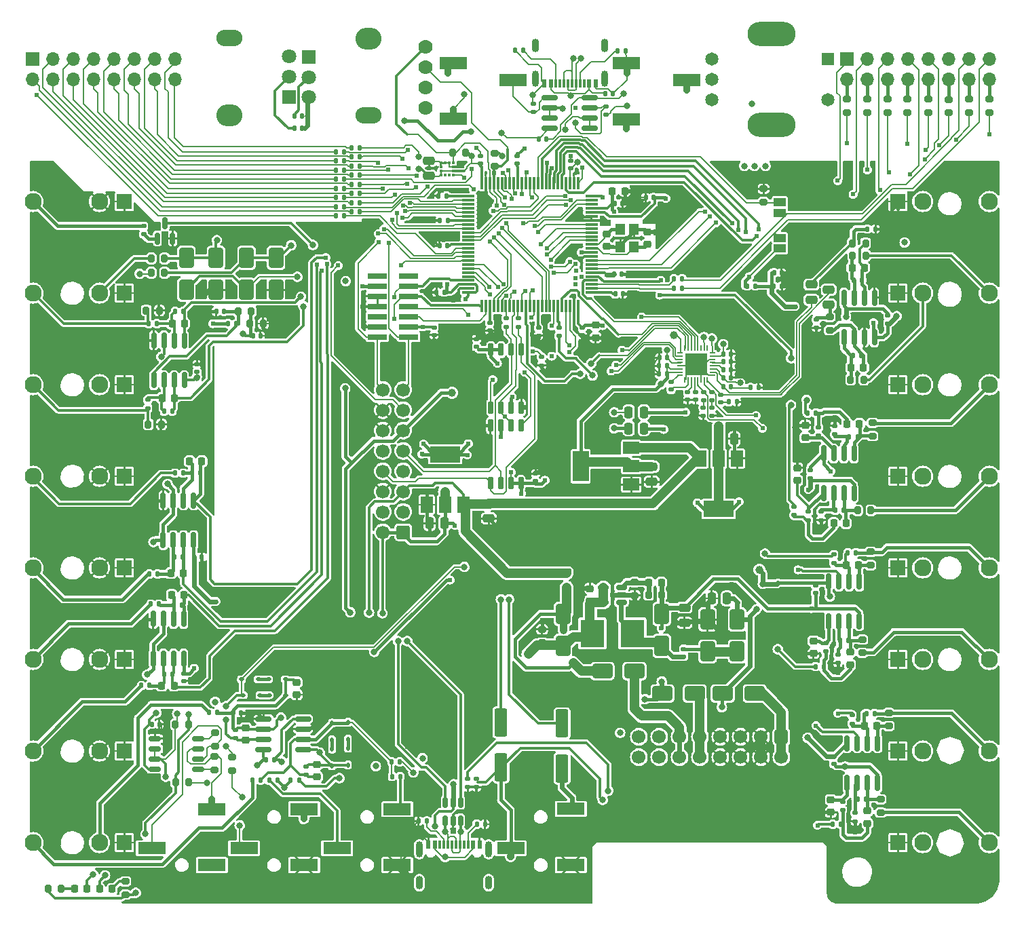
<source format=gbr>
%TF.GenerationSoftware,KiCad,Pcbnew,7.0.6*%
%TF.CreationDate,2024-06-29T14:20:42+02:00*%
%TF.ProjectId,plinkyblack_hwmidi_jacks,706c696e-6b79-4626-9c61-636b5f68776d,rev?*%
%TF.SameCoordinates,Original*%
%TF.FileFunction,Copper,L1,Top*%
%TF.FilePolarity,Positive*%
%FSLAX46Y46*%
G04 Gerber Fmt 4.6, Leading zero omitted, Abs format (unit mm)*
G04 Created by KiCad (PCBNEW 7.0.6) date 2024-06-29 14:20:42*
%MOMM*%
%LPD*%
G01*
G04 APERTURE LIST*
G04 Aperture macros list*
%AMRoundRect*
0 Rectangle with rounded corners*
0 $1 Rounding radius*
0 $2 $3 $4 $5 $6 $7 $8 $9 X,Y pos of 4 corners*
0 Add a 4 corners polygon primitive as box body*
4,1,4,$2,$3,$4,$5,$6,$7,$8,$9,$2,$3,0*
0 Add four circle primitives for the rounded corners*
1,1,$1+$1,$2,$3*
1,1,$1+$1,$4,$5*
1,1,$1+$1,$6,$7*
1,1,$1+$1,$8,$9*
0 Add four rect primitives between the rounded corners*
20,1,$1+$1,$2,$3,$4,$5,0*
20,1,$1+$1,$4,$5,$6,$7,0*
20,1,$1+$1,$6,$7,$8,$9,0*
20,1,$1+$1,$8,$9,$2,$3,0*%
G04 Aperture macros list end*
%TA.AperFunction,SMDPad,CuDef*%
%ADD10RoundRect,0.250000X0.250000X0.475000X-0.250000X0.475000X-0.250000X-0.475000X0.250000X-0.475000X0*%
%TD*%
%TA.AperFunction,SMDPad,CuDef*%
%ADD11RoundRect,0.250000X-0.250000X-0.475000X0.250000X-0.475000X0.250000X0.475000X-0.250000X0.475000X0*%
%TD*%
%TA.AperFunction,SMDPad,CuDef*%
%ADD12RoundRect,0.225000X-0.225000X-0.250000X0.225000X-0.250000X0.225000X0.250000X-0.225000X0.250000X0*%
%TD*%
%TA.AperFunction,SMDPad,CuDef*%
%ADD13RoundRect,0.140000X-0.170000X0.140000X-0.170000X-0.140000X0.170000X-0.140000X0.170000X0.140000X0*%
%TD*%
%TA.AperFunction,SMDPad,CuDef*%
%ADD14RoundRect,0.225000X0.225000X0.250000X-0.225000X0.250000X-0.225000X-0.250000X0.225000X-0.250000X0*%
%TD*%
%TA.AperFunction,SMDPad,CuDef*%
%ADD15RoundRect,0.140000X0.140000X0.170000X-0.140000X0.170000X-0.140000X-0.170000X0.140000X-0.170000X0*%
%TD*%
%TA.AperFunction,SMDPad,CuDef*%
%ADD16RoundRect,0.250000X-0.550000X1.500000X-0.550000X-1.500000X0.550000X-1.500000X0.550000X1.500000X0*%
%TD*%
%TA.AperFunction,SMDPad,CuDef*%
%ADD17RoundRect,0.225000X0.250000X-0.225000X0.250000X0.225000X-0.250000X0.225000X-0.250000X-0.225000X0*%
%TD*%
%TA.AperFunction,ComponentPad*%
%ADD18R,1.830000X1.930000*%
%TD*%
%TA.AperFunction,ComponentPad*%
%ADD19C,2.130000*%
%TD*%
%TA.AperFunction,ComponentPad*%
%ADD20RoundRect,0.250000X-0.600000X0.600000X-0.600000X-0.600000X0.600000X-0.600000X0.600000X0.600000X0*%
%TD*%
%TA.AperFunction,ComponentPad*%
%ADD21C,1.700000*%
%TD*%
%TA.AperFunction,SMDPad,CuDef*%
%ADD22RoundRect,0.135000X-0.185000X0.135000X-0.185000X-0.135000X0.185000X-0.135000X0.185000X0.135000X0*%
%TD*%
%TA.AperFunction,SMDPad,CuDef*%
%ADD23RoundRect,0.135000X-0.135000X-0.185000X0.135000X-0.185000X0.135000X0.185000X-0.135000X0.185000X0*%
%TD*%
%TA.AperFunction,SMDPad,CuDef*%
%ADD24RoundRect,0.200000X0.275000X-0.200000X0.275000X0.200000X-0.275000X0.200000X-0.275000X-0.200000X0*%
%TD*%
%TA.AperFunction,SMDPad,CuDef*%
%ADD25RoundRect,0.200000X0.200000X0.275000X-0.200000X0.275000X-0.200000X-0.275000X0.200000X-0.275000X0*%
%TD*%
%TA.AperFunction,SMDPad,CuDef*%
%ADD26RoundRect,0.135000X0.135000X0.185000X-0.135000X0.185000X-0.135000X-0.185000X0.135000X-0.185000X0*%
%TD*%
%TA.AperFunction,SMDPad,CuDef*%
%ADD27RoundRect,0.135000X0.185000X-0.135000X0.185000X0.135000X-0.185000X0.135000X-0.185000X-0.135000X0*%
%TD*%
%TA.AperFunction,SMDPad,CuDef*%
%ADD28RoundRect,0.200000X-0.275000X0.200000X-0.275000X-0.200000X0.275000X-0.200000X0.275000X0.200000X0*%
%TD*%
%TA.AperFunction,SMDPad,CuDef*%
%ADD29RoundRect,0.150000X-0.150000X0.825000X-0.150000X-0.825000X0.150000X-0.825000X0.150000X0.825000X0*%
%TD*%
%TA.AperFunction,SMDPad,CuDef*%
%ADD30R,1.500000X2.000000*%
%TD*%
%TA.AperFunction,SMDPad,CuDef*%
%ADD31R,3.800000X2.000000*%
%TD*%
%TA.AperFunction,SMDPad,CuDef*%
%ADD32RoundRect,0.150000X0.150000X-0.825000X0.150000X0.825000X-0.150000X0.825000X-0.150000X-0.825000X0*%
%TD*%
%TA.AperFunction,ComponentPad*%
%ADD33R,1.700000X1.700000*%
%TD*%
%TA.AperFunction,ComponentPad*%
%ADD34O,1.700000X1.700000*%
%TD*%
%TA.AperFunction,SMDPad,CuDef*%
%ADD35RoundRect,0.140000X0.170000X-0.140000X0.170000X0.140000X-0.170000X0.140000X-0.170000X-0.140000X0*%
%TD*%
%TA.AperFunction,ComponentPad*%
%ADD36O,3.240000X2.720000*%
%TD*%
%TA.AperFunction,ComponentPad*%
%ADD37O,3.240001X2.032000*%
%TD*%
%TA.AperFunction,ComponentPad*%
%ADD38R,1.800000X1.800000*%
%TD*%
%TA.AperFunction,ComponentPad*%
%ADD39C,1.800000*%
%TD*%
%TA.AperFunction,SMDPad,CuDef*%
%ADD40RoundRect,0.140000X-0.140000X-0.170000X0.140000X-0.170000X0.140000X0.170000X-0.140000X0.170000X0*%
%TD*%
%TA.AperFunction,SMDPad,CuDef*%
%ADD41RoundRect,0.250000X-0.475000X0.250000X-0.475000X-0.250000X0.475000X-0.250000X0.475000X0.250000X0*%
%TD*%
%TA.AperFunction,SMDPad,CuDef*%
%ADD42RoundRect,0.225000X-0.250000X0.225000X-0.250000X-0.225000X0.250000X-0.225000X0.250000X0.225000X0*%
%TD*%
%TA.AperFunction,SMDPad,CuDef*%
%ADD43R,1.200000X1.400000*%
%TD*%
%TA.AperFunction,SMDPad,CuDef*%
%ADD44RoundRect,0.150000X0.150000X-0.650000X0.150000X0.650000X-0.150000X0.650000X-0.150000X-0.650000X0*%
%TD*%
%TA.AperFunction,SMDPad,CuDef*%
%ADD45RoundRect,0.075000X0.725000X0.075000X-0.725000X0.075000X-0.725000X-0.075000X0.725000X-0.075000X0*%
%TD*%
%TA.AperFunction,SMDPad,CuDef*%
%ADD46RoundRect,0.075000X0.075000X0.725000X-0.075000X0.725000X-0.075000X-0.725000X0.075000X-0.725000X0*%
%TD*%
%TA.AperFunction,SMDPad,CuDef*%
%ADD47R,2.400000X0.740000*%
%TD*%
%TA.AperFunction,SMDPad,CuDef*%
%ADD48RoundRect,0.218750X-0.381250X0.218750X-0.381250X-0.218750X0.381250X-0.218750X0.381250X0.218750X0*%
%TD*%
%TA.AperFunction,SMDPad,CuDef*%
%ADD49RoundRect,0.250000X0.475000X-0.250000X0.475000X0.250000X-0.475000X0.250000X-0.475000X-0.250000X0*%
%TD*%
%TA.AperFunction,SMDPad,CuDef*%
%ADD50RoundRect,0.250000X-0.650000X1.000000X-0.650000X-1.000000X0.650000X-1.000000X0.650000X1.000000X0*%
%TD*%
%TA.AperFunction,SMDPad,CuDef*%
%ADD51RoundRect,0.250000X0.650000X-1.000000X0.650000X1.000000X-0.650000X1.000000X-0.650000X-1.000000X0*%
%TD*%
%TA.AperFunction,SMDPad,CuDef*%
%ADD52R,3.000000X3.500000*%
%TD*%
%TA.AperFunction,SMDPad,CuDef*%
%ADD53RoundRect,0.150000X0.512500X0.150000X-0.512500X0.150000X-0.512500X-0.150000X0.512500X-0.150000X0*%
%TD*%
%TA.AperFunction,SMDPad,CuDef*%
%ADD54RoundRect,0.150000X0.150000X-0.587500X0.150000X0.587500X-0.150000X0.587500X-0.150000X-0.587500X0*%
%TD*%
%TA.AperFunction,SMDPad,CuDef*%
%ADD55RoundRect,0.150000X-0.150000X0.650000X-0.150000X-0.650000X0.150000X-0.650000X0.150000X0.650000X0*%
%TD*%
%TA.AperFunction,SMDPad,CuDef*%
%ADD56R,1.500000X1.000000*%
%TD*%
%TA.AperFunction,ComponentPad*%
%ADD57RoundRect,0.250000X0.600000X0.600000X-0.600000X0.600000X-0.600000X-0.600000X0.600000X-0.600000X0*%
%TD*%
%TA.AperFunction,ComponentPad*%
%ADD58C,1.778000*%
%TD*%
%TA.AperFunction,SMDPad,CuDef*%
%ADD59RoundRect,0.150000X0.150000X-0.512500X0.150000X0.512500X-0.150000X0.512500X-0.150000X-0.512500X0*%
%TD*%
%TA.AperFunction,SMDPad,CuDef*%
%ADD60RoundRect,0.200000X-0.200000X-0.275000X0.200000X-0.275000X0.200000X0.275000X-0.200000X0.275000X0*%
%TD*%
%TA.AperFunction,ComponentPad*%
%ADD61R,1.650000X1.650000*%
%TD*%
%TA.AperFunction,ComponentPad*%
%ADD62C,1.650000*%
%TD*%
%TA.AperFunction,ComponentPad*%
%ADD63O,6.000000X3.000000*%
%TD*%
%TA.AperFunction,SMDPad,CuDef*%
%ADD64RoundRect,0.150000X0.825000X0.150000X-0.825000X0.150000X-0.825000X-0.150000X0.825000X-0.150000X0*%
%TD*%
%TA.AperFunction,SMDPad,CuDef*%
%ADD65RoundRect,0.250000X-1.000000X-0.650000X1.000000X-0.650000X1.000000X0.650000X-1.000000X0.650000X0*%
%TD*%
%TA.AperFunction,SMDPad,CuDef*%
%ADD66R,0.375000X0.350000*%
%TD*%
%TA.AperFunction,SMDPad,CuDef*%
%ADD67R,0.350000X0.375000*%
%TD*%
%TA.AperFunction,SMDPad,CuDef*%
%ADD68RoundRect,0.112500X-0.187500X-0.112500X0.187500X-0.112500X0.187500X0.112500X-0.187500X0.112500X0*%
%TD*%
%TA.AperFunction,SMDPad,CuDef*%
%ADD69RoundRect,0.112500X0.187500X0.112500X-0.187500X0.112500X-0.187500X-0.112500X0.187500X-0.112500X0*%
%TD*%
%TA.AperFunction,SMDPad,CuDef*%
%ADD70RoundRect,0.112500X0.112500X-0.187500X0.112500X0.187500X-0.112500X0.187500X-0.112500X-0.187500X0*%
%TD*%
%TA.AperFunction,SMDPad,CuDef*%
%ADD71RoundRect,0.112500X-0.112500X0.187500X-0.112500X-0.187500X0.112500X-0.187500X0.112500X0.187500X0*%
%TD*%
%TA.AperFunction,SMDPad,CuDef*%
%ADD72R,3.500000X1.500000*%
%TD*%
%TA.AperFunction,SMDPad,CuDef*%
%ADD73RoundRect,0.150000X0.625000X0.150000X-0.625000X0.150000X-0.625000X-0.150000X0.625000X-0.150000X0*%
%TD*%
%TA.AperFunction,SMDPad,CuDef*%
%ADD74R,0.600000X1.140000*%
%TD*%
%TA.AperFunction,SMDPad,CuDef*%
%ADD75R,0.300000X1.140000*%
%TD*%
%TA.AperFunction,ComponentPad*%
%ADD76O,0.900000X2.000000*%
%TD*%
%TA.AperFunction,ComponentPad*%
%ADD77O,0.900000X1.700000*%
%TD*%
%TA.AperFunction,SMDPad,CuDef*%
%ADD78R,2.000000X1.500000*%
%TD*%
%TA.AperFunction,SMDPad,CuDef*%
%ADD79R,2.000000X3.800000*%
%TD*%
%TA.AperFunction,SMDPad,CuDef*%
%ADD80R,0.800000X0.200000*%
%TD*%
%TA.AperFunction,SMDPad,CuDef*%
%ADD81R,0.200000X0.800000*%
%TD*%
%TA.AperFunction,SMDPad,CuDef*%
%ADD82R,2.750000X2.750000*%
%TD*%
%TA.AperFunction,SMDPad,CuDef*%
%ADD83RoundRect,0.250000X1.000000X0.650000X-1.000000X0.650000X-1.000000X-0.650000X1.000000X-0.650000X0*%
%TD*%
%TA.AperFunction,SMDPad,CuDef*%
%ADD84C,1.000000*%
%TD*%
%TA.AperFunction,SMDPad,CuDef*%
%ADD85RoundRect,0.218750X0.218750X0.256250X-0.218750X0.256250X-0.218750X-0.256250X0.218750X-0.256250X0*%
%TD*%
%TA.AperFunction,SMDPad,CuDef*%
%ADD86RoundRect,0.218750X-0.218750X-0.256250X0.218750X-0.256250X0.218750X0.256250X-0.218750X0.256250X0*%
%TD*%
%TA.AperFunction,ViaPad*%
%ADD87C,0.609600*%
%TD*%
%TA.AperFunction,ViaPad*%
%ADD88C,0.800000*%
%TD*%
%TA.AperFunction,Conductor*%
%ADD89C,0.457200*%
%TD*%
%TA.AperFunction,Conductor*%
%ADD90C,0.609600*%
%TD*%
%TA.AperFunction,Conductor*%
%ADD91C,0.304800*%
%TD*%
%TA.AperFunction,Conductor*%
%ADD92C,0.130000*%
%TD*%
%TA.AperFunction,Conductor*%
%ADD93C,1.219200*%
%TD*%
%TA.AperFunction,Conductor*%
%ADD94C,0.203200*%
%TD*%
%TA.AperFunction,Conductor*%
%ADD95C,0.152400*%
%TD*%
%TA.AperFunction,Conductor*%
%ADD96C,0.812800*%
%TD*%
%TA.AperFunction,Conductor*%
%ADD97C,0.914400*%
%TD*%
G04 APERTURE END LIST*
D10*
%TO.P,C9,1*%
%TO.N,+3V3*%
X67904400Y-87147400D03*
%TO.P,C9,2*%
%TO.N,HPFB*%
X66004400Y-87147400D03*
%TD*%
D11*
%TO.P,C10,1*%
%TO.N,VDDA*%
X102161300Y-76619100D03*
%TO.P,C10,2*%
%TO.N,HPFB*%
X104061300Y-76619100D03*
%TD*%
D12*
%TO.P,C20,1*%
%TO.N,Net-(C20-Pad1)*%
X118605000Y-67691000D03*
%TO.P,C20,2*%
%TO.N,Net-(U5A--)*%
X120155000Y-67691000D03*
%TD*%
%TO.P,C21,1*%
%TO.N,Net-(C21-Pad1)*%
X118732000Y-55245000D03*
%TO.P,C21,2*%
%TO.N,Net-(U5B--)*%
X120282000Y-55245000D03*
%TD*%
D13*
%TO.P,C25,1*%
%TO.N,-12V*%
X114173000Y-94897000D03*
%TO.P,C25,2*%
%TO.N,+12V*%
X114173000Y-95857000D03*
%TD*%
D14*
%TO.P,C38,1*%
%TO.N,AIN5*%
X37619519Y-79408918D03*
%TO.P,C38,2*%
%TO.N,Net-(U1A--)*%
X36069519Y-79408918D03*
%TD*%
%TO.P,C39,1*%
%TO.N,AIN6*%
X35300081Y-93377518D03*
%TO.P,C39,2*%
%TO.N,Net-(U1B--)*%
X33750081Y-93377518D03*
%TD*%
D15*
%TO.P,C40,1*%
%TO.N,HPFB*%
X37610793Y-91356981D03*
%TO.P,C40,2*%
%TO.N,VDDA*%
X36650793Y-91356981D03*
%TD*%
D16*
%TO.P,C43,1*%
%TO.N,HPR*%
X74930000Y-112008000D03*
%TO.P,C43,2*%
%TO.N,T_AUDIOR*%
X74930000Y-117608000D03*
%TD*%
D17*
%TO.P,C44,1*%
%TO.N,HPFB*%
X116078000Y-123203000D03*
%TO.P,C44,2*%
%TO.N,Net-(U11B-+)*%
X116078000Y-121653000D03*
%TD*%
%TO.P,C45,1*%
%TO.N,HPFB*%
X113919000Y-103391000D03*
%TO.P,C45,2*%
%TO.N,Net-(U10B-+)*%
X113919000Y-101841000D03*
%TD*%
%TO.P,C47,1*%
%TO.N,Net-(C47-Pad1)*%
X118491000Y-104788000D03*
%TO.P,C47,2*%
%TO.N,Net-(C47-Pad2)*%
X118491000Y-103238000D03*
%TD*%
D13*
%TO.P,C50,1*%
%TO.N,-12V*%
X116459000Y-116233000D03*
%TO.P,C50,2*%
%TO.N,+12V*%
X116459000Y-117193000D03*
%TD*%
D18*
%TO.P,J4,S*%
%TO.N,HPFB*%
X27940000Y-115570000D03*
D19*
%TO.P,J4,T*%
%TO.N,Net-(J4-PadT)*%
X16540000Y-115570000D03*
%TO.P,J4,TN*%
%TO.N,HPFB*%
X24840000Y-115570000D03*
%TD*%
D18*
%TO.P,J6,S*%
%TO.N,HPFB*%
X124460000Y-46990000D03*
D19*
%TO.P,J6,T*%
%TO.N,Net-(J6-PadT)*%
X135860000Y-46990000D03*
%TO.P,J6,TN*%
%TO.N,unconnected-(J6-PadTN)*%
X127560000Y-46990000D03*
%TD*%
D18*
%TO.P,J7,S*%
%TO.N,HPFB*%
X124460000Y-58420000D03*
D19*
%TO.P,J7,T*%
%TO.N,Net-(J7-PadT)*%
X135860000Y-58420000D03*
%TO.P,J7,TN*%
%TO.N,Net-(J6-PadT)*%
X127560000Y-58420000D03*
%TD*%
D18*
%TO.P,J8,S*%
%TO.N,HPFB*%
X27940000Y-81280000D03*
D19*
%TO.P,J8,T*%
%TO.N,Net-(J8-PadT)*%
X16540000Y-81280000D03*
%TO.P,J8,TN*%
%TO.N,HPFB*%
X24840000Y-81280000D03*
%TD*%
D18*
%TO.P,J9,S*%
%TO.N,HPFB*%
X27940000Y-92710000D03*
D19*
%TO.P,J9,T*%
%TO.N,Net-(J9-PadT)*%
X16540000Y-92710000D03*
%TO.P,J9,TN*%
%TO.N,HPFB*%
X24840000Y-92710000D03*
%TD*%
D18*
%TO.P,J15,S*%
%TO.N,HPFB*%
X124460000Y-104140000D03*
D19*
%TO.P,J15,T*%
%TO.N,Net-(J15-PadT)*%
X135860000Y-104140000D03*
%TO.P,J15,TN*%
%TO.N,unconnected-(J15-PadTN)*%
X127560000Y-104140000D03*
%TD*%
D18*
%TO.P,J17,S*%
%TO.N,HPFB*%
X124460000Y-92710000D03*
D19*
%TO.P,J17,T*%
%TO.N,Net-(J17-PadT)*%
X135860000Y-92710000D03*
%TO.P,J17,TN*%
%TO.N,unconnected-(J17-PadTN)*%
X127560000Y-92710000D03*
%TD*%
D20*
%TO.P,JP1,1,Pin_1*%
%TO.N,Net-(D11-K)*%
X109918500Y-113792000D03*
D21*
%TO.P,JP1,2,Pin_2*%
X109918500Y-116332000D03*
%TO.P,JP1,3,Pin_3*%
%TO.N,HPFB*%
X107378500Y-113792000D03*
%TO.P,JP1,4,Pin_4*%
X107378500Y-116332000D03*
%TO.P,JP1,5,Pin_5*%
X104838500Y-113792000D03*
%TO.P,JP1,6,Pin_6*%
X104838500Y-116332000D03*
%TO.P,JP1,7,Pin_7*%
X102298500Y-113792000D03*
%TO.P,JP1,8,Pin_8*%
X102298500Y-116332000D03*
%TO.P,JP1,9,Pin_9*%
%TO.N,Net-(D10-A)*%
X99758500Y-113792000D03*
%TO.P,JP1,10,Pin_10*%
X99758500Y-116332000D03*
%TO.P,JP1,11,Pin_11*%
%TO.N,Net-(D9-A)*%
X97218500Y-113792000D03*
%TO.P,JP1,12,Pin_12*%
X97218500Y-116332000D03*
%TO.P,JP1,13,Pin_13*%
%TO.N,unconnected-(JP1-Pin_13-Pad13)*%
X94678500Y-113792000D03*
%TO.P,JP1,14,Pin_14*%
%TO.N,unconnected-(JP1-Pin_14-Pad14)*%
X94678500Y-116332000D03*
%TO.P,JP1,15,Pin_15*%
%TO.N,unconnected-(JP1-Pin_15-Pad15)*%
X92138500Y-113792000D03*
%TO.P,JP1,16,Pin_16*%
%TO.N,unconnected-(JP1-Pin_16-Pad16)*%
X92138500Y-116332000D03*
%TD*%
D22*
%TO.P,R14,1*%
%TO.N,Net-(C71-Pad1)*%
X114300000Y-61720000D03*
%TO.P,R14,2*%
%TO.N,HPFB*%
X114300000Y-62740000D03*
%TD*%
D23*
%TO.P,R15,1*%
%TO.N,Net-(C72-Pad1)*%
X120648000Y-50419000D03*
%TO.P,R15,2*%
%TO.N,HPFB*%
X121668000Y-50419000D03*
%TD*%
D24*
%TO.P,R16,1*%
%TO.N,Net-(U5A--)*%
X115951000Y-63055000D03*
%TO.P,R16,2*%
%TO.N,Net-(C71-Pad1)*%
X115951000Y-61405000D03*
%TD*%
D23*
%TO.P,R18,1*%
%TO.N,Net-(C20-Pad1)*%
X118870000Y-66167000D03*
%TO.P,R18,2*%
%TO.N,Net-(U5A--)*%
X119890000Y-66167000D03*
%TD*%
%TO.P,R19,1*%
%TO.N,Net-(C21-Pad1)*%
X118972000Y-56769000D03*
%TO.P,R19,2*%
%TO.N,Net-(U5B--)*%
X119992000Y-56769000D03*
%TD*%
D25*
%TO.P,R20,1*%
%TO.N,Net-(J6-PadT)*%
X120205000Y-69215000D03*
%TO.P,R20,2*%
%TO.N,Net-(C20-Pad1)*%
X118555000Y-69215000D03*
%TD*%
D26*
%TO.P,R26,1*%
%TO.N,Net-(U1A--)*%
X35272794Y-80892769D03*
%TO.P,R26,2*%
%TO.N,Net-(J8-PadT)*%
X34252794Y-80892769D03*
%TD*%
%TO.P,R27,1*%
%TO.N,Net-(U1B--)*%
X32073622Y-93463835D03*
%TO.P,R27,2*%
%TO.N,Net-(J9-PadT)*%
X31053622Y-93463835D03*
%TD*%
%TO.P,R30,1*%
%TO.N,AIN5*%
X37418947Y-80890763D03*
%TO.P,R30,2*%
%TO.N,Net-(U1A--)*%
X36398947Y-80890763D03*
%TD*%
%TO.P,R31,1*%
%TO.N,AIN6*%
X35202516Y-91312482D03*
%TO.P,R31,2*%
%TO.N,Net-(U1B--)*%
X34182516Y-91312482D03*
%TD*%
D22*
%TO.P,R33,1*%
%TO.N,T_AUDIOL*%
X70776374Y-119067312D03*
%TO.P,R33,2*%
%TO.N,HPFB*%
X70776374Y-120087312D03*
%TD*%
%TO.P,R42,1*%
%TO.N,Net-(U11B-+)*%
X117551000Y-121893000D03*
%TO.P,R42,2*%
%TO.N,Net-(C46-Pad1)*%
X117551000Y-122913000D03*
%TD*%
D26*
%TO.P,R43,1*%
%TO.N,Net-(C47-Pad1)*%
X115191000Y-105029000D03*
%TO.P,R43,2*%
%TO.N,AOUT4*%
X114171000Y-105029000D03*
%TD*%
%TO.P,R44,1*%
%TO.N,Net-(C46-Pad1)*%
X117350000Y-124714000D03*
%TO.P,R44,2*%
%TO.N,AOUT3*%
X116330000Y-124714000D03*
%TD*%
D23*
%TO.P,R45,1*%
%TO.N,Net-(U11B--)*%
X119429000Y-121539000D03*
%TO.P,R45,2*%
%TO.N,Net-(C46-Pad2)*%
X120449000Y-121539000D03*
%TD*%
D22*
%TO.P,R46,1*%
%TO.N,Net-(U10B-+)*%
X115443000Y-102106000D03*
%TO.P,R46,2*%
%TO.N,Net-(C47-Pad1)*%
X115443000Y-103126000D03*
%TD*%
D23*
%TO.P,R47,1*%
%TO.N,Net-(U10B--)*%
X117219000Y-101727000D03*
%TO.P,R47,2*%
%TO.N,Net-(C47-Pad2)*%
X118239000Y-101727000D03*
%TD*%
D27*
%TO.P,R48,1*%
%TO.N,Net-(U11A--)*%
X118745000Y-112143000D03*
%TO.P,R48,2*%
%TO.N,AOUT1*%
X118745000Y-111123000D03*
%TD*%
%TO.P,R49,1*%
%TO.N,Net-(U10A--)*%
X116459000Y-92077000D03*
%TO.P,R49,2*%
%TO.N,AOUT2*%
X116459000Y-91057000D03*
%TD*%
D26*
%TO.P,R50,1*%
%TO.N,Net-(J16-PadT)*%
X121541000Y-110871000D03*
%TO.P,R50,2*%
%TO.N,Net-(U11A--)*%
X120521000Y-110871000D03*
%TD*%
D24*
%TO.P,R52,1*%
%TO.N,Net-(J14-PadT)*%
X122301000Y-123253000D03*
%TO.P,R52,2*%
%TO.N,Net-(C46-Pad2)*%
X122301000Y-121603000D03*
%TD*%
%TO.P,R53,1*%
%TO.N,Net-(J15-PadT)*%
X120015000Y-103314000D03*
%TO.P,R53,2*%
%TO.N,Net-(C47-Pad2)*%
X120015000Y-101664000D03*
%TD*%
D28*
%TO.P,R54,1*%
%TO.N,Net-(J16-PadT)*%
X123317000Y-110808000D03*
%TO.P,R54,2*%
%TO.N,Net-(C48-Pad1)*%
X123317000Y-112458000D03*
%TD*%
%TO.P,R55,1*%
%TO.N,Net-(J17-PadT)*%
X121031000Y-90716500D03*
%TO.P,R55,2*%
%TO.N,Net-(C49-Pad1)*%
X121031000Y-92366500D03*
%TD*%
D29*
%TO.P,U1,1*%
%TO.N,AIN5*%
X36601834Y-84293010D03*
%TO.P,U1,2,-*%
%TO.N,Net-(U1A--)*%
X35331834Y-84293010D03*
%TO.P,U1,3,+*%
%TO.N,VREF1*%
X34061834Y-84293010D03*
%TO.P,U1,4,V-*%
%TO.N,HPFB*%
X32791834Y-84293010D03*
%TO.P,U1,5,+*%
%TO.N,VREF1*%
X32791834Y-89243010D03*
%TO.P,U1,6,-*%
%TO.N,Net-(U1B--)*%
X34061834Y-89243010D03*
%TO.P,U1,7*%
%TO.N,AIN6*%
X35331834Y-89243010D03*
%TO.P,U1,8,V+*%
%TO.N,VDDA*%
X36601834Y-89243010D03*
%TD*%
D30*
%TO.P,U2,1,GND*%
%TO.N,HPFB*%
X65670400Y-84836400D03*
%TO.P,U2,2,VO*%
%TO.N,+3V3*%
X67970400Y-84836400D03*
D31*
X67970400Y-78536400D03*
D30*
%TO.P,U2,3,VI*%
%TO.N,+5V*%
X70270400Y-84836400D03*
%TD*%
%TO.P,U3,1,GND*%
%TO.N,HPFB*%
X104395300Y-79057100D03*
%TO.P,U3,2,VO*%
%TO.N,VDDA*%
X102095300Y-79057100D03*
D31*
X102095300Y-85357100D03*
D30*
%TO.P,U3,3,VI*%
%TO.N,+5V*%
X99795300Y-79057100D03*
%TD*%
D32*
%TO.P,U5,1*%
%TO.N,Net-(C20-Pad1)*%
X117729000Y-63943000D03*
%TO.P,U5,2,-*%
%TO.N,Net-(U5A--)*%
X118999000Y-63943000D03*
%TO.P,U5,3,+*%
%TO.N,HPFB*%
X120269000Y-63943000D03*
%TO.P,U5,4,V-*%
%TO.N,-12V*%
X121539000Y-63943000D03*
%TO.P,U5,5,+*%
%TO.N,HPFB*%
X121539000Y-58993000D03*
%TO.P,U5,6,-*%
%TO.N,Net-(U5B--)*%
X120269000Y-58993000D03*
%TO.P,U5,7*%
%TO.N,Net-(C21-Pad1)*%
X118999000Y-58993000D03*
%TO.P,U5,8,V+*%
%TO.N,+12V*%
X117729000Y-58993000D03*
%TD*%
D29*
%TO.P,U10,1*%
%TO.N,Net-(C49-Pad1)*%
X119634000Y-94426000D03*
%TO.P,U10,2,-*%
%TO.N,Net-(U10A--)*%
X118364000Y-94426000D03*
%TO.P,U10,3,+*%
%TO.N,VREF_125_OUT*%
X117094000Y-94426000D03*
%TO.P,U10,4,V-*%
%TO.N,-12V*%
X115824000Y-94426000D03*
%TO.P,U10,5,+*%
%TO.N,Net-(U10B-+)*%
X115824000Y-99376000D03*
%TO.P,U10,6,-*%
%TO.N,Net-(U10B--)*%
X117094000Y-99376000D03*
%TO.P,U10,7*%
%TO.N,Net-(C47-Pad2)*%
X118364000Y-99376000D03*
%TO.P,U10,8,V+*%
%TO.N,+12V*%
X119634000Y-99376000D03*
%TD*%
%TO.P,U11,1*%
%TO.N,Net-(C48-Pad1)*%
X121920000Y-114619000D03*
%TO.P,U11,2,-*%
%TO.N,Net-(U11A--)*%
X120650000Y-114619000D03*
%TO.P,U11,3,+*%
%TO.N,VREF_125_OUT*%
X119380000Y-114619000D03*
%TO.P,U11,4,V-*%
%TO.N,-12V*%
X118110000Y-114619000D03*
%TO.P,U11,5,+*%
%TO.N,Net-(U11B-+)*%
X118110000Y-119569000D03*
%TO.P,U11,6,-*%
%TO.N,Net-(U11B--)*%
X119380000Y-119569000D03*
%TO.P,U11,7*%
%TO.N,Net-(C46-Pad2)*%
X120650000Y-119569000D03*
%TO.P,U11,8,V+*%
%TO.N,+12V*%
X121920000Y-119569000D03*
%TD*%
D33*
%TO.P,J12,1,Pin_1*%
%TO.N,N1*%
X118110000Y-29210000D03*
D34*
%TO.P,J12,2,Pin_2*%
%TO.N,Net-(J12-Pin_2)*%
X118110000Y-31750000D03*
%TO.P,J12,3,Pin_3*%
%TO.N,N2*%
X120650000Y-29210000D03*
%TO.P,J12,4,Pin_4*%
%TO.N,Net-(J12-Pin_4)*%
X120650000Y-31750000D03*
%TO.P,J12,5,Pin_5*%
%TO.N,N3*%
X123190000Y-29210000D03*
%TO.P,J12,6,Pin_6*%
%TO.N,Net-(J12-Pin_6)*%
X123190000Y-31750000D03*
%TO.P,J12,7,Pin_7*%
%TO.N,N4*%
X125730000Y-29210000D03*
%TO.P,J12,8,Pin_8*%
%TO.N,Net-(J12-Pin_8)*%
X125730000Y-31750000D03*
%TO.P,J12,9,Pin_9*%
%TO.N,N5*%
X128270000Y-29210000D03*
%TO.P,J12,10,Pin_10*%
%TO.N,Net-(J12-Pin_10)*%
X128270000Y-31750000D03*
%TO.P,J12,11,Pin_11*%
%TO.N,HPFB*%
X130810000Y-29210000D03*
%TO.P,J12,12,Pin_12*%
%TO.N,Net-(J12-Pin_12)*%
X130810000Y-31750000D03*
%TO.P,J12,13,Pin_13*%
%TO.N,TS2_*%
X133350000Y-29210000D03*
%TO.P,J12,14,Pin_14*%
%TO.N,Net-(J12-Pin_14)*%
X133350000Y-31750000D03*
%TO.P,J12,15,Pin_15*%
%TO.N,TS1_*%
X135890000Y-29210000D03*
%TO.P,J12,16,Pin_16*%
%TO.N,Net-(J12-Pin_16)*%
X135890000Y-31750000D03*
%TD*%
D18*
%TO.P,J3,S*%
%TO.N,HPFB*%
X27940000Y-104140000D03*
D19*
%TO.P,J3,T*%
%TO.N,Net-(J3-PadT)*%
X16540000Y-104140000D03*
%TO.P,J3,TN*%
%TO.N,HPFB*%
X24840000Y-104140000D03*
%TD*%
D18*
%TO.P,J14,S*%
%TO.N,HPFB*%
X124460000Y-127000000D03*
D19*
%TO.P,J14,T*%
%TO.N,Net-(J14-PadT)*%
X135860000Y-127000000D03*
%TO.P,J14,TN*%
%TO.N,unconnected-(J14-PadTN)*%
X127560000Y-127000000D03*
%TD*%
D14*
%TO.P,C48,1*%
%TO.N,Net-(C48-Pad1)*%
X121806000Y-112395000D03*
%TO.P,C48,2*%
%TO.N,Net-(U11A--)*%
X120256000Y-112395000D03*
%TD*%
D35*
%TO.P,C51,1*%
%TO.N,-12V*%
X123190000Y-62202000D03*
%TO.P,C51,2*%
%TO.N,+12V*%
X123190000Y-61242000D03*
%TD*%
D36*
%TO.P,RV1,*%
%TO.N,*%
X41014000Y-36209000D03*
D37*
X41014000Y-26609000D03*
D38*
%TO.P,RV1,1,1*%
%TO.N,VREF*%
X48514000Y-33909000D03*
D39*
%TO.P,RV1,2,2*%
%TO.N,POT2*%
X48514000Y-31409000D03*
%TO.P,RV1,3,3*%
%TO.N,HPFB*%
X48514000Y-28909000D03*
%TD*%
D24*
%TO.P,R58,1*%
%TO.N,P1*%
X118110000Y-35877000D03*
%TO.P,R58,2*%
%TO.N,Net-(J12-Pin_2)*%
X118110000Y-34227000D03*
%TD*%
%TO.P,R59,1*%
%TO.N,P2*%
X120650000Y-35877000D03*
%TO.P,R59,2*%
%TO.N,Net-(J12-Pin_4)*%
X120650000Y-34227000D03*
%TD*%
%TO.P,R60,1*%
%TO.N,P3*%
X123190000Y-35877000D03*
%TO.P,R60,2*%
%TO.N,Net-(J12-Pin_6)*%
X123190000Y-34227000D03*
%TD*%
%TO.P,R61,1*%
%TO.N,P4*%
X125603000Y-35877000D03*
%TO.P,R61,2*%
%TO.N,Net-(J12-Pin_8)*%
X125603000Y-34227000D03*
%TD*%
%TO.P,R62,1*%
%TO.N,P5*%
X128270000Y-35877000D03*
%TO.P,R62,2*%
%TO.N,Net-(J12-Pin_10)*%
X128270000Y-34227000D03*
%TD*%
%TO.P,R63,1*%
%TO.N,P6*%
X130810000Y-35902000D03*
%TO.P,R63,2*%
%TO.N,Net-(J12-Pin_12)*%
X130810000Y-34252000D03*
%TD*%
%TO.P,R64,1*%
%TO.N,P7*%
X133350000Y-35877000D03*
%TO.P,R64,2*%
%TO.N,Net-(J12-Pin_14)*%
X133350000Y-34227000D03*
%TD*%
%TO.P,R65,1*%
%TO.N,P8*%
X135890000Y-35877000D03*
%TO.P,R65,2*%
%TO.N,Net-(J12-Pin_16)*%
X135890000Y-34227000D03*
%TD*%
D26*
%TO.P,R12,1*%
%TO.N,AIN4*%
X33938107Y-105996078D03*
%TO.P,R12,2*%
%TO.N,Net-(U9B--)*%
X32918107Y-105996078D03*
%TD*%
%TO.P,R11,1*%
%TO.N,AIN3*%
X35157191Y-97358739D03*
%TO.P,R11,2*%
%TO.N,Net-(U9A--)*%
X34137191Y-97358739D03*
%TD*%
%TO.P,R5,1*%
%TO.N,Net-(U9B--)*%
X31084932Y-107396728D03*
%TO.P,R5,2*%
%TO.N,Net-(J4-PadT)*%
X30064932Y-107396728D03*
%TD*%
%TO.P,R4,1*%
%TO.N,Net-(U9A--)*%
X32252140Y-97229049D03*
%TO.P,R4,2*%
%TO.N,Net-(J3-PadT)*%
X31232140Y-97229049D03*
%TD*%
D14*
%TO.P,C8,1*%
%TO.N,AIN4*%
X34151231Y-107422665D03*
%TO.P,C8,2*%
%TO.N,Net-(U9B--)*%
X32601231Y-107422665D03*
%TD*%
%TO.P,C7,1*%
%TO.N,AIN3*%
X35396253Y-96087779D03*
%TO.P,C7,2*%
%TO.N,Net-(U9A--)*%
X33846253Y-96087779D03*
%TD*%
D35*
%TO.P,C1,1*%
%TO.N,HPFB*%
X35357394Y-106835759D03*
%TO.P,C1,2*%
%TO.N,VDDA*%
X35357394Y-105875759D03*
%TD*%
D29*
%TO.P,U9,1*%
%TO.N,AIN3*%
X35359045Y-99085688D03*
%TO.P,U9,2,-*%
%TO.N,Net-(U9A--)*%
X34089045Y-99085688D03*
%TO.P,U9,3,+*%
%TO.N,VREF1*%
X32819045Y-99085688D03*
%TO.P,U9,4,V-*%
%TO.N,HPFB*%
X31549045Y-99085688D03*
%TO.P,U9,5,+*%
%TO.N,VREF1*%
X31549045Y-104035688D03*
%TO.P,U9,6,-*%
%TO.N,Net-(U9B--)*%
X32819045Y-104035688D03*
%TO.P,U9,7*%
%TO.N,AIN4*%
X34089045Y-104035688D03*
%TO.P,U9,8,V+*%
%TO.N,VDDA*%
X35359045Y-104035688D03*
%TD*%
D27*
%TO.P,R66,1*%
%TO.N,HPFB*%
X119126000Y-124335000D03*
%TO.P,R66,2*%
%TO.N,Net-(U11B--)*%
X119126000Y-123315000D03*
%TD*%
%TO.P,R67,1*%
%TO.N,HPFB*%
X116967000Y-104586500D03*
%TO.P,R67,2*%
%TO.N,Net-(U10B--)*%
X116967000Y-103566500D03*
%TD*%
D17*
%TO.P,C46,1*%
%TO.N,Net-(C46-Pad1)*%
X120650000Y-124600000D03*
%TO.P,C46,2*%
%TO.N,Net-(C46-Pad2)*%
X120650000Y-123050000D03*
%TD*%
D40*
%TO.P,C34,1*%
%TO.N,HPFB*%
X92992000Y-46482000D03*
%TO.P,C34,2*%
%TO.N,VREF*%
X93952000Y-46482000D03*
%TD*%
D18*
%TO.P,J10,S*%
%TO.N,HPFB*%
X27940000Y-127000000D03*
D19*
%TO.P,J10,T*%
%TO.N,Net-(J10-PadT)*%
X16540000Y-127000000D03*
%TO.P,J10,TN*%
%TO.N,Net-(J10-PadTN)*%
X24840000Y-127000000D03*
%TD*%
D18*
%TO.P,J11,S*%
%TO.N,HPFB*%
X27940000Y-46990000D03*
D19*
%TO.P,J11,T*%
%TO.N,Net-(J11-PadT)*%
X16540000Y-46990000D03*
%TO.P,J11,TN*%
%TO.N,HPFB*%
X24840000Y-46990000D03*
%TD*%
D18*
%TO.P,J22,S*%
%TO.N,HPFB*%
X124460000Y-69850000D03*
D19*
%TO.P,J22,T*%
%TO.N,Net-(J22-PadT)*%
X135860000Y-69850000D03*
%TO.P,J22,TN*%
%TO.N,unconnected-(J22-PadTN)*%
X127560000Y-69850000D03*
%TD*%
D18*
%TO.P,J23,S*%
%TO.N,HPFB*%
X124460000Y-81280000D03*
D19*
%TO.P,J23,T*%
%TO.N,Net-(J23-PadT)*%
X135860000Y-81280000D03*
%TO.P,J23,TN*%
%TO.N,unconnected-(J23-PadTN)*%
X127560000Y-81280000D03*
%TD*%
D25*
%TO.P,R24,1*%
%TO.N,HPFB*%
X45275000Y-62230000D03*
%TO.P,R24,2*%
%TO.N,VREF1*%
X43625000Y-62230000D03*
%TD*%
D26*
%TO.P,R28,1*%
%TO.N,VREF125*%
X41912000Y-62230000D03*
%TO.P,R28,2*%
%TO.N,VREF*%
X40892000Y-62230000D03*
%TD*%
D25*
%TO.P,R29,1*%
%TO.N,VREF1*%
X43776400Y-60706000D03*
%TO.P,R29,2*%
%TO.N,VREF125*%
X42126400Y-60706000D03*
%TD*%
D26*
%TO.P,R35,1*%
%TO.N,TS2_*%
X97538000Y-56642000D03*
%TO.P,R35,2*%
%TO.N,TS2*%
X96518000Y-56642000D03*
%TD*%
D28*
%TO.P,R91,1*%
%TO.N,Net-(J22-PadT)*%
X121285000Y-74613000D03*
%TO.P,R91,2*%
%TO.N,Net-(C62-Pad2)*%
X121285000Y-76263000D03*
%TD*%
D18*
%TO.P,J16,S*%
%TO.N,HPFB*%
X124460000Y-115570000D03*
D19*
%TO.P,J16,T*%
%TO.N,Net-(J16-PadT)*%
X135860000Y-115570000D03*
%TO.P,J16,TN*%
%TO.N,unconnected-(J16-PadTN)*%
X127560000Y-115570000D03*
%TD*%
D16*
%TO.P,C42,1*%
%TO.N,HPL*%
X82550000Y-112135000D03*
%TO.P,C42,2*%
%TO.N,T_AUDIOL*%
X82550000Y-117735000D03*
%TD*%
D26*
%TO.P,R22,1*%
%TO.N,Net-(D16-A)*%
X39551201Y-110771003D03*
%TO.P,R22,2*%
%TO.N,Net-(J10-PadTN)*%
X38531201Y-110771003D03*
%TD*%
D10*
%TO.P,C26,1*%
%TO.N,LINEINL*%
X92771000Y-75311000D03*
%TO.P,C26,2*%
%TO.N,Net-(D18-K)*%
X90871000Y-75311000D03*
%TD*%
%TO.P,C30,1*%
%TO.N,LINEINR*%
X92771000Y-73279000D03*
%TO.P,C30,2*%
%TO.N,Net-(D20-K)*%
X90871000Y-73279000D03*
%TD*%
D41*
%TO.P,C2,1*%
%TO.N,+5V*%
X73406000Y-84648000D03*
%TO.P,C2,2*%
%TO.N,HPFB*%
X73406000Y-86548000D03*
%TD*%
D17*
%TO.P,C15,1*%
%TO.N,HPFB*%
X49445233Y-108542946D03*
%TO.P,C15,2*%
%TO.N,Net-(D16-A)*%
X49445233Y-106992946D03*
%TD*%
D40*
%TO.P,C35,1*%
%TO.N,HPFB*%
X39398000Y-60706000D03*
%TO.P,C35,2*%
%TO.N,VREF125*%
X40358000Y-60706000D03*
%TD*%
D12*
%TO.P,C62,1*%
%TO.N,Net-(C62-Pad1)*%
X118097000Y-74739500D03*
%TO.P,C62,2*%
%TO.N,Net-(C62-Pad2)*%
X119647000Y-74739500D03*
%TD*%
D33*
%TO.P,J13,1,Pin_1*%
%TO.N,Net-(J13-Pin_1)*%
X16510000Y-29210000D03*
D34*
%TO.P,J13,2,Pin_2*%
%TO.N,Net-(J13-Pin_2)*%
X16510000Y-31750000D03*
%TO.P,J13,3,Pin_3*%
%TO.N,Net-(J13-Pin_3)*%
X19050000Y-29210000D03*
%TO.P,J13,4,Pin_4*%
%TO.N,Net-(J13-Pin_4)*%
X19050000Y-31750000D03*
%TO.P,J13,5,Pin_5*%
%TO.N,Net-(J13-Pin_5)*%
X21590000Y-29210000D03*
%TO.P,J13,6,Pin_6*%
%TO.N,Net-(J13-Pin_6)*%
X21590000Y-31750000D03*
%TO.P,J13,7,Pin_7*%
%TO.N,Net-(J13-Pin_7)*%
X24130000Y-29210000D03*
%TO.P,J13,8,Pin_8*%
%TO.N,Net-(J13-Pin_8)*%
X24130000Y-31750000D03*
%TO.P,J13,9,Pin_9*%
%TO.N,Net-(J13-Pin_9)*%
X26670000Y-29210000D03*
%TO.P,J13,10,Pin_10*%
%TO.N,Net-(J13-Pin_10)*%
X26670000Y-31750000D03*
%TO.P,J13,11,Pin_11*%
%TO.N,Net-(J13-Pin_11)*%
X29210000Y-29210000D03*
%TO.P,J13,12,Pin_12*%
%TO.N,Net-(J13-Pin_12)*%
X29210000Y-31750000D03*
%TO.P,J13,13,Pin_13*%
%TO.N,Net-(J13-Pin_13)*%
X31750000Y-29210000D03*
%TO.P,J13,14,Pin_14*%
%TO.N,Net-(J13-Pin_14)*%
X31750000Y-31750000D03*
%TO.P,J13,15,Pin_15*%
%TO.N,Net-(J13-Pin_15)*%
X34290000Y-29210000D03*
%TO.P,J13,16,Pin_16*%
%TO.N,Net-(J13-Pin_16)*%
X34290000Y-31750000D03*
%TD*%
D26*
%TO.P,R41,1*%
%TO.N,T1*%
X57279000Y-48260000D03*
%TO.P,R41,2*%
%TO.N,Net-(J13-Pin_2)*%
X56259000Y-48260000D03*
%TD*%
%TO.P,R71,1*%
%TO.N,T5*%
X57279000Y-43688000D03*
%TO.P,R71,2*%
%TO.N,Net-(J13-Pin_10)*%
X56259000Y-43688000D03*
%TD*%
%TO.P,R68,1*%
%TO.N,T2*%
X57279000Y-47117000D03*
%TO.P,R68,2*%
%TO.N,Net-(J13-Pin_4)*%
X56259000Y-47117000D03*
%TD*%
%TO.P,R73,1*%
%TO.N,T7*%
X57279000Y-41402000D03*
%TO.P,R73,2*%
%TO.N,Net-(J13-Pin_14)*%
X56259000Y-41402000D03*
%TD*%
%TO.P,R72,1*%
%TO.N,T6*%
X57279000Y-42545000D03*
%TO.P,R72,2*%
%TO.N,Net-(J13-Pin_12)*%
X56259000Y-42545000D03*
%TD*%
D23*
%TO.P,R81,1*%
%TO.N,Net-(J13-Pin_13)*%
X54354000Y-41910000D03*
%TO.P,R81,2*%
%TO.N,T15*%
X55374000Y-41910000D03*
%TD*%
D26*
%TO.P,R69,1*%
%TO.N,T3*%
X57279000Y-45974000D03*
%TO.P,R69,2*%
%TO.N,Net-(J13-Pin_6)*%
X56259000Y-45974000D03*
%TD*%
D23*
%TO.P,R75,1*%
%TO.N,Net-(J13-Pin_1)*%
X54354000Y-48768000D03*
%TO.P,R75,2*%
%TO.N,T9*%
X55374000Y-48768000D03*
%TD*%
%TO.P,R76,1*%
%TO.N,Net-(J13-Pin_3)*%
X54354000Y-47625000D03*
%TO.P,R76,2*%
%TO.N,T10*%
X55374000Y-47625000D03*
%TD*%
%TO.P,R79,1*%
%TO.N,Net-(J13-Pin_9)*%
X54354000Y-44196000D03*
%TO.P,R79,2*%
%TO.N,T13*%
X55374000Y-44196000D03*
%TD*%
%TO.P,R82,1*%
%TO.N,Net-(J13-Pin_15)*%
X54354000Y-40767000D03*
%TO.P,R82,2*%
%TO.N,T16*%
X55374000Y-40767000D03*
%TD*%
%TO.P,R78,1*%
%TO.N,Net-(J13-Pin_7)*%
X54377000Y-45339000D03*
%TO.P,R78,2*%
%TO.N,T12*%
X55397000Y-45339000D03*
%TD*%
%TO.P,R80,1*%
%TO.N,Net-(J13-Pin_11)*%
X54354000Y-43053000D03*
%TO.P,R80,2*%
%TO.N,T14*%
X55374000Y-43053000D03*
%TD*%
D26*
%TO.P,R70,1*%
%TO.N,T4*%
X57279000Y-44831000D03*
%TO.P,R70,2*%
%TO.N,Net-(J13-Pin_8)*%
X56259000Y-44831000D03*
%TD*%
%TO.P,R74,1*%
%TO.N,T8*%
X57279000Y-40259000D03*
%TO.P,R74,2*%
%TO.N,Net-(J13-Pin_16)*%
X56259000Y-40259000D03*
%TD*%
D23*
%TO.P,R77,1*%
%TO.N,Net-(J13-Pin_5)*%
X54377000Y-46482000D03*
%TO.P,R77,2*%
%TO.N,T11*%
X55397000Y-46482000D03*
%TD*%
D25*
%TO.P,R21,1*%
%TO.N,Net-(J7-PadT)*%
X120459000Y-53721000D03*
%TO.P,R21,2*%
%TO.N,Net-(C21-Pad1)*%
X118809000Y-53721000D03*
%TD*%
D40*
%TO.P,C18,1*%
%TO.N,+3V3*%
X89055000Y-56007000D03*
%TO.P,C18,2*%
%TO.N,HPFB*%
X90015000Y-56007000D03*
%TD*%
D17*
%TO.P,C12,1*%
%TO.N,Net-(U4-PH0)*%
X93218000Y-52337000D03*
%TO.P,C12,2*%
%TO.N,HPFB*%
X93218000Y-50787000D03*
%TD*%
D35*
%TO.P,C19,1*%
%TO.N,+3V3*%
X83600000Y-42880000D03*
%TO.P,C19,2*%
%TO.N,HPFB*%
X83600000Y-41920000D03*
%TD*%
%TO.P,C22,1*%
%TO.N,+3V3*%
X72390000Y-42263000D03*
%TO.P,C22,2*%
%TO.N,HPFB*%
X72390000Y-41303000D03*
%TD*%
D15*
%TO.P,C23,1*%
%TO.N,+3V3*%
X67853500Y-58318400D03*
%TO.P,C23,2*%
%TO.N,HPFB*%
X66893500Y-58318400D03*
%TD*%
D42*
%TO.P,C24,1*%
%TO.N,+3V3*%
X86741000Y-62432900D03*
%TO.P,C24,2*%
%TO.N,HPFB*%
X86741000Y-63982900D03*
%TD*%
D22*
%TO.P,R34,1*%
%TO.N,Net-(U4-PB8)*%
X82169000Y-62736000D03*
%TO.P,R34,2*%
%TO.N,MCLK*%
X82169000Y-63756000D03*
%TD*%
D28*
%TO.P,R38,1*%
%TO.N,+3V3*%
X74168000Y-40958000D03*
%TO.P,R38,2*%
%TO.N,SCL*%
X74168000Y-42608000D03*
%TD*%
D25*
%TO.P,R39,1*%
%TO.N,+3V3*%
X70548000Y-40894000D03*
%TO.P,R39,2*%
%TO.N,SDA*%
X68898000Y-40894000D03*
%TD*%
D15*
%TO.P,C36,1*%
%TO.N,HPFB*%
X90142000Y-58521600D03*
%TO.P,C36,2*%
%TO.N,Net-(U4-PE2)*%
X89182000Y-58521600D03*
%TD*%
D43*
%TO.P,Y1,1,1*%
%TO.N,Net-(U4-PH0)*%
X91528000Y-52662000D03*
%TO.P,Y1,2,2*%
%TO.N,HPFB*%
X91528000Y-50462000D03*
%TO.P,Y1,3,3*%
%TO.N,Net-(U4-PH1)*%
X89828000Y-50462000D03*
%TO.P,Y1,4,4*%
%TO.N,HPFB*%
X89828000Y-52662000D03*
%TD*%
D13*
%TO.P,C37,1*%
%TO.N,HPFB*%
X76936600Y-41303000D03*
%TO.P,C37,2*%
%TO.N,Net-(U4-PE10)*%
X76936600Y-42263000D03*
%TD*%
D35*
%TO.P,C59,1*%
%TO.N,HPFB*%
X73533000Y-63091000D03*
%TO.P,C59,2*%
%TO.N,Net-(U4-PC10)*%
X73533000Y-62131000D03*
%TD*%
D40*
%TO.P,C54,1*%
%TO.N,VDDA*%
X89118500Y-47205900D03*
%TO.P,C54,2*%
%TO.N,HPFB*%
X90078500Y-47205900D03*
%TD*%
D35*
%TO.P,C56,1*%
%TO.N,HPFB*%
X79629000Y-63726000D03*
%TO.P,C56,2*%
%TO.N,Net-(U4-PB4)*%
X79629000Y-62766000D03*
%TD*%
D40*
%TO.P,C52,1*%
%TO.N,HPFB*%
X67312600Y-49326800D03*
%TO.P,C52,2*%
%TO.N,Net-(U4-PD10)*%
X68272600Y-49326800D03*
%TD*%
D13*
%TO.P,C53,1*%
%TO.N,+3V3*%
X85090000Y-62727900D03*
%TO.P,C53,2*%
%TO.N,HPFB*%
X85090000Y-63687900D03*
%TD*%
D40*
%TO.P,C57,1*%
%TO.N,HPFB*%
X67160200Y-46278800D03*
%TO.P,C57,2*%
%TO.N,Net-(U4-PB12)*%
X68120200Y-46278800D03*
%TD*%
%TO.P,C58,1*%
%TO.N,HPFB*%
X67261800Y-52527200D03*
%TO.P,C58,2*%
%TO.N,Net-(U4-PC6)*%
X68221800Y-52527200D03*
%TD*%
D44*
%TO.P,U12,1,~{CS}*%
%TO.N,SPICS*%
X73660000Y-72688000D03*
%TO.P,U12,2,DO(IO1)*%
%TO.N,MISO*%
X74930000Y-72688000D03*
%TO.P,U12,3,IO2*%
%TO.N,+3V3*%
X76200000Y-72688000D03*
%TO.P,U12,4,GND*%
%TO.N,HPFB*%
X77470000Y-72688000D03*
%TO.P,U12,5,DI(IO0)*%
%TO.N,MOSI*%
X77470000Y-65488000D03*
%TO.P,U12,6,CLK*%
%TO.N,SPICLK*%
X76200000Y-65488000D03*
%TO.P,U12,7,IO3*%
%TO.N,+3V3*%
X74930000Y-65488000D03*
%TO.P,U12,8,VCC*%
X73660000Y-65488000D03*
%TD*%
D35*
%TO.P,C16,1*%
%TO.N,+3V3*%
X71882000Y-65123000D03*
%TO.P,C16,2*%
%TO.N,HPFB*%
X71882000Y-64163000D03*
%TD*%
D45*
%TO.P,U4,1,PE2*%
%TO.N,Net-(U4-PE2)*%
X86224500Y-58349400D03*
%TO.P,U4,2,PE3*%
%TO.N,TS1*%
X86224500Y-57849400D03*
%TO.P,U4,3,PE4*%
%TO.N,TS2*%
X86224500Y-57349400D03*
%TO.P,U4,4,PE5*%
%TO.N,SCLK*%
X86224500Y-56849400D03*
%TO.P,U4,5,PE6*%
%TO.N,AOUT6*%
X86224500Y-56349400D03*
%TO.P,U4,6,VBAT*%
%TO.N,+3V3*%
X86224500Y-55849400D03*
%TO.P,U4,7,PC13*%
%TO.N,IO1*%
X86224500Y-55349400D03*
%TO.P,U4,8,PC14*%
%TO.N,IO2*%
X86224500Y-54849400D03*
%TO.P,U4,9,PC15*%
%TO.N,IO3*%
X86224500Y-54349400D03*
%TO.P,U4,10,VSS*%
%TO.N,HPFB*%
X86224500Y-53849400D03*
%TO.P,U4,11,VDD*%
%TO.N,+3V3*%
X86224500Y-53349400D03*
%TO.P,U4,12,PH0*%
%TO.N,Net-(U4-PH0)*%
X86224500Y-52849400D03*
%TO.P,U4,13,PH1*%
%TO.N,Net-(U4-PH1)*%
X86224500Y-52349400D03*
%TO.P,U4,14,NRST*%
%TO.N,NRST*%
X86224500Y-51849400D03*
%TO.P,U4,15,PC0*%
%TO.N,AIN1*%
X86224500Y-51349400D03*
%TO.P,U4,16,PC1*%
%TO.N,AIN2*%
X86224500Y-50849400D03*
%TO.P,U4,17,PC2*%
%TO.N,AIN3*%
X86224500Y-50349400D03*
%TO.P,U4,18,PC3*%
%TO.N,AIN4*%
X86224500Y-49849400D03*
%TO.P,U4,19,VSSA*%
%TO.N,HPFB*%
X86224500Y-49349400D03*
%TO.P,U4,20,VREF-*%
X86224500Y-48849400D03*
%TO.P,U4,21,VREF+*%
%TO.N,VREF*%
X86224500Y-48349400D03*
%TO.P,U4,22,VDDA*%
%TO.N,VDDA*%
X86224500Y-47849400D03*
%TO.P,U4,23,PA0*%
%TO.N,AIN5*%
X86224500Y-47349400D03*
%TO.P,U4,24,PA1*%
%TO.N,AIN6*%
X86224500Y-46849400D03*
%TO.P,U4,25,PA2*%
%TO.N,P7*%
X86224500Y-46349400D03*
D46*
%TO.P,U4,26,PA3*%
%TO.N,P8*%
X84549500Y-44674400D03*
%TO.P,U4,27,VSS*%
%TO.N,HPFB*%
X84049500Y-44674400D03*
%TO.P,U4,28,VDD*%
%TO.N,+3V3*%
X83549500Y-44674400D03*
%TO.P,U4,29,PA4*%
%TO.N,AOUT1*%
X83049500Y-44674400D03*
%TO.P,U4,30,PA5*%
%TO.N,AOUT2*%
X82549500Y-44674400D03*
%TO.P,U4,31,PA6*%
%TO.N,AOUT3*%
X82049500Y-44674400D03*
%TO.P,U4,32,PA7*%
%TO.N,AOUT4*%
X81549500Y-44674400D03*
%TO.P,U4,33,PC4*%
%TO.N,POT1*%
X81049500Y-44674400D03*
%TO.P,U4,34,PC5*%
%TO.N,POT2*%
X80549500Y-44674400D03*
%TO.P,U4,35,PB0*%
%TO.N,AOUT5*%
X80049500Y-44674400D03*
%TO.P,U4,36,PB1*%
%TO.N,Net-(JP3-A)*%
X79549500Y-44674400D03*
%TO.P,U4,37,PB2*%
%TO.N,CLKIN*%
X79049500Y-44674400D03*
%TO.P,U4,38,PE7*%
%TO.N,ADCDAT*%
X78549500Y-44674400D03*
%TO.P,U4,39,PE8*%
%TO.N,SENSE*%
X78049500Y-44674400D03*
%TO.P,U4,40,PE9*%
%TO.N,P1*%
X77549500Y-44674400D03*
%TO.P,U4,41,PE10*%
%TO.N,Net-(U4-PE10)*%
X77049500Y-44674400D03*
%TO.P,U4,42,PE11*%
%TO.N,T10*%
X76549500Y-44674400D03*
%TO.P,U4,43,PE12*%
%TO.N,T13*%
X76049500Y-44674400D03*
%TO.P,U4,44,PE13*%
%TO.N,T16*%
X75549500Y-44674400D03*
%TO.P,U4,45,PE14*%
%TO.N,P4*%
X75049500Y-44674400D03*
%TO.P,U4,46,PE15*%
%TO.N,SENSE2*%
X74549500Y-44674400D03*
%TO.P,U4,47,PB10*%
%TO.N,SCL*%
X74049500Y-44674400D03*
%TO.P,U4,48,PB11*%
%TO.N,SDA*%
X73549500Y-44674400D03*
%TO.P,U4,49,VSS*%
%TO.N,HPFB*%
X73049500Y-44674400D03*
%TO.P,U4,50,VDD*%
%TO.N,+3V3*%
X72549500Y-44674400D03*
D45*
%TO.P,U4,51,PB12*%
%TO.N,Net-(U4-PB12)*%
X70874500Y-46349400D03*
%TO.P,U4,52,PB13*%
%TO.N,T1*%
X70874500Y-46849400D03*
%TO.P,U4,53,PB14*%
%TO.N,T4*%
X70874500Y-47349400D03*
%TO.P,U4,54,PB15*%
%TO.N,T7*%
X70874500Y-47849400D03*
%TO.P,U4,55,PD8*%
%TO.N,TX*%
X70874500Y-48349400D03*
%TO.P,U4,56,PD9*%
%TO.N,RX*%
X70874500Y-48849400D03*
%TO.P,U4,57,PD10*%
%TO.N,Net-(U4-PD10)*%
X70874500Y-49349400D03*
%TO.P,U4,58,PD11*%
%TO.N,T11*%
X70874500Y-49849400D03*
%TO.P,U4,59,PD12*%
%TO.N,T14*%
X70874500Y-50349400D03*
%TO.P,U4,60,PD13*%
%TO.N,P5*%
X70874500Y-50849400D03*
%TO.P,U4,61,PD14*%
%TO.N,P6*%
X70874500Y-51349400D03*
%TO.P,U4,62,PD15*%
%TO.N,N5*%
X70874500Y-51849400D03*
%TO.P,U4,63,PC6*%
%TO.N,Net-(U4-PC6)*%
X70874500Y-52349400D03*
%TO.P,U4,64,PC7*%
%TO.N,T9*%
X70874500Y-52849400D03*
%TO.P,U4,65,PC8*%
%TO.N,T12*%
X70874500Y-53349400D03*
%TO.P,U4,66,PC9*%
%TO.N,T15*%
X70874500Y-53849400D03*
%TO.P,U4,67,PA8*%
%TO.N,DEBUG*%
X70874500Y-54349400D03*
%TO.P,U4,68,PA9*%
%TO.N,P2*%
X70874500Y-54849400D03*
%TO.P,U4,69,PA10*%
%TO.N,P3*%
X70874500Y-55349400D03*
%TO.P,U4,70,PA11*%
%TO.N,DM*%
X70874500Y-55849400D03*
%TO.P,U4,71,PA12*%
%TO.N,DP*%
X70874500Y-56349400D03*
%TO.P,U4,72,PA13*%
%TO.N,JTMS*%
X70874500Y-56849400D03*
%TO.P,U4,73,VDDUSB*%
%TO.N,+3V3*%
X70874500Y-57349400D03*
%TO.P,U4,74,VSS*%
%TO.N,HPFB*%
X70874500Y-57849400D03*
%TO.P,U4,75,VDD*%
%TO.N,+3V3*%
X70874500Y-58349400D03*
D46*
%TO.P,U4,76,PA14*%
%TO.N,JTCK*%
X72549500Y-60024400D03*
%TO.P,U4,77,PA15*%
%TO.N,JTDI*%
X73049500Y-60024400D03*
%TO.P,U4,78,PC10*%
%TO.N,Net-(U4-PC10)*%
X73549500Y-60024400D03*
%TO.P,U4,79,PC11*%
%TO.N,T3*%
X74049500Y-60024400D03*
%TO.P,U4,80,PC12*%
%TO.N,T6*%
X74549500Y-60024400D03*
%TO.P,U4,81,PD0*%
%TO.N,N4*%
X75049500Y-60024400D03*
%TO.P,U4,82,PD1*%
%TO.N,Net-(U4-PD1)*%
X75549500Y-60024400D03*
%TO.P,U4,83,PD2*%
%TO.N,N1*%
X76049500Y-60024400D03*
%TO.P,U4,84,PD3*%
%TO.N,MISO*%
X76549500Y-60024400D03*
%TO.P,U4,85,PD4*%
%TO.N,Net-(U4-PD4)*%
X77049500Y-60024400D03*
%TO.P,U4,86,PD5*%
%TO.N,N2*%
X77549500Y-60024400D03*
%TO.P,U4,87,PD6*%
%TO.N,DACDAT*%
X78049500Y-60024400D03*
%TO.P,U4,88,PD7*%
%TO.N,N3*%
X78549500Y-60024400D03*
%TO.P,U4,89,PB3*%
%TO.N,JTDO*%
X79049500Y-60024400D03*
%TO.P,U4,90,PB4*%
%TO.N,Net-(U4-PB4)*%
X79549500Y-60024400D03*
%TO.P,U4,91,PB5*%
%TO.N,T2*%
X80049500Y-60024400D03*
%TO.P,U4,92,PB6*%
%TO.N,T5*%
X80549500Y-60024400D03*
%TO.P,U4,93,PB7*%
%TO.N,T8*%
X81049500Y-60024400D03*
%TO.P,U4,94,BOOT0*%
%TO.N,Net-(JP2-B)*%
X81549500Y-60024400D03*
%TO.P,U4,95,PB8*%
%TO.N,Net-(U4-PB8)*%
X82049500Y-60024400D03*
%TO.P,U4,96,PB9*%
%TO.N,FSCLK*%
X82549500Y-60024400D03*
%TO.P,U4,97,PE0*%
%TO.N,SPICS2*%
X83049500Y-60024400D03*
%TO.P,U4,98,PE1*%
%TO.N,SPICS*%
X83549500Y-60024400D03*
%TO.P,U4,99,VSS*%
%TO.N,HPFB*%
X84049500Y-60024400D03*
%TO.P,U4,100,VDD*%
%TO.N,+3V3*%
X84549500Y-60024400D03*
%TD*%
D42*
%TO.P,C60,1*%
%TO.N,HPFB*%
X112903000Y-74917000D03*
%TO.P,C60,2*%
%TO.N,Net-(U7A-+)*%
X112903000Y-76467000D03*
%TD*%
D12*
%TO.P,C63,1*%
%TO.N,Net-(C63-Pad1)*%
X116446000Y-87122000D03*
%TO.P,C63,2*%
%TO.N,Net-(C63-Pad2)*%
X117996000Y-87122000D03*
%TD*%
D42*
%TO.P,C61,1*%
%TO.N,HPFB*%
X111887000Y-80251000D03*
%TO.P,C61,2*%
%TO.N,Net-(U7B-+)*%
X111887000Y-81801000D03*
%TD*%
D13*
%TO.P,C64,1*%
%TO.N,-12V*%
X113538000Y-80546000D03*
%TO.P,C64,2*%
%TO.N,+12V*%
X113538000Y-81506000D03*
%TD*%
D26*
%TO.P,R83,1*%
%TO.N,Net-(C62-Pad1)*%
X114238000Y-73406000D03*
%TO.P,R83,2*%
%TO.N,AOUT5*%
X113218000Y-73406000D03*
%TD*%
D25*
%TO.P,R92,1*%
%TO.N,Net-(J23-PadT)*%
X121094000Y-85534500D03*
%TO.P,R92,2*%
%TO.N,Net-(C63-Pad2)*%
X119444000Y-85534500D03*
%TD*%
D23*
%TO.P,R89,1*%
%TO.N,Net-(U7B--)*%
X116648000Y-85534500D03*
%TO.P,R89,2*%
%TO.N,Net-(C63-Pad2)*%
X117668000Y-85534500D03*
%TD*%
D29*
%TO.P,U7,1*%
%TO.N,Net-(C62-Pad2)*%
X118999000Y-78424000D03*
%TO.P,U7,2,-*%
%TO.N,Net-(U7A--)*%
X117729000Y-78424000D03*
%TO.P,U7,3,+*%
%TO.N,Net-(U7A-+)*%
X116459000Y-78424000D03*
%TO.P,U7,4,V-*%
%TO.N,-12V*%
X115189000Y-78424000D03*
%TO.P,U7,5,+*%
%TO.N,Net-(U7B-+)*%
X115189000Y-83374000D03*
%TO.P,U7,6,-*%
%TO.N,Net-(U7B--)*%
X116459000Y-83374000D03*
%TO.P,U7,7*%
%TO.N,Net-(C63-Pad2)*%
X117729000Y-83374000D03*
%TO.P,U7,8,V+*%
%TO.N,+12V*%
X118999000Y-83374000D03*
%TD*%
D23*
%TO.P,R90,1*%
%TO.N,Net-(U7A--)*%
X118388000Y-76327000D03*
%TO.P,R90,2*%
%TO.N,Net-(C62-Pad2)*%
X119408000Y-76327000D03*
%TD*%
D22*
%TO.P,R86,1*%
%TO.N,Net-(U7B-+)*%
X113284000Y-85723000D03*
%TO.P,R86,2*%
%TO.N,Net-(C63-Pad1)*%
X113284000Y-86743000D03*
%TD*%
D27*
%TO.P,R84,1*%
%TO.N,Net-(C63-Pad1)*%
X111506000Y-86108000D03*
%TO.P,R84,2*%
%TO.N,AOUT6*%
X111506000Y-85088000D03*
%TD*%
D22*
%TO.P,R87,1*%
%TO.N,HPFB*%
X116586000Y-74991500D03*
%TO.P,R87,2*%
%TO.N,Net-(U7A--)*%
X116586000Y-76011500D03*
%TD*%
D27*
%TO.P,R88,1*%
%TO.N,HPFB*%
X114872000Y-86743000D03*
%TO.P,R88,2*%
%TO.N,Net-(U7B--)*%
X114872000Y-85723000D03*
%TD*%
%TO.P,R85,1*%
%TO.N,Net-(U7A-+)*%
X114554000Y-76202000D03*
%TO.P,R85,2*%
%TO.N,Net-(C62-Pad1)*%
X114554000Y-75182000D03*
%TD*%
D15*
%TO.P,C17,1*%
%TO.N,HPFB*%
X44930000Y-63754000D03*
%TO.P,C17,2*%
%TO.N,VREF1*%
X43970000Y-63754000D03*
%TD*%
D12*
%TO.P,C55,1*%
%TO.N,VDDA*%
X88823500Y-45681900D03*
%TO.P,C55,2*%
%TO.N,HPFB*%
X90373500Y-45681900D03*
%TD*%
D47*
%TO.P,J5,1,Pin_1*%
%TO.N,unconnected-(J5-Pin_1-Pad1)*%
X59518000Y-56261000D03*
%TO.P,J5,2,Pin_2*%
%TO.N,unconnected-(J5-Pin_2-Pad2)*%
X63418000Y-56261000D03*
%TO.P,J5,3,Pin_3*%
%TO.N,+3V3*%
X59518000Y-57531000D03*
%TO.P,J5,4,Pin_4*%
%TO.N,JTMS*%
X63418000Y-57531000D03*
%TO.P,J5,5,Pin_5*%
%TO.N,HPFB*%
X59518000Y-58801000D03*
%TO.P,J5,6,Pin_6*%
%TO.N,JTCK*%
X63418000Y-58801000D03*
%TO.P,J5,7,Pin_7*%
%TO.N,HPFB*%
X59518000Y-60071000D03*
%TO.P,J5,8,Pin_8*%
%TO.N,JTDO*%
X63418000Y-60071000D03*
%TO.P,J5,9,Pin_9*%
%TO.N,unconnected-(J5-Pin_9-Pad9)*%
X59518000Y-61341000D03*
%TO.P,J5,10,Pin_10*%
%TO.N,JTDI*%
X63418000Y-61341000D03*
%TO.P,J5,11,Pin_11*%
%TO.N,HPFB*%
X59518000Y-62611000D03*
%TO.P,J5,12,Pin_12*%
%TO.N,NRST*%
X63418000Y-62611000D03*
%TO.P,J5,13,Pin_13*%
%TO.N,RX*%
X59518000Y-63881000D03*
%TO.P,J5,14,Pin_14*%
%TO.N,TX*%
X63418000Y-63881000D03*
%TD*%
D13*
%TO.P,C11,1*%
%TO.N,NRST*%
X66600000Y-62700000D03*
%TO.P,C11,2*%
%TO.N,HPFB*%
X66600000Y-63660000D03*
%TD*%
D42*
%TO.P,C14,1*%
%TO.N,Net-(U4-PH1)*%
X88138000Y-51041000D03*
%TO.P,C14,2*%
%TO.N,HPFB*%
X88138000Y-52591000D03*
%TD*%
D15*
%TO.P,C69,1*%
%TO.N,HPFB*%
X109954000Y-55880000D03*
%TO.P,C69,2*%
%TO.N,VREF_125_OUT*%
X108994000Y-55880000D03*
%TD*%
D26*
%TO.P,R98,1*%
%TO.N,VREF_125_OUT*%
X106682000Y-57531000D03*
%TO.P,R98,2*%
%TO.N,VREF*%
X105662000Y-57531000D03*
%TD*%
%TO.P,R99,1*%
%TO.N,HPFB*%
X109984000Y-57531000D03*
%TO.P,R99,2*%
%TO.N,VREF_125_OUT*%
X108964000Y-57531000D03*
%TD*%
D48*
%TO.P,FB1,1*%
%TO.N,+5V*%
X83123000Y-93234500D03*
%TO.P,FB1,2*%
%TO.N,Net-(D4-K)*%
X83123000Y-95359500D03*
%TD*%
D40*
%TO.P,C68,1*%
%TO.N,POT1*%
X49177000Y-36322000D03*
%TO.P,C68,2*%
%TO.N,HPFB*%
X50137000Y-36322000D03*
%TD*%
D49*
%TO.P,C71,1*%
%TO.N,Net-(C71-Pad1)*%
X115824000Y-59878000D03*
%TO.P,C71,2*%
%TO.N,LINEOUTL*%
X115824000Y-57978000D03*
%TD*%
D41*
%TO.P,C72,1*%
%TO.N,Net-(C72-Pad1)*%
X113664283Y-57350000D03*
%TO.P,C72,2*%
%TO.N,LINEOUTR*%
X113664283Y-59250000D03*
%TD*%
D25*
%TO.P,R17,1*%
%TO.N,Net-(U5B--)*%
X120433500Y-52197000D03*
%TO.P,R17,2*%
%TO.N,Net-(C72-Pad1)*%
X118783500Y-52197000D03*
%TD*%
D14*
%TO.P,C49,1*%
%TO.N,Net-(C49-Pad1)*%
X119520000Y-92329000D03*
%TO.P,C49,2*%
%TO.N,Net-(U10A--)*%
X117970000Y-92329000D03*
%TD*%
D17*
%TO.P,C3,1*%
%TO.N,VBUS*%
X86044000Y-96850000D03*
%TO.P,C3,2*%
%TO.N,HPFB*%
X86044000Y-95300000D03*
%TD*%
D13*
%TO.P,C4,1*%
%TO.N,Net-(D2-A)*%
X97728000Y-102834000D03*
%TO.P,C4,2*%
%TO.N,Net-(D1-A)*%
X97728000Y-103794000D03*
%TD*%
D41*
%TO.P,C66,1*%
%TO.N,+12V*%
X97855000Y-97665000D03*
%TO.P,C66,2*%
%TO.N,HPFB*%
X97855000Y-99565000D03*
%TD*%
D50*
%TO.P,D1,1,K*%
%TO.N,+12V*%
X94997500Y-98456500D03*
%TO.P,D1,2,A*%
%TO.N,Net-(D1-A)*%
X94997500Y-102456500D03*
%TD*%
%TO.P,D2,1,K*%
%TO.N,HPFB*%
X100712500Y-99155000D03*
%TO.P,D2,2,A*%
%TO.N,Net-(D2-A)*%
X100712500Y-103155000D03*
%TD*%
D51*
%TO.P,D3,1,K*%
%TO.N,Net-(D2-A)*%
X104395500Y-103155000D03*
%TO.P,D3,2,A*%
%TO.N,-12V*%
X104395500Y-99155000D03*
%TD*%
D52*
%TO.P,L1,1,1*%
%TO.N,VBUS*%
X86338000Y-100901000D03*
%TO.P,L1,2,2*%
%TO.N,Net-(D1-A)*%
X91338000Y-100901000D03*
%TD*%
D28*
%TO.P,R7,1*%
%TO.N,Net-(U13-FB)*%
X91632000Y-94488000D03*
%TO.P,R7,2*%
%TO.N,HPFB*%
X91632000Y-96138000D03*
%TD*%
D53*
%TO.P,U13,1,SW*%
%TO.N,Net-(D1-A)*%
X89975500Y-97025000D03*
%TO.P,U13,2,GND*%
%TO.N,HPFB*%
X89975500Y-96075000D03*
%TO.P,U13,3,FB*%
%TO.N,Net-(U13-FB)*%
X89975500Y-95125000D03*
%TO.P,U13,4,EN*%
%TO.N,VBUS*%
X87700500Y-95125000D03*
%TO.P,U13,5,VIN*%
X87700500Y-97025000D03*
%TD*%
D25*
%TO.P,R2,1*%
%TO.N,+12V*%
X94997000Y-96075000D03*
%TO.P,R2,2*%
%TO.N,Net-(U13-FB)*%
X93347000Y-96075000D03*
%TD*%
D12*
%TO.P,C65,1*%
%TO.N,Net-(U13-FB)*%
X93397000Y-94551000D03*
%TO.P,C65,2*%
%TO.N,+12V*%
X94947000Y-94551000D03*
%TD*%
D10*
%TO.P,C67,1*%
%TO.N,-12V*%
X103123000Y-96519500D03*
%TO.P,C67,2*%
%TO.N,HPFB*%
X101223000Y-96519500D03*
%TD*%
D26*
%TO.P,R36,1*%
%TO.N,Net-(D14-A)*%
X44943218Y-119190969D03*
%TO.P,R36,2*%
%TO.N,Net-(J10-PadT)*%
X43923218Y-119190969D03*
%TD*%
D50*
%TO.P,D4,1,K*%
%TO.N,Net-(D4-K)*%
X82678500Y-98456500D03*
%TO.P,D4,2,A*%
%TO.N,VBUS*%
X82678500Y-102456500D03*
%TD*%
D24*
%TO.P,R25,1*%
%TO.N,VBUS*%
X80075000Y-102043500D03*
%TO.P,R25,2*%
%TO.N,HPFB*%
X80075000Y-100393500D03*
%TD*%
D54*
%TO.P,Q1,1,B*%
%TO.N,Net-(Q1-B)*%
X32070000Y-51610500D03*
%TO.P,Q1,2,E*%
%TO.N,HPFB*%
X33970000Y-51610500D03*
%TO.P,Q1,3,C*%
%TO.N,CLKIN*%
X33020000Y-49735500D03*
%TD*%
D27*
%TO.P,R8,1*%
%TO.N,Net-(Q1-B)*%
X30353000Y-51081500D03*
%TO.P,R8,2*%
%TO.N,Net-(J11-PadT)*%
X30353000Y-50061500D03*
%TD*%
D22*
%TO.P,R32,1*%
%TO.N,T_AUDIOR*%
X71902283Y-119067312D03*
%TO.P,R32,2*%
%TO.N,HPFB*%
X71902283Y-120087312D03*
%TD*%
%TO.P,R13,1*%
%TO.N,Net-(JP2-B)*%
X80010000Y-66419000D03*
%TO.P,R13,2*%
%TO.N,HPFB*%
X80010000Y-67439000D03*
%TD*%
D40*
%TO.P,C70,1*%
%TO.N,POT2*%
X49177000Y-37846000D03*
%TO.P,C70,2*%
%TO.N,HPFB*%
X50137000Y-37846000D03*
%TD*%
D35*
%TO.P,C73,1*%
%TO.N,+3V3*%
X79248000Y-81912500D03*
%TO.P,C73,2*%
%TO.N,HPFB*%
X79248000Y-80952500D03*
%TD*%
D55*
%TO.P,U14,1,~{CS}*%
%TO.N,SPICS2*%
X77441000Y-74954000D03*
%TO.P,U14,2,DO(IO1)*%
%TO.N,MISO*%
X76171000Y-74954000D03*
%TO.P,U14,3,IO2*%
%TO.N,+3V3*%
X74901000Y-74954000D03*
%TO.P,U14,4,GND*%
%TO.N,HPFB*%
X73631000Y-74954000D03*
%TO.P,U14,5,DI(IO0)*%
%TO.N,MOSI*%
X73631000Y-82154000D03*
%TO.P,U14,6,CLK*%
%TO.N,SPICLK*%
X74901000Y-82154000D03*
%TO.P,U14,7,IO3*%
%TO.N,+3V3*%
X76171000Y-82154000D03*
%TO.P,U14,8,VCC*%
X77441000Y-82154000D03*
%TD*%
D27*
%TO.P,R57,1*%
%TO.N,SPICLK*%
X75565000Y-62613000D03*
%TO.P,R57,2*%
%TO.N,Net-(U4-PD1)*%
X75565000Y-61593000D03*
%TD*%
%TO.P,R93,1*%
%TO.N,MOSI*%
X77089000Y-62613000D03*
%TO.P,R93,2*%
%TO.N,Net-(U4-PD4)*%
X77089000Y-61593000D03*
%TD*%
D56*
%TO.P,JP3,1,A*%
%TO.N,Net-(JP3-A)*%
X109728000Y-47087000D03*
%TO.P,JP3,2,B*%
%TO.N,TS2_*%
X109728000Y-48387000D03*
%TD*%
%TO.P,JP4,1,A*%
%TO.N,TS1_*%
X109728000Y-51547000D03*
%TO.P,JP4,2,B*%
%TO.N,VREF*%
X109728000Y-52847000D03*
%TD*%
D28*
%TO.P,R94,1*%
%TO.N,HPFB*%
X107696000Y-45403000D03*
%TO.P,R94,2*%
%TO.N,Net-(JP3-A)*%
X107696000Y-47053000D03*
%TD*%
D57*
%TO.P,J25,1,Pin_1*%
%TO.N,+3V3*%
X62738000Y-88265000D03*
D21*
%TO.P,J25,2,Pin_2*%
X60198000Y-88265000D03*
%TO.P,J25,3,Pin_3*%
%TO.N,DP*%
X62738000Y-85725000D03*
%TO.P,J25,4,Pin_4*%
%TO.N,DM*%
X60198000Y-85725000D03*
%TO.P,J25,5,Pin_5*%
%TO.N,+5V*%
X62738000Y-83185000D03*
%TO.P,J25,6,Pin_6*%
%TO.N,HPFB*%
X60198000Y-83185000D03*
%TO.P,J25,7,Pin_7*%
%TO.N,-12V*%
X62738000Y-80645000D03*
%TO.P,J25,8,Pin_8*%
%TO.N,MOSI*%
X60198000Y-80645000D03*
%TO.P,J25,9,Pin_9*%
%TO.N,SPICLK*%
X62738000Y-78105000D03*
%TO.P,J25,10,Pin_10*%
%TO.N,MISO*%
X60198000Y-78105000D03*
%TO.P,J25,11,Pin_11*%
%TO.N,+12V*%
X62738000Y-75565000D03*
%TO.P,J25,12,Pin_12*%
%TO.N,HPFB*%
X60198000Y-75565000D03*
%TO.P,J25,13,Pin_13*%
%TO.N,DEBUG*%
X62738000Y-73025000D03*
%TO.P,J25,14,Pin_14*%
%TO.N,HPFB*%
X60198000Y-73025000D03*
%TO.P,J25,15,Pin_15*%
%TO.N,TX*%
X62738000Y-70485000D03*
%TO.P,J25,16,Pin_16*%
%TO.N,RX*%
X60198000Y-70485000D03*
%TD*%
D23*
%TO.P,R37,1*%
%TO.N,Net-(D14-A)*%
X61339000Y-118745000D03*
%TO.P,R37,2*%
%TO.N,Net-(J28-TIP)*%
X62359000Y-118745000D03*
%TD*%
D26*
%TO.P,R56,1*%
%TO.N,Net-(D16-A)*%
X47033712Y-119218476D03*
%TO.P,R56,2*%
%TO.N,Net-(J28-RING)*%
X46013712Y-119218476D03*
%TD*%
D51*
%TO.P,D5,1,K*%
%TO.N,+3V3*%
X43180000Y-58007000D03*
%TO.P,D5,2,A*%
%TO.N,SENSE2*%
X43180000Y-54007000D03*
%TD*%
D50*
%TO.P,D6,1,K*%
%TO.N,SENSE2*%
X46863000Y-54007000D03*
%TO.P,D6,2,A*%
%TO.N,HPFB*%
X46863000Y-58007000D03*
%TD*%
D51*
%TO.P,D7,1,K*%
%TO.N,+3V3*%
X35687000Y-58007000D03*
%TO.P,D7,2,A*%
%TO.N,SENSE*%
X35687000Y-54007000D03*
%TD*%
D50*
%TO.P,D8,1,K*%
%TO.N,SENSE*%
X39370000Y-54007000D03*
%TO.P,D8,2,A*%
%TO.N,HPFB*%
X39370000Y-58007000D03*
%TD*%
D58*
%TO.P,J20,1,SDA*%
%TO.N,SDA*%
X65524000Y-27686000D03*
%TO.P,J20,2,SCL*%
%TO.N,SCL*%
X65524000Y-30226000D03*
%TO.P,J20,3,VCC*%
%TO.N,+3V3*%
X65524000Y-32766000D03*
%TO.P,J20,4,GND*%
%TO.N,HPFB*%
X65524000Y-35306000D03*
%TD*%
D36*
%TO.P,RV2,*%
%TO.N,*%
X58427000Y-26656000D03*
D37*
X58427000Y-36256000D03*
D38*
%TO.P,RV2,1,1*%
%TO.N,VREF*%
X50927000Y-28956000D03*
D39*
%TO.P,RV2,2,2*%
%TO.N,POT1*%
X50927000Y-31456000D03*
%TO.P,RV2,3,3*%
%TO.N,HPFB*%
X50927000Y-33956000D03*
%TD*%
D26*
%TO.P,R40,1*%
%TO.N,TS1_*%
X97538000Y-57785000D03*
%TO.P,R40,2*%
%TO.N,TS1*%
X96518000Y-57785000D03*
%TD*%
D15*
%TO.P,C74,1*%
%TO.N,HPFB*%
X88899728Y-33528253D03*
%TO.P,C74,2*%
%TO.N,VBUS*%
X87939728Y-33528253D03*
%TD*%
D59*
%TO.P,U15,1,I/O1*%
%TO.N,DM_C*%
X67999885Y-124251735D03*
%TO.P,U15,2,GND*%
%TO.N,HPFB*%
X68949885Y-124251735D03*
%TO.P,U15,3,I/O2*%
%TO.N,DP_C*%
X69899885Y-124251735D03*
%TO.P,U15,4,I/O2*%
%TO.N,DP*%
X69899885Y-121976735D03*
%TO.P,U15,5,VBUS*%
%TO.N,VBUS*%
X68949885Y-121976735D03*
%TO.P,U15,6,I/O1*%
%TO.N,DM*%
X67999885Y-121976735D03*
%TD*%
D18*
%TO.P,J2,S*%
%TO.N,HPFB*%
X27940000Y-58420000D03*
D19*
%TO.P,J2,T*%
%TO.N,Net-(J2-PadT)*%
X16540000Y-58420000D03*
%TO.P,J2,TN*%
%TO.N,Net-(J2-PadTN)*%
X24840000Y-58420000D03*
%TD*%
D18*
%TO.P,J1,S*%
%TO.N,HPFB*%
X27940000Y-69850000D03*
D19*
%TO.P,J1,T*%
%TO.N,Net-(J1-PadT)*%
X16540000Y-69850000D03*
%TO.P,J1,TN*%
%TO.N,Net-(J1-PadTN)*%
X24840000Y-69850000D03*
%TD*%
D14*
%TO.P,C5,1*%
%TO.N,AIN1*%
X34176000Y-71501000D03*
%TO.P,C5,2*%
%TO.N,Net-(U8B--)*%
X32626000Y-71501000D03*
%TD*%
%TO.P,C6,1*%
%TO.N,AIN2*%
X35446000Y-62230000D03*
%TO.P,C6,2*%
%TO.N,Net-(U8A--)*%
X33896000Y-62230000D03*
%TD*%
D26*
%TO.P,R9,1*%
%TO.N,AIN1*%
X33911000Y-73152000D03*
%TO.P,R9,2*%
%TO.N,Net-(U8B--)*%
X32891000Y-73152000D03*
%TD*%
D13*
%TO.P,C41,1*%
%TO.N,HPFB*%
X37000000Y-67320000D03*
%TO.P,C41,2*%
%TO.N,VDDA*%
X37000000Y-68280000D03*
%TD*%
D22*
%TO.P,R1,1*%
%TO.N,Net-(U8B--)*%
X30861000Y-71753000D03*
%TO.P,R1,2*%
%TO.N,Net-(J1-PadT)*%
X30861000Y-72773000D03*
%TD*%
D26*
%TO.P,R3,1*%
%TO.N,Net-(U8A--)*%
X32006000Y-62230000D03*
%TO.P,R3,2*%
%TO.N,Net-(J2-PadT)*%
X30986000Y-62230000D03*
%TD*%
%TO.P,R10,1*%
%TO.N,AIN2*%
X35310000Y-60706000D03*
%TO.P,R10,2*%
%TO.N,Net-(U8A--)*%
X34290000Y-60706000D03*
%TD*%
D29*
%TO.P,U8,1*%
%TO.N,AIN2*%
X35433000Y-64327000D03*
%TO.P,U8,2,-*%
%TO.N,Net-(U8A--)*%
X34163000Y-64327000D03*
%TO.P,U8,3,+*%
%TO.N,VREF1*%
X32893000Y-64327000D03*
%TO.P,U8,4,V-*%
%TO.N,HPFB*%
X31623000Y-64327000D03*
%TO.P,U8,5,+*%
%TO.N,VREF125*%
X31623000Y-69277000D03*
%TO.P,U8,6,-*%
%TO.N,Net-(U8B--)*%
X32893000Y-69277000D03*
%TO.P,U8,7*%
%TO.N,AIN1*%
X34163000Y-69277000D03*
%TO.P,U8,8,V+*%
%TO.N,VDDA*%
X35433000Y-69277000D03*
%TD*%
D60*
%TO.P,R95,1*%
%TO.N,Net-(J1-PadT)*%
X30925000Y-74803000D03*
%TO.P,R95,2*%
%TO.N,HPFB*%
X32575000Y-74803000D03*
%TD*%
D25*
%TO.P,R97,1*%
%TO.N,SENSE2*%
X32956000Y-55880000D03*
%TO.P,R97,2*%
%TO.N,Net-(J1-PadTN)*%
X31306000Y-55880000D03*
%TD*%
%TO.P,R100,1*%
%TO.N,SENSE*%
X32956000Y-54102000D03*
%TO.P,R100,2*%
%TO.N,Net-(J2-PadTN)*%
X31306000Y-54102000D03*
%TD*%
D60*
%TO.P,R96,1*%
%TO.N,Net-(J2-PadT)*%
X30671000Y-60579000D03*
%TO.P,R96,2*%
%TO.N,HPFB*%
X32321000Y-60579000D03*
%TD*%
D26*
%TO.P,R51,1*%
%TO.N,Net-(J17-PadT)*%
X119229500Y-90805000D03*
%TO.P,R51,2*%
%TO.N,Net-(U10A--)*%
X118209500Y-90805000D03*
%TD*%
D61*
%TO.P,MT1,1*%
%TO.N,HPFB*%
X115712000Y-29250000D03*
D62*
%TO.P,MT1,2*%
%TO.N,IO1*%
X115712000Y-34250000D03*
%TO.P,MT1,A,A*%
%TO.N,IO2*%
X101212000Y-29250000D03*
%TO.P,MT1,B,B*%
%TO.N,IO3*%
X101212000Y-34250000D03*
%TO.P,MT1,COM,COM*%
%TO.N,HPFB*%
X101212000Y-31750000D03*
D63*
%TO.P,MT1,S1,SHIELD*%
X108712000Y-26050000D03*
%TO.P,MT1,S2,SHIELD*%
X108712000Y-37450000D03*
%TD*%
D17*
%TO.P,C75,1*%
%TO.N,Net-(D14-A)*%
X51994605Y-118795708D03*
%TO.P,C75,2*%
%TO.N,Net-(D18-K)*%
X51994605Y-117245708D03*
%TD*%
D42*
%TO.P,C76,1*%
%TO.N,Net-(D16-A)*%
X43081592Y-112687071D03*
%TO.P,C76,2*%
%TO.N,Net-(D20-K)*%
X43081592Y-114237071D03*
%TD*%
D22*
%TO.P,R101,1*%
%TO.N,Net-(D18-K)*%
X50644646Y-117527796D03*
%TO.P,R101,2*%
%TO.N,Net-(D14-A)*%
X50644646Y-118547796D03*
%TD*%
D27*
%TO.P,R102,1*%
%TO.N,Net-(D20-K)*%
X41797248Y-113990419D03*
%TO.P,R102,2*%
%TO.N,Net-(D16-A)*%
X41797248Y-112970419D03*
%TD*%
D64*
%TO.P,U16,1*%
%TO.N,Net-(D18-K)*%
X50252983Y-115374142D03*
%TO.P,U16,2,-*%
%TO.N,Net-(D14-A)*%
X50252983Y-114104142D03*
%TO.P,U16,3,+*%
%TO.N,HPFB*%
X50252983Y-112834142D03*
%TO.P,U16,4,V-*%
%TO.N,-12V*%
X50252983Y-111564142D03*
%TO.P,U16,5,+*%
%TO.N,HPFB*%
X45302983Y-111564142D03*
%TO.P,U16,6,-*%
%TO.N,Net-(D16-A)*%
X45302983Y-112834142D03*
%TO.P,U16,7*%
%TO.N,Net-(D20-K)*%
X45302983Y-114104142D03*
%TO.P,U16,8,V+*%
%TO.N,+12V*%
X45302983Y-115374142D03*
%TD*%
D15*
%TO.P,C77,1*%
%TO.N,-12V*%
X46622778Y-116664333D03*
%TO.P,C77,2*%
%TO.N,+12V*%
X45662778Y-116664333D03*
%TD*%
D49*
%TO.P,C79,1*%
%TO.N,+3V3*%
X65950174Y-43789752D03*
%TO.P,C79,2*%
%TO.N,HPFB*%
X65950174Y-41889752D03*
%TD*%
D65*
%TO.P,D9,1,K*%
%TO.N,Net-(D4-K)*%
X87600000Y-105600000D03*
%TO.P,D9,2,A*%
%TO.N,Net-(D9-A)*%
X91600000Y-105600000D03*
%TD*%
D66*
%TO.P,U17,1,SCL/SPC*%
%TO.N,SCL*%
X68961500Y-43676000D03*
%TO.P,U17,2,~{CS}*%
%TO.N,+3V3*%
X68961500Y-43176000D03*
%TO.P,U17,3,SA0/SDO*%
%TO.N,HPFB*%
X68961500Y-42676000D03*
%TO.P,U17,4,SDA/SDI*%
%TO.N,SDA*%
X68961500Y-42176000D03*
D67*
%TO.P,U17,5,RES*%
%TO.N,HPFB*%
X68449000Y-42163500D03*
%TO.P,U17,6,GND*%
X67949000Y-42163500D03*
D66*
%TO.P,U17,7,GND*%
X67436500Y-42176000D03*
%TO.P,U17,8,GND*%
X67436500Y-42676000D03*
%TO.P,U17,9,Vdd*%
%TO.N,+3V3*%
X67436500Y-43176000D03*
%TO.P,U17,10,Vdd_IO*%
X67436500Y-43676000D03*
D67*
%TO.P,U17,11,INT2*%
%TO.N,unconnected-(U17-INT2-Pad11)*%
X67949000Y-43688500D03*
%TO.P,U17,12,INT1*%
%TO.N,unconnected-(U17-INT1-Pad12)*%
X68449000Y-43688500D03*
%TD*%
D68*
%TO.P,D16,1,K*%
%TO.N,Net-(D16-K)*%
X46015762Y-108588453D03*
%TO.P,D16,2,A*%
%TO.N,Net-(D16-A)*%
X48115762Y-108588453D03*
%TD*%
D69*
%TO.P,D17,1,K*%
%TO.N,Net-(D16-A)*%
X48033711Y-106619236D03*
%TO.P,D17,2,A*%
%TO.N,Net-(D17-A)*%
X45933711Y-106619236D03*
%TD*%
D68*
%TO.P,D20,1,K*%
%TO.N,Net-(D20-K)*%
X42766553Y-108604863D03*
%TO.P,D20,2,A*%
%TO.N,Net-(D16-K)*%
X44866553Y-108604863D03*
%TD*%
D69*
%TO.P,D21,1,K*%
%TO.N,Net-(D17-A)*%
X44669632Y-106619236D03*
%TO.P,D21,2,A*%
%TO.N,Net-(D20-K)*%
X42569632Y-106619236D03*
%TD*%
D26*
%TO.P,R106,1*%
%TO.N,HPFB*%
X42530105Y-110810768D03*
%TO.P,R106,2*%
%TO.N,Net-(D16-A)*%
X41510105Y-110810768D03*
%TD*%
D70*
%TO.P,D14,1,K*%
%TO.N,Net-(D14-K)*%
X55837026Y-114097081D03*
%TO.P,D14,2,A*%
%TO.N,Net-(D14-A)*%
X55837026Y-111997081D03*
%TD*%
D71*
%TO.P,D15,1,K*%
%TO.N,Net-(D14-A)*%
X53861159Y-112095874D03*
%TO.P,D15,2,A*%
%TO.N,Net-(D15-A)*%
X53861159Y-114195874D03*
%TD*%
D70*
%TO.P,D18,1,K*%
%TO.N,Net-(D18-K)*%
X55837026Y-117324330D03*
%TO.P,D18,2,A*%
%TO.N,Net-(D14-K)*%
X55837026Y-115224330D03*
%TD*%
D71*
%TO.P,D19,1,K*%
%TO.N,Net-(D15-A)*%
X53861159Y-115323123D03*
%TO.P,D19,2,A*%
%TO.N,Net-(D18-K)*%
X53861159Y-117423123D03*
%TD*%
D25*
%TO.P,R110,1,1*%
%TO.N,Net-(D12-A)*%
X20087579Y-132759169D03*
%TO.P,R110,2,2*%
%TO.N,+3V3*%
X18437579Y-132759169D03*
%TD*%
D72*
%TO.P,J32,2,TIP*%
%TO.N,T_AUDIOL*%
X83647715Y-122803484D03*
%TO.P,J32,3,RING*%
%TO.N,T_AUDIOR*%
X76147715Y-127703484D03*
%TO.P,J32,4,SLEEVE*%
%TO.N,HPFB*%
X83647715Y-129803484D03*
%TD*%
%TO.P,J28,2,TIP*%
%TO.N,Net-(J28-TIP)*%
X61996046Y-122811092D03*
%TO.P,J28,3,RING*%
%TO.N,Net-(J28-RING)*%
X54496046Y-127711092D03*
%TO.P,J28,4,SLEEVE*%
%TO.N,HPFB*%
X61996046Y-129811092D03*
%TD*%
D23*
%TO.P,R23,1*%
%TO.N,Net-(D16-A)*%
X48709350Y-119218476D03*
%TO.P,R23,2*%
%TO.N,/INPUT_R_SECONDARYIN*%
X49729350Y-119218476D03*
%TD*%
%TO.P,R6,1*%
%TO.N,Net-(D14-A)*%
X61284205Y-116910763D03*
%TO.P,R6,2*%
%TO.N,/INPUT_L_SECONDARYIN*%
X62304205Y-116910763D03*
%TD*%
D72*
%TO.P,J30,2,TIP*%
%TO.N,Net-(J30-TIP)*%
X38867206Y-122810030D03*
%TO.P,J30,3,RING*%
%TO.N,Net-(J30-RING)*%
X31367206Y-127710030D03*
%TO.P,J30,4,SLEEVE*%
%TO.N,unconnected-(J30-SLEEVE-Pad4)*%
X38867206Y-129810030D03*
%TD*%
D15*
%TO.P,C88,1*%
%TO.N,HPFB*%
X103644283Y-67000000D03*
%TO.P,C88,2*%
%TO.N,Net-(U22-VMIDC)*%
X102684283Y-67000000D03*
%TD*%
D73*
%TO.P,U21,1,ANODE_1*%
%TO.N,Net-(U21-ANODE_1)*%
X37116161Y-117850344D03*
%TO.P,U21,2,CATHODE_1*%
%TO.N,Net-(J30-RING)*%
X37116161Y-116580344D03*
%TO.P,U21,3,CATHODE_2*%
%TO.N,Net-(J30-TIP)*%
X37116161Y-115310344D03*
%TO.P,U21,4,ANODE_2*%
%TO.N,Net-(U21-ANODE_2)*%
X37116161Y-114040344D03*
%TO.P,U21,5,GND*%
%TO.N,HPFB*%
X31766161Y-114040344D03*
%TO.P,U21,6,VO2*%
%TO.N,RX*%
X31766161Y-115310344D03*
%TO.P,U21,7,VO1*%
X31766161Y-116580344D03*
%TO.P,U21,8,VCC*%
%TO.N,+5V*%
X31766161Y-117850344D03*
%TD*%
D35*
%TO.P,C32,1*%
%TO.N,Net-(C32-Pad1)*%
X101264283Y-71760000D03*
%TO.P,C32,2*%
%TO.N,HPR*%
X101264283Y-70800000D03*
%TD*%
D74*
%TO.P,U19,A1_B12,GND*%
%TO.N,HPFB*%
X86745928Y-32242273D03*
%TO.P,U19,A4_B9,VBUS*%
%TO.N,VBUS*%
X85945928Y-32242273D03*
D75*
%TO.P,U19,A5,CC1*%
%TO.N,Net-(U19-CC1)*%
X84795928Y-32242273D03*
%TO.P,U19,A6,DP1*%
%TO.N,DP_C*%
X83795928Y-32242273D03*
%TO.P,U19,A7,DN1*%
%TO.N,DM_C*%
X83295928Y-32242273D03*
%TO.P,U19,A8,SBU1*%
%TO.N,unconnected-(U19-SBU1-PadA8)*%
X82295928Y-32242273D03*
D74*
%TO.P,U19,B1_A12,GND*%
%TO.N,HPFB*%
X80345928Y-32242273D03*
%TO.P,U19,B4_A9,VBUS*%
%TO.N,VBUS*%
X81145928Y-32242273D03*
D75*
%TO.P,U19,B5,CC2*%
%TO.N,Net-(U19-CC2)*%
X81795928Y-32242273D03*
%TO.P,U19,B6,DP2*%
%TO.N,DP_C*%
X82795928Y-32242273D03*
%TO.P,U19,B7,DN2*%
%TO.N,DM_C*%
X84295928Y-32242273D03*
%TO.P,U19,B8,SBU2*%
%TO.N,unconnected-(U19-SBU2-PadB8)*%
X85295928Y-32242273D03*
D76*
%TO.P,U19,S1,SHIELD*%
%TO.N,Net-(U19-SHIELD-PadS1)*%
X87870928Y-31662273D03*
%TO.P,U19,S2,SHIELD*%
X79220928Y-31662273D03*
D77*
%TO.P,U19,S3,SHIELD*%
X87870928Y-27492273D03*
%TO.P,U19,S4,SHIELD*%
X79220928Y-27492273D03*
%TD*%
D15*
%TO.P,C85,1*%
%TO.N,HPFB*%
X103644283Y-69000000D03*
%TO.P,C85,2*%
%TO.N,VDDA*%
X102684283Y-69000000D03*
%TD*%
D26*
%TO.P,R120,1,1*%
%TO.N,HPFB*%
X104364283Y-72000000D03*
%TO.P,R120,2,2*%
%TO.N,Net-(C28-Pad1)*%
X103344283Y-72000000D03*
%TD*%
D15*
%TO.P,C78,1*%
%TO.N,-12V*%
X80593742Y-39173783D03*
%TO.P,C78,2*%
%TO.N,+12V*%
X79633742Y-39173783D03*
%TD*%
D40*
%TO.P,C89,1*%
%TO.N,Net-(U22-MICBIAS)*%
X102684283Y-68000000D03*
%TO.P,C89,2*%
%TO.N,HPFB*%
X103644283Y-68000000D03*
%TD*%
%TO.P,C83,1*%
%TO.N,HPFB*%
X94684283Y-67500000D03*
%TO.P,C83,2*%
%TO.N,+1V8*%
X95644283Y-67500000D03*
%TD*%
D15*
%TO.P,C81,1,P$1*%
%TO.N,HPFB*%
X32316578Y-112255652D03*
%TO.P,C81,2,P$2*%
%TO.N,+5V*%
X31356578Y-112255652D03*
%TD*%
D78*
%TO.P,U6,1,GND*%
%TO.N,HPFB*%
X91182283Y-82324000D03*
%TO.P,U6,2,VO*%
%TO.N,+1V8*%
X91182283Y-80024000D03*
D79*
X84882283Y-80024000D03*
D78*
%TO.P,U6,3,VI*%
%TO.N,+5V*%
X91182283Y-77724000D03*
%TD*%
D28*
%TO.P,R113,1,1*%
%TO.N,Net-(D23-A)*%
X28059123Y-131848972D03*
%TO.P,R113,2,2*%
%TO.N,+3V3*%
X28059123Y-133498972D03*
%TD*%
D72*
%TO.P,J31,2,TIP*%
%TO.N,Net-(J31-TIP)*%
X68962306Y-36698056D03*
%TO.P,J31,3,RING*%
%TO.N,Net-(J31-RING)*%
X76462306Y-31798056D03*
%TO.P,J31,4,SLEEVE*%
%TO.N,HPFB*%
X68962306Y-29698056D03*
%TD*%
%TO.P,J33,2,TIP*%
%TO.N,T_AUDIOL*%
X90589677Y-36716578D03*
%TO.P,J33,3,RING*%
%TO.N,T_AUDIOR*%
X98089677Y-31816578D03*
%TO.P,J33,4,SLEEVE*%
%TO.N,HPFB*%
X90589677Y-29716578D03*
%TD*%
D24*
%TO.P,R111,1,1*%
%TO.N,/TIP1_5*%
X41429533Y-118014671D03*
%TO.P,R111,2,2*%
%TO.N,TX*%
X41429533Y-116364671D03*
%TD*%
D80*
%TO.P,U22,1,IRQ/GPIO1*%
%TO.N,AIRQ*%
X97294283Y-65890000D03*
%TO.P,U22,2,SCLK*%
%TO.N,SCL*%
X97294283Y-66290000D03*
%TO.P,U22,3,SDA*%
%TO.N,SDA*%
X97294283Y-66690000D03*
%TO.P,U22,4,DBVDD*%
%TO.N,+3V3*%
X97294283Y-67090000D03*
%TO.P,U22,5,DGND*%
%TO.N,HPFB*%
X97294283Y-67490000D03*
%TO.P,U22,6,DCVDD*%
%TO.N,+1V8*%
X97294283Y-67890000D03*
%TO.P,U22,7,CPVDD*%
X97294283Y-68290000D03*
%TO.P,U22,8,CPCA*%
%TO.N,Net-(U22-CPCA)*%
X97294283Y-68690000D03*
D81*
%TO.P,U22,9,CPGND*%
%TO.N,HPFB*%
X97894283Y-69290000D03*
%TO.P,U22,10,CPCB*%
%TO.N,Net-(U22-CPCB)*%
X98294283Y-69290000D03*
%TO.P,U22,11,CPVOUTP*%
%TO.N,Net-(U22-CPVOUTP)*%
X98694283Y-69290000D03*
%TO.P,U22,12,CPVOUTN*%
%TO.N,Net-(U22-CPVOUTN)*%
X99094283Y-69290000D03*
%TO.P,U22,13,HPOUTL*%
%TO.N,HPL*%
X99494283Y-69290000D03*
%TO.P,U22,14,HPOUTFB*%
%TO.N,HPFB*%
X99894283Y-69290000D03*
%TO.P,U22,15,HPOUTR*%
%TO.N,HPR*%
X100294283Y-69290000D03*
%TO.P,U22,16,LINEOUTL*%
%TO.N,LINEOUTL*%
X100694283Y-69290000D03*
D80*
%TO.P,U22,17,LINEOUTFB*%
%TO.N,HPFB*%
X101294283Y-68690000D03*
%TO.P,U22,18,LINEOUTR*%
%TO.N,LINEOUTR*%
X101294283Y-68290000D03*
%TO.P,U22,19,MICVDD*%
%TO.N,VDDA*%
X101294283Y-67890000D03*
%TO.P,U22,20,MICBIAS*%
%TO.N,Net-(U22-MICBIAS)*%
X101294283Y-67490000D03*
%TO.P,U22,21,VMIDC*%
%TO.N,Net-(U22-VMIDC)*%
X101294283Y-67090000D03*
%TO.P,U22,22,AGND*%
%TO.N,HPFB*%
X101294283Y-66690000D03*
%TO.P,U22,23,AVDD*%
%TO.N,+1V8*%
X101294283Y-66290000D03*
%TO.P,U22,24,IN2R*%
%TO.N,LINEINR*%
X101294283Y-65890000D03*
D81*
%TO.P,U22,25,IN1R/DMICDAT2*%
%TO.N,unconnected-(U22-IN1R{slash}DMICDAT2-Pad25)*%
X100694283Y-65290000D03*
%TO.P,U22,26,IN2L*%
%TO.N,LINEINL*%
X100294283Y-65290000D03*
%TO.P,U22,27,IN1L/DMICDAT1*%
%TO.N,unconnected-(U22-IN1L{slash}DMICDAT1-Pad27)*%
X99894283Y-65290000D03*
%TO.P,U22,28,MCLK*%
%TO.N,MCLK*%
X99494283Y-65290000D03*
%TO.P,U22,29,BCLK/GPIO4*%
%TO.N,SCLK*%
X99094283Y-65290000D03*
%TO.P,U22,30,LRCLK*%
%TO.N,FSCLK*%
X98694283Y-65290000D03*
%TO.P,U22,31,ADCDAT*%
%TO.N,ADCDAT*%
X98294283Y-65290000D03*
%TO.P,U22,32,DACDAT*%
%TO.N,DACDAT*%
X97894283Y-65290000D03*
D82*
%TO.P,U22,33,GND_EP*%
%TO.N,HPFB*%
X99294283Y-67290000D03*
%TD*%
D40*
%TO.P,C82,1*%
%TO.N,HPFB*%
X94684283Y-68500000D03*
%TO.P,C82,2*%
%TO.N,+1V8*%
X95644283Y-68500000D03*
%TD*%
D15*
%TO.P,C80,1*%
%TO.N,HPFB*%
X103644283Y-66000000D03*
%TO.P,C80,2*%
%TO.N,+1V8*%
X102684283Y-66000000D03*
%TD*%
D60*
%TO.P,R107,1,1*%
%TO.N,RX*%
X34295074Y-112238607D03*
%TO.P,R107,2,2*%
%TO.N,+3V3*%
X35945074Y-112238607D03*
%TD*%
D72*
%TO.P,J29,2,TIP*%
%TO.N,/TIP1_5*%
X50376898Y-122810030D03*
%TO.P,J29,3,RING*%
%TO.N,/RING1_4*%
X42876898Y-127710030D03*
%TO.P,J29,4,SLEEVE*%
%TO.N,HPFB*%
X50376898Y-129810030D03*
%TD*%
D24*
%TO.P,R108,1,1*%
%TO.N,Net-(J30-RING)*%
X39230562Y-114955615D03*
%TO.P,R108,2,2*%
%TO.N,Net-(U21-ANODE_2)*%
X39230562Y-113305615D03*
%TD*%
D83*
%TO.P,D11,1,K*%
%TO.N,Net-(D11-K)*%
X106600000Y-108400000D03*
%TO.P,D11,2,A*%
%TO.N,-12V*%
X102600000Y-108400000D03*
%TD*%
D35*
%TO.P,C86,1*%
%TO.N,HPFB*%
X98214283Y-71740000D03*
%TO.P,C86,2*%
%TO.N,Net-(U22-CPVOUTP)*%
X98214283Y-70780000D03*
%TD*%
D27*
%TO.P,R118,1,1*%
%TO.N,HPFB*%
X100164283Y-73710000D03*
%TO.P,R118,2,2*%
%TO.N,Net-(C31-Pad1)*%
X100164283Y-72690000D03*
%TD*%
D26*
%TO.P,R116,1*%
%TO.N,HPFB*%
X90506502Y-28154249D03*
%TO.P,R116,2*%
%TO.N,Net-(U19-CC1)*%
X89486502Y-28154249D03*
%TD*%
D74*
%TO.P,U20,A1_B12,GND*%
%TO.N,HPFB*%
X65871311Y-127254022D03*
%TO.P,U20,A4_B9,VBUS*%
%TO.N,VBUS*%
X66671311Y-127254022D03*
D75*
%TO.P,U20,A5,CC1*%
%TO.N,Net-(U20-CC1)*%
X67821311Y-127254022D03*
%TO.P,U20,A6,DP1*%
%TO.N,DP_C*%
X68821311Y-127254022D03*
%TO.P,U20,A7,DN1*%
%TO.N,DM_C*%
X69321311Y-127254022D03*
%TO.P,U20,A8,SBU1*%
%TO.N,unconnected-(U20-SBU1-PadA8)*%
X70321311Y-127254022D03*
D74*
%TO.P,U20,B1_A12,GND*%
%TO.N,HPFB*%
X72271311Y-127254022D03*
%TO.P,U20,B4_A9,VBUS*%
%TO.N,VBUS*%
X71471311Y-127254022D03*
D75*
%TO.P,U20,B5,CC2*%
%TO.N,CC2*%
X70821311Y-127254022D03*
%TO.P,U20,B6,DP2*%
%TO.N,DP_C*%
X69821311Y-127254022D03*
%TO.P,U20,B7,DN2*%
%TO.N,DM_C*%
X68321311Y-127254022D03*
%TO.P,U20,B8,SBU2*%
%TO.N,unconnected-(U20-SBU2-PadB8)*%
X67321311Y-127254022D03*
D76*
%TO.P,U20,S1,SHIELD*%
%TO.N,Net-(U20-SHIELD-PadS1)*%
X64746311Y-127834022D03*
%TO.P,U20,S2,SHIELD*%
X73396311Y-127834022D03*
D77*
%TO.P,U20,S3,SHIELD*%
X64746311Y-132004022D03*
%TO.P,U20,S4,SHIELD*%
X73396311Y-132004022D03*
%TD*%
D64*
%TO.P,U18,1*%
%TO.N,/INPUT_L_SECONDARYIN*%
X85998625Y-37887029D03*
%TO.P,U18,2,-*%
X85998625Y-36617029D03*
%TO.P,U18,3,+*%
%TO.N,Net-(J31-TIP)*%
X85998625Y-35347029D03*
%TO.P,U18,4,V-*%
%TO.N,-12V*%
X85998625Y-34077029D03*
%TO.P,U18,5,+*%
%TO.N,Net-(J31-RING)*%
X81048625Y-34077029D03*
%TO.P,U18,6,-*%
%TO.N,/INPUT_R_SECONDARYIN*%
X81048625Y-35347029D03*
%TO.P,U18,7*%
X81048625Y-36617029D03*
%TO.P,U18,8,V+*%
%TO.N,+12V*%
X81048625Y-37887029D03*
%TD*%
D35*
%TO.P,C87,1*%
%TO.N,HPFB*%
X99214283Y-71750000D03*
%TO.P,C87,2*%
%TO.N,Net-(U22-CPVOUTN)*%
X99214283Y-70790000D03*
%TD*%
%TO.P,C31,1*%
%TO.N,Net-(C31-Pad1)*%
X100234283Y-71760000D03*
%TO.P,C31,2*%
%TO.N,HPL*%
X100234283Y-70800000D03*
%TD*%
%TO.P,C28,1*%
%TO.N,Net-(C28-Pad1)*%
X102364283Y-72080000D03*
%TO.P,C28,2*%
%TO.N,LINEOUTL*%
X102364283Y-71120000D03*
%TD*%
D23*
%TO.P,R114,1*%
%TO.N,HPFB*%
X64648206Y-124299387D03*
%TO.P,R114,2*%
%TO.N,Net-(U20-CC1)*%
X65668206Y-124299387D03*
%TD*%
D84*
%TO.P,T_12V-1,1,1*%
%TO.N,-12V*%
X107184283Y-92964000D03*
%TD*%
D23*
%TO.P,R105,1*%
%TO.N,CC2*%
X71909959Y-124710898D03*
%TO.P,R105,2*%
%TO.N,HPFB*%
X72929959Y-124710898D03*
%TD*%
D85*
%TO.P,D12,1,K*%
%TO.N,RX*%
X23288116Y-132780468D03*
%TO.P,D12,2,A*%
%TO.N,Net-(D12-A)*%
X21713116Y-132780468D03*
%TD*%
D26*
%TO.P,R119,1,1*%
%TO.N,HPFB*%
X107074283Y-70200000D03*
%TO.P,R119,2,2*%
%TO.N,Net-(C29-Pad1)*%
X106054283Y-70200000D03*
%TD*%
%TO.P,R115,1*%
%TO.N,Net-(U19-CC2)*%
X77706532Y-28130586D03*
%TO.P,R115,2*%
%TO.N,HPFB*%
X76686532Y-28130586D03*
%TD*%
D86*
%TO.P,D23,1,K*%
%TO.N,TX*%
X24842222Y-132780468D03*
%TO.P,D23,2,A*%
%TO.N,Net-(D23-A)*%
X26417222Y-132780468D03*
%TD*%
D65*
%TO.P,D10,1,K*%
%TO.N,+12V*%
X95100000Y-108400000D03*
%TO.P,D10,2,A*%
%TO.N,Net-(D10-A)*%
X99100000Y-108400000D03*
%TD*%
D25*
%TO.P,R112,1,1*%
%TO.N,/RING1_4*%
X35998083Y-119504025D03*
%TO.P,R112,2,2*%
%TO.N,+3V3*%
X34348083Y-119504025D03*
%TD*%
D84*
%TO.P,T_AUDIOL2,1,1*%
%TO.N,AIRQ*%
X96464283Y-63700000D03*
%TD*%
%TO.P,T_12V+1,1,1*%
%TO.N,+12V*%
X68830283Y-70866000D03*
%TD*%
D28*
%TO.P,R109,1,1*%
%TO.N,Net-(J30-TIP)*%
X39185768Y-116273175D03*
%TO.P,R109,2,2*%
%TO.N,Net-(U21-ANODE_1)*%
X39185768Y-117923175D03*
%TD*%
D41*
%TO.P,C27,1*%
%TO.N,+1V8*%
X93722283Y-80076000D03*
%TO.P,C27,2*%
%TO.N,HPFB*%
X93722283Y-81976000D03*
%TD*%
D27*
%TO.P,R117,1,1*%
%TO.N,HPFB*%
X101264283Y-73710000D03*
%TO.P,R117,2,2*%
%TO.N,Net-(C32-Pad1)*%
X101264283Y-72690000D03*
%TD*%
D15*
%TO.P,C29,1*%
%TO.N,Net-(C29-Pad1)*%
X103644283Y-70100000D03*
%TO.P,C29,2*%
%TO.N,LINEOUTR*%
X102684283Y-70100000D03*
%TD*%
D27*
%TO.P,R104,1*%
%TO.N,Net-(J31-RING)*%
X78986605Y-35847703D03*
%TO.P,R104,2*%
%TO.N,HPFB*%
X78986605Y-34827703D03*
%TD*%
D13*
%TO.P,C13,1*%
%TO.N,Net-(U22-CPCA)*%
X96164283Y-69520000D03*
%TO.P,C13,2*%
%TO.N,Net-(U22-CPCB)*%
X96164283Y-70480000D03*
%TD*%
D22*
%TO.P,R103,1*%
%TO.N,Net-(J31-TIP)*%
X88024743Y-35152698D03*
%TO.P,R103,2*%
%TO.N,HPFB*%
X88024743Y-36172698D03*
%TD*%
D40*
%TO.P,C84,1*%
%TO.N,HPFB*%
X94704283Y-66500000D03*
%TO.P,C84,2*%
%TO.N,+3V3*%
X95664283Y-66500000D03*
%TD*%
D87*
%TO.N,VDDA*%
X89027000Y-48260000D03*
X39370000Y-96901000D03*
X104648000Y-84455000D03*
D88*
X104764283Y-69600000D03*
D87*
X36658877Y-105249845D03*
D88*
X36957000Y-68961000D03*
D87*
X102116475Y-75042128D03*
X99441000Y-84582000D03*
D88*
%TO.N,AIN1*%
X50292000Y-60071000D03*
D87*
X80672758Y-53626103D03*
D88*
%TO.N,AIN2*%
X49974500Y-58864500D03*
D87*
X80674916Y-52859248D03*
%TO.N,AIN3*%
X52578000Y-55650806D03*
X79893536Y-52300438D03*
%TO.N,AIN4*%
X79597332Y-50776427D03*
X53206084Y-54736981D03*
D88*
%TO.N,+12V*%
X62900000Y-36900000D03*
X55558173Y-56928374D03*
X92900000Y-109100000D03*
D87*
X94934000Y-100266000D03*
D88*
X55500000Y-70300000D03*
X89800000Y-113300000D03*
X75000000Y-38400000D03*
X56134000Y-98262818D03*
X44507127Y-117361768D03*
D87*
X113665002Y-97790000D03*
D88*
X59319989Y-117462400D03*
D87*
X113284000Y-82931000D03*
D88*
X117983000Y-61341000D03*
X95000000Y-106900000D03*
X71219250Y-38300542D03*
X117881500Y-117500500D03*
%TO.N,-12V*%
X106200000Y-34800000D03*
X90259744Y-33485500D03*
X65151000Y-116459000D03*
X47579163Y-116890680D03*
D87*
X116078000Y-80645000D03*
D88*
X102500000Y-110100000D03*
X113200000Y-113900000D03*
X106800000Y-97900000D03*
D87*
X121412000Y-62103000D03*
D88*
X124300000Y-61299998D03*
X115965211Y-96287928D03*
X107600000Y-94700000D03*
X125300000Y-52100000D03*
D87*
%TO.N,SENSE*%
X78105000Y-43307000D03*
D88*
X39490600Y-51822398D03*
%TO.N,+5V*%
X58480830Y-98291642D03*
X31946808Y-110823626D03*
%TO.N,+3V3*%
X30585456Y-125940255D03*
X64643000Y-42926000D03*
D87*
X57658000Y-57531000D03*
D88*
X29366087Y-133256472D03*
D87*
X76327000Y-71374000D03*
X84962242Y-53340000D03*
X80432687Y-81787990D03*
X70485000Y-59182000D03*
X74498190Y-67182998D03*
X68199000Y-57327810D03*
D88*
X75057000Y-41275000D03*
X60144508Y-98376798D03*
X49530000Y-56388000D03*
X71247000Y-41275000D03*
D87*
X70866000Y-77216000D03*
X76200000Y-80772000D03*
X88100000Y-56099992D03*
X81280000Y-66294000D03*
D88*
X95664283Y-65500000D03*
D87*
X74930000Y-76327000D03*
X70739000Y-78613000D03*
X67945000Y-83185000D03*
X77470000Y-83439000D03*
X65074810Y-78522114D03*
X69193550Y-87426810D03*
X87630000Y-62484000D03*
X65278000Y-77250126D03*
D88*
X35953362Y-110983205D03*
X84460510Y-42103842D03*
D87*
%TO.N,NRST*%
X81153000Y-54229000D03*
X65176500Y-62636500D03*
D88*
%TO.N,TX*%
X25545728Y-131094953D03*
X40612920Y-114996549D03*
D87*
X60975089Y-52146190D03*
D88*
X39264160Y-109436498D03*
D87*
X62999857Y-48212182D03*
D88*
%TO.N,RX*%
X24062826Y-130994417D03*
X34546594Y-110922955D03*
X33120581Y-118791748D03*
D87*
X59690000Y-52070000D03*
X62611000Y-49022000D03*
%TO.N,JTCK*%
X61594999Y-61595000D03*
%TO.N,JTMS*%
X61594999Y-58928000D03*
D88*
%TO.N,Net-(D16-A)*%
X47940297Y-120098684D03*
X47489331Y-111396510D03*
D87*
%TO.N,POT2*%
X80659100Y-42190400D03*
%TO.N,POT1*%
X81268700Y-42846484D03*
D88*
%TO.N,Net-(D18-K)*%
X59124224Y-103217949D03*
X52319279Y-115758195D03*
D87*
X68580000Y-94234000D03*
D88*
X89064283Y-75300000D03*
D87*
%TO.N,SDA*%
X88675207Y-68141515D03*
X74382078Y-47523410D03*
%TO.N,SCL*%
X89281000Y-67386177D03*
X70348556Y-43992811D03*
X75296605Y-47377463D03*
X74108300Y-43442500D03*
D88*
%TO.N,MCLK*%
X86364283Y-68700000D03*
D87*
X92464283Y-61400000D03*
D88*
%TO.N,DACDAT*%
X84800000Y-68500000D03*
X86200000Y-67200000D03*
D87*
%TO.N,ADCDAT*%
X78850599Y-46493876D03*
X90043000Y-65532000D03*
D88*
%TO.N,LINEINR*%
X101264283Y-64100000D03*
D87*
X97964283Y-73300000D03*
%TO.N,LINEINL*%
X95250000Y-75438000D03*
D88*
X100264283Y-63900000D03*
D87*
%TO.N,N1*%
X76567927Y-58242231D03*
X84328000Y-55626000D03*
X116940411Y-44389715D03*
%TO.N,N2*%
X77978000Y-58166000D03*
X118870341Y-46088520D03*
X84215132Y-56529132D03*
%TO.N,N3*%
X122220581Y-45589770D03*
X78867000Y-58039000D03*
X84223002Y-57311525D03*
%TO.N,N4*%
X84958547Y-56361864D03*
X75598129Y-58760214D03*
X125930667Y-43621977D03*
%TO.N,P1*%
X77549498Y-46021502D03*
X118110000Y-39674810D03*
%TO.N,P2*%
X120650000Y-43027579D03*
X81153001Y-55118000D03*
X83525257Y-54511818D03*
X75239973Y-57327810D03*
%TO.N,P3*%
X74549000Y-57658004D03*
X123317000Y-43383190D03*
X81483200Y-55880000D03*
X84264498Y-54800502D03*
%TO.N,P4*%
X76238524Y-46685200D03*
X125603000Y-39751000D03*
%TO.N,P6*%
X83643960Y-46813960D03*
X129607322Y-39945322D03*
%TO.N,P7*%
X87630000Y-46482000D03*
X131702822Y-39246822D03*
%TO.N,P8*%
X85075861Y-42784861D03*
X135890000Y-38607996D03*
%TO.N,HPFB*%
X84432904Y-43193846D03*
X84836000Y-54102000D03*
X38246586Y-102284710D03*
X90424000Y-60579000D03*
D88*
X112268000Y-78994000D03*
D87*
X67564000Y-45593006D03*
X88816000Y-52662000D03*
X112903000Y-103378000D03*
X120015000Y-62230000D03*
X104013000Y-75311000D03*
X103680422Y-94773400D03*
X91371443Y-55839720D03*
X72771000Y-74930000D03*
X78054190Y-72602185D03*
X73025000Y-45974000D03*
D88*
X97917000Y-45974000D03*
X83859532Y-129797344D03*
X114681000Y-50292000D03*
D87*
X73406000Y-94615000D03*
D88*
X32385000Y-76073000D03*
D87*
X80075000Y-99186500D03*
X96139000Y-60900000D03*
X87503000Y-113284000D03*
X123309709Y-50521089D03*
X111760000Y-52070000D03*
X84052845Y-58851810D03*
D88*
X37700000Y-67300000D03*
D87*
X57785000Y-62230000D03*
X102362000Y-53848000D03*
X94005500Y-50774500D03*
X38100000Y-60706000D03*
D88*
X112014000Y-45720000D03*
D87*
X40597393Y-104901344D03*
X99310283Y-67310000D03*
X105791000Y-91821000D03*
D88*
X109601000Y-42799000D03*
D87*
X106045000Y-63246000D03*
X132969000Y-51689000D03*
D88*
X96647000Y-48006000D03*
D87*
X63246000Y-115062000D03*
D88*
X78908448Y-33731125D03*
D87*
X67437000Y-102489000D03*
D88*
X101092000Y-60960000D03*
X66600000Y-64400000D03*
D87*
X77851000Y-40385990D03*
X80772000Y-68326000D03*
X57150000Y-87884000D03*
X37610793Y-92698981D03*
X45974000Y-61722000D03*
X107253000Y-105727000D03*
X106172000Y-68966014D03*
X80264000Y-80645000D03*
D88*
X90664493Y-35084355D03*
D87*
X91313000Y-58547000D03*
X116967000Y-105791000D03*
X87164283Y-82500000D03*
X65913000Y-42799000D03*
X90678000Y-51562000D03*
X91300993Y-47193190D03*
D88*
X98425000Y-55118000D03*
D87*
X96585000Y-99250000D03*
X119126000Y-125730000D03*
X83693000Y-49276000D03*
X71501000Y-68961000D03*
X74422000Y-64008000D03*
X114173000Y-64135000D03*
X98664283Y-66500000D03*
X70104000Y-42545000D03*
X100164283Y-68000000D03*
X57658000Y-60071000D03*
D88*
X90622450Y-30981667D03*
D87*
X111379000Y-57531000D03*
X42094735Y-130283859D03*
X78800000Y-63600006D03*
X65913000Y-49149000D03*
X116586000Y-73914000D03*
X66040000Y-51435000D03*
X97155000Y-85217000D03*
X71882000Y-109855000D03*
X69088000Y-75819000D03*
X98664283Y-68000000D03*
D88*
X32258000Y-59436000D03*
D87*
X101792000Y-105854000D03*
X106548452Y-94991452D03*
D88*
X38100000Y-58420000D03*
X68296413Y-30956573D03*
D87*
X30640913Y-99174396D03*
D88*
X79700000Y-65000000D03*
D87*
X111125000Y-87630000D03*
X65659000Y-58293000D03*
X101219000Y-123698000D03*
X51381631Y-108933066D03*
D88*
X111633000Y-75184000D03*
D87*
X110490000Y-123698000D03*
X96901000Y-123825000D03*
X105918000Y-123571000D03*
D88*
X50570809Y-129810029D03*
D87*
X88838000Y-96075000D03*
X68961000Y-59309000D03*
X91186000Y-123952000D03*
X48260000Y-62357000D03*
X65709810Y-83312010D03*
X117729000Y-108839000D03*
X114617490Y-123565182D03*
X76962000Y-91694000D03*
X83600000Y-41309600D03*
X48641000Y-58039000D03*
X30816239Y-96041306D03*
X91870481Y-97360519D03*
X54610000Y-69342000D03*
X42390615Y-98293070D03*
D88*
X33469567Y-113557236D03*
D87*
X45750000Y-63249982D03*
D88*
X43554549Y-110805195D03*
D87*
X82550000Y-91821000D03*
X102427000Y-100139000D03*
D88*
X63088658Y-131076975D03*
X116967000Y-56261000D03*
X31735549Y-84215587D03*
D87*
X66040000Y-88519000D03*
D88*
X30099000Y-64516000D03*
D87*
X126238000Y-75438000D03*
X91059000Y-45720000D03*
D88*
X72446568Y-123087749D03*
D87*
X88265000Y-49657000D03*
X93664283Y-67500000D03*
X87630000Y-64008000D03*
X100164283Y-66500000D03*
X84774000Y-95313000D03*
D88*
X52490160Y-111407614D03*
D87*
X66929000Y-112522000D03*
X71882000Y-40284410D03*
X111379000Y-55499000D03*
X114935000Y-87884000D03*
X74930000Y-87426810D03*
X87164283Y-81000000D03*
%TO.N,HPL*%
X107564283Y-75300000D03*
D88*
X75946000Y-96647000D03*
%TO.N,HPR*%
X74930000Y-96647000D03*
D87*
X106764283Y-73700000D03*
D88*
%TO.N,Net-(D20-K)*%
X70364283Y-92600000D03*
X40662288Y-111682862D03*
X89064283Y-73300000D03*
X40629170Y-109982831D03*
D87*
%TO.N,AIN5*%
X79130883Y-50012636D03*
X53086000Y-53975000D03*
%TO.N,AIN6*%
X51943000Y-54863998D03*
X77724000Y-49657016D03*
%TO.N,AOUT3*%
X114427000Y-124841000D03*
X104585267Y-50510147D03*
D88*
%TO.N,AOUT4*%
X109474000Y-102870000D03*
D87*
X105511601Y-50800000D03*
%TO.N,AOUT1*%
X116966990Y-110871000D03*
X106844353Y-51270647D03*
%TO.N,AOUT2*%
X103745560Y-49670440D03*
D88*
X107880200Y-90932000D03*
D87*
%TO.N,DP*%
X73533000Y-58547000D03*
D88*
X63246000Y-101854000D03*
D87*
%TO.N,DM*%
X73516100Y-57658000D03*
D88*
X62089955Y-101867046D03*
D87*
%TO.N,T16*%
X75132555Y-43410979D03*
X63316521Y-40512991D03*
D88*
%TO.N,T8*%
X64643000Y-41395610D03*
D87*
X75550945Y-49727375D03*
%TO.N,T15*%
X59613795Y-51003205D03*
X59563012Y-42138590D03*
%TO.N,T7*%
X62728986Y-47499939D03*
X62611000Y-41656000D03*
%TO.N,T14*%
X61341000Y-49276000D03*
X60833004Y-43027590D03*
%TO.N,T6*%
X63372996Y-42799000D03*
X74082117Y-51471196D03*
%TO.N,T13*%
X75817070Y-43076164D03*
X71247000Y-42926000D03*
%TO.N,T5*%
X64420944Y-43783056D03*
X75073146Y-50320983D03*
%TO.N,T12*%
X60325000Y-50419000D03*
X60198000Y-45364410D03*
%TO.N,T4*%
X63554248Y-47193221D03*
X63249829Y-44827167D03*
%TO.N,T11*%
X61722000Y-46101000D03*
X61976000Y-48387000D03*
%TO.N,T3*%
X64301595Y-45172405D03*
X73554104Y-52020618D03*
%TO.N,T10*%
X71501000Y-45466000D03*
X76720375Y-45971169D03*
%TO.N,T2*%
X74627771Y-50939290D03*
X65786000Y-45113030D03*
D88*
%TO.N,Net-(D4-K)*%
X83948500Y-104584000D03*
D87*
X82742000Y-100456500D03*
D88*
%TO.N,AOUT5*%
X113061800Y-71755000D03*
D87*
X107061000Y-50419000D03*
%TO.N,AOUT6*%
X94869000Y-56816000D03*
D88*
X111125000Y-66548000D03*
X111125000Y-72390000D03*
D87*
X94742000Y-58674000D03*
%TO.N,MISO*%
X75438000Y-73787000D03*
%TO.N,SPICS*%
X83453600Y-65800000D03*
X73914000Y-69215000D03*
%TO.N,N5*%
X83042357Y-47415562D03*
X127853488Y-41699156D03*
%TO.N,P5*%
X82926901Y-46297950D03*
X127885945Y-40581544D03*
%TO.N,IO3*%
X100360816Y-48229184D03*
D88*
X105283000Y-42545000D03*
D87*
%TO.N,IO2*%
X100995816Y-48864184D03*
D88*
X106553000Y-42545000D03*
%TO.N,VREF1*%
X30798747Y-106038329D03*
X42750000Y-63500000D03*
X31578949Y-89480270D03*
X32568308Y-66359953D03*
X33338148Y-82227238D03*
D87*
%TO.N,VREF*%
X95504000Y-46609000D03*
X84261322Y-35324419D03*
X38989000Y-62230000D03*
X105918000Y-56388000D03*
%TO.N,JTDO*%
X70880132Y-61101132D03*
X78740000Y-61468000D03*
%TO.N,CLKIN*%
X73948633Y-48150137D03*
D88*
X51469450Y-52422588D03*
D87*
%TO.N,SPICS2*%
X83484641Y-64942632D03*
X77899998Y-68300000D03*
D88*
%TO.N,IO1*%
X107950000Y-42545000D03*
D87*
X101757816Y-49626184D03*
%TO.N,DEBUG*%
X54624139Y-54976861D03*
X62484000Y-54914800D03*
%TO.N,SENSE2*%
X75438000Y-46482000D03*
D88*
X48768000Y-52451000D03*
%TO.N,Net-(J1-PadTN)*%
X29845000Y-56007000D03*
%TO.N,VBUS*%
X67995919Y-128802312D03*
D87*
X78359004Y-103443028D03*
D88*
X66702518Y-124941712D03*
X69027926Y-119713520D03*
X83649608Y-33805615D03*
%TO.N,DP_C*%
X83932539Y-29151058D03*
X69945321Y-125615604D03*
%TO.N,DM_C*%
X84909261Y-29151058D03*
X68011734Y-125651083D03*
D87*
%TO.N,VREF_125_OUT*%
X111633000Y-60071000D03*
X114236500Y-112395000D03*
X112014000Y-92964000D03*
%TO.N,Net-(J13-Pin_1)*%
X17018000Y-33655000D03*
%TO.N,Net-(JP2-B)*%
X81279994Y-62500000D03*
X78897200Y-65663254D03*
D88*
%TO.N,/INPUT_L_SECONDARYIN*%
X82994310Y-38007564D03*
X64008000Y-118243401D03*
%TO.N,/INPUT_R_SECONDARYIN*%
X82600000Y-35400000D03*
X54779966Y-118948211D03*
%TO.N,+1V8*%
X102664283Y-64800000D03*
X94864283Y-69800000D03*
%TO.N,/TIP1_5*%
X50345786Y-124062431D03*
X42623659Y-121364743D03*
%TO.N,/RING1_4*%
X38238254Y-119548706D03*
X42335470Y-124858651D03*
%TO.N,T_AUDIOL*%
X88334810Y-120523000D03*
X90597090Y-37964011D03*
X83774982Y-122818150D03*
%TO.N,T_AUDIOR*%
X98092969Y-33064960D03*
X87630000Y-121666000D03*
%TO.N,Net-(J31-TIP)*%
X84227620Y-37143820D03*
X70376497Y-33627621D03*
%TD*%
D89*
%TO.N,VDDA*%
X36032963Y-105875759D02*
X35357394Y-105875759D01*
D90*
X38590238Y-96901000D02*
X39370000Y-96901000D01*
D89*
X36658877Y-105249845D02*
X36032963Y-105875759D01*
X35348164Y-104046569D02*
X35348164Y-105866529D01*
D91*
X88167500Y-47849400D02*
X86224500Y-47849400D01*
D92*
X101840283Y-67910000D02*
X102199283Y-68269000D01*
X104264283Y-69600000D02*
X104764283Y-69600000D01*
D89*
X36601834Y-91308022D02*
X36601834Y-89243010D01*
D93*
X102108000Y-75050603D02*
X102108000Y-85217000D01*
X102116475Y-75042128D02*
X102108000Y-75050603D01*
D89*
X100216100Y-85357100D02*
X99441000Y-84582000D01*
D90*
X36650793Y-94961555D02*
X38590238Y-96901000D01*
D89*
X88811000Y-47205900D02*
X88811000Y-45681900D01*
X103745900Y-85357100D02*
X104648000Y-84455000D01*
D92*
X102199283Y-68515000D02*
X102684283Y-69000000D01*
X37000000Y-68918000D02*
X36957000Y-68961000D01*
D90*
X37084000Y-68834000D02*
X36957000Y-68961000D01*
D91*
X36641000Y-69277000D02*
X37084000Y-68834000D01*
D92*
X103199283Y-69515000D02*
X104179283Y-69515000D01*
X101310283Y-67910000D02*
X101840283Y-67910000D01*
X102199283Y-68269000D02*
X102199283Y-68515000D01*
D89*
X102095300Y-85357100D02*
X100216100Y-85357100D01*
D92*
X37000000Y-68280000D02*
X37000000Y-68918000D01*
X104179283Y-69515000D02*
X104264283Y-69600000D01*
X102684283Y-69000000D02*
X103199283Y-69515000D01*
D89*
X88811000Y-47205900D02*
X88811000Y-48044000D01*
D91*
X35433000Y-69277000D02*
X36641000Y-69277000D01*
D89*
X102173800Y-76619100D02*
X102173800Y-78978600D01*
X88811000Y-48044000D02*
X89027000Y-48260000D01*
D91*
X88811000Y-47205900D02*
X88167500Y-47849400D01*
D90*
X36650793Y-91356981D02*
X36650793Y-94961555D01*
D91*
%TO.N,AIN1*%
X39000000Y-64500000D02*
X48276000Y-64500000D01*
X34188500Y-72874500D02*
X33911000Y-73152000D01*
D94*
X83011790Y-51349400D02*
X80735087Y-53626103D01*
D91*
X38500000Y-69196000D02*
X38500000Y-65000000D01*
X38500000Y-65000000D02*
X39000000Y-64500000D01*
D94*
X86224500Y-51349400D02*
X83011790Y-51349400D01*
D91*
X50292000Y-62484000D02*
X50292000Y-60071000D01*
X36195000Y-71501000D02*
X38500000Y-69196000D01*
X34188500Y-69302500D02*
X34188500Y-72874500D01*
X48276000Y-64500000D02*
X50292000Y-62484000D01*
D94*
X80735087Y-53626103D02*
X80672758Y-53626103D01*
D91*
X34188500Y-71501000D02*
X36195000Y-71501000D01*
%TO.N,AIN2*%
X49257001Y-59581999D02*
X49974500Y-58864500D01*
X35433000Y-60467000D02*
X36318001Y-59581999D01*
X35433000Y-64327000D02*
X35433000Y-60467000D01*
D94*
X80674916Y-52859248D02*
X82684764Y-50849400D01*
D91*
X36318001Y-59581999D02*
X49257001Y-59581999D01*
D94*
X86224500Y-50849400D02*
X82684764Y-50849400D01*
D91*
%TO.N,AIN3*%
X46214760Y-99956502D02*
X52578000Y-93593262D01*
X52400210Y-67005210D02*
X52400210Y-55828596D01*
X35928571Y-96087779D02*
X39797294Y-99956502D01*
D94*
X81844574Y-50349400D02*
X79893536Y-52300438D01*
D89*
X35408753Y-96087779D02*
X35408753Y-97107177D01*
D94*
X86224500Y-50349400D02*
X81844574Y-50349400D01*
D91*
X35408753Y-96087779D02*
X35928571Y-96087779D01*
D89*
X35408753Y-97107177D02*
X35157191Y-97358739D01*
X35157191Y-97358739D02*
X35359045Y-97560593D01*
D91*
X52400210Y-55828596D02*
X52578000Y-55650806D01*
X52578000Y-67183000D02*
X52400210Y-67005210D01*
X52578000Y-93593262D02*
X52578000Y-67183000D01*
X39797294Y-99956502D02*
X46214760Y-99956502D01*
D89*
X35359045Y-97560593D02*
X35359045Y-99085688D01*
D93*
%TO.N,Net-(D1-A)*%
X91338000Y-100901000D02*
X92438995Y-102001995D01*
X94542995Y-102001995D02*
X94997500Y-102456500D01*
D90*
X89938000Y-97025000D02*
X89938000Y-99207000D01*
X96335000Y-103794000D02*
X94997500Y-102456500D01*
D93*
X92438995Y-102001995D02*
X94542995Y-102001995D01*
D90*
X97728000Y-103794000D02*
X96335000Y-103794000D01*
X89938000Y-99207000D02*
X91378000Y-100647000D01*
D91*
%TO.N,AIN4*%
X53206084Y-65972834D02*
X53340000Y-66106750D01*
X33938107Y-105996078D02*
X33938107Y-107197041D01*
D94*
X86224500Y-49849400D02*
X80524359Y-49849400D01*
D91*
X37435173Y-107645993D02*
X34387059Y-107645993D01*
X38560952Y-106520214D02*
X37435173Y-107645993D01*
X34089045Y-105845140D02*
X33938107Y-105996078D01*
X41698669Y-100574673D02*
X38560952Y-103712390D01*
X46710011Y-100574673D02*
X41698669Y-100574673D01*
D94*
X80524359Y-49849400D02*
X79597332Y-50776427D01*
D91*
X38560952Y-103712390D02*
X38560952Y-106520214D01*
X53340000Y-93944684D02*
X46710011Y-100574673D01*
X53340000Y-66106750D02*
X53340000Y-93944684D01*
X53206084Y-54736981D02*
X53206084Y-65972834D01*
X34089045Y-104035688D02*
X34089045Y-105845140D01*
D89*
%TO.N,Net-(D2-A)*%
X97728000Y-102834000D02*
X100391500Y-102834000D01*
D93*
X100729957Y-103172457D02*
X104444457Y-103172457D01*
D91*
%TO.N,Net-(U8B--)*%
X30861000Y-71475500D02*
X32588000Y-71475500D01*
X32613500Y-72874500D02*
X32891000Y-73152000D01*
X32893000Y-69277000D02*
X32893000Y-71221500D01*
X32613500Y-71501000D02*
X32613500Y-72874500D01*
%TO.N,Net-(U8A--)*%
X32283500Y-62230000D02*
X33883500Y-62230000D01*
X33883500Y-61112500D02*
X34290000Y-60706000D01*
X33883500Y-62230000D02*
X33883500Y-61112500D01*
X34163000Y-64327000D02*
X34163000Y-62509500D01*
D89*
%TO.N,+12V*%
X118999000Y-82299000D02*
X118999000Y-83374000D01*
D95*
X75636200Y-39036200D02*
X75000000Y-38400000D01*
D90*
X117983000Y-61341000D02*
X117983000Y-60376020D01*
D89*
X62900000Y-36900000D02*
X64500000Y-36900000D01*
D90*
X94959500Y-98463500D02*
X94959500Y-94551000D01*
X113538000Y-81813500D02*
X113538000Y-82677000D01*
D89*
X114173000Y-96164500D02*
X114173000Y-97790000D01*
X120926500Y-117500500D02*
X121920000Y-118494000D01*
X123190000Y-60934500D02*
X122604510Y-60349010D01*
X94400000Y-109100000D02*
X95100000Y-108400000D01*
X108190000Y-97790000D02*
X113665002Y-97790000D01*
X119634000Y-99376000D02*
X119634000Y-98301000D01*
X117729000Y-60068000D02*
X117729000Y-58993000D01*
X62738000Y-75565000D02*
X61465416Y-76837584D01*
X97855000Y-97677500D02*
X101432500Y-94100000D01*
D90*
X117983000Y-60376020D02*
X118010010Y-60349010D01*
D89*
X113538000Y-81813500D02*
X118513500Y-81813500D01*
D90*
X113538000Y-82677000D02*
X113284000Y-82931000D01*
D89*
X64500000Y-36900000D02*
X67000000Y-39400000D01*
X121920000Y-118494000D02*
X121920000Y-119569000D01*
X116459000Y-117193000D02*
X116766500Y-117500500D01*
X56295000Y-79595000D02*
X55500000Y-78800000D01*
X56134000Y-98262818D02*
X55556234Y-97685052D01*
X59052416Y-76837584D02*
X56295000Y-79595000D01*
X114173000Y-97790000D02*
X119123000Y-97790000D01*
D91*
X45662778Y-116664333D02*
X45302983Y-116304538D01*
D89*
X119634000Y-98301000D02*
X119123000Y-97790000D01*
X101432500Y-94100000D02*
X104500000Y-94100000D01*
X55556234Y-97685052D02*
X55556234Y-80333766D01*
X70144985Y-38300542D02*
X71219250Y-38300542D01*
X114173000Y-97790000D02*
X113665002Y-97790000D01*
X116766500Y-117500500D02*
X120926500Y-117500500D01*
X44507127Y-117361768D02*
X45204562Y-116664333D01*
X67437000Y-70866000D02*
X68830283Y-70866000D01*
D90*
X95000000Y-106900000D02*
X95000000Y-108300000D01*
X94934000Y-98489000D02*
X95745500Y-97677500D01*
X95745500Y-97677500D02*
X97855000Y-97677500D01*
D89*
X92900000Y-109100000D02*
X94400000Y-109100000D01*
X118010010Y-60349010D02*
X117729000Y-60068000D01*
D91*
X45302983Y-116304538D02*
X45302983Y-115374142D01*
D89*
X122604510Y-60349010D02*
X118010010Y-60349010D01*
D94*
X80920496Y-37887029D02*
X79633742Y-39173783D01*
D89*
X118513500Y-81813500D02*
X118999000Y-82299000D01*
X69045527Y-39400000D02*
X70144985Y-38300542D01*
X45204562Y-116664333D02*
X45662778Y-116664333D01*
X55556234Y-80333766D02*
X56295000Y-79595000D01*
X104500000Y-94100000D02*
X108190000Y-97790000D01*
X61465416Y-76837584D02*
X59052416Y-76837584D01*
X62738000Y-75565000D02*
X67437000Y-70866000D01*
X94997500Y-100202500D02*
X94934000Y-100266000D01*
X94997500Y-98552500D02*
X94997500Y-100202500D01*
X55500000Y-78800000D02*
X55500000Y-70300000D01*
D95*
X79496159Y-39036200D02*
X75636200Y-39036200D01*
D89*
X67000000Y-39400000D02*
X69045527Y-39400000D01*
%TO.N,-12V*%
X115824000Y-96146717D02*
X115824000Y-94426000D01*
D95*
X80593742Y-39173783D02*
X81414267Y-39173783D01*
D89*
X109484500Y-94589500D02*
X114173000Y-94589500D01*
D91*
X46622778Y-116664333D02*
X47594452Y-115692659D01*
D89*
X121412000Y-62103000D02*
X121412000Y-63816000D01*
X102500000Y-110100000D02*
X102500000Y-108500000D01*
D90*
X106015000Y-99155000D02*
X106015000Y-104985000D01*
D95*
X83716325Y-34994695D02*
X84633991Y-34077029D01*
D90*
X106015000Y-98685000D02*
X106800000Y-97900000D01*
D89*
X118110000Y-114619000D02*
X116495998Y-116233002D01*
D94*
X89640123Y-34105121D02*
X90259744Y-33485500D01*
D90*
X106015000Y-104985000D02*
X102600000Y-108400000D01*
X123190000Y-62202000D02*
X123397998Y-62202000D01*
D91*
X47579163Y-116890680D02*
X47352816Y-116664333D01*
D95*
X82378110Y-38209940D02*
X82378110Y-37442056D01*
X83716325Y-36103841D02*
X83716325Y-34994695D01*
X81414267Y-39173783D02*
X82378110Y-38209940D01*
D89*
X113538000Y-80238500D02*
X113538000Y-80075000D01*
D91*
X48984046Y-111568282D02*
X50248843Y-111568282D01*
D90*
X123397998Y-62202000D02*
X124300000Y-61299998D01*
X116459000Y-116233000D02*
X115533000Y-116233000D01*
X107600000Y-94700000D02*
X107600000Y-93379717D01*
D89*
X121539000Y-63943000D02*
X122620000Y-63943000D01*
D90*
X107600000Y-94700000D02*
X109374000Y-94700000D01*
D89*
X115189000Y-79756000D02*
X116078000Y-80645000D01*
D91*
X47352816Y-116664333D02*
X46622778Y-116664333D01*
D89*
X123190000Y-63373000D02*
X123190000Y-62509500D01*
X122620000Y-63943000D02*
X123190000Y-63373000D01*
D95*
X84633991Y-34077029D02*
X85998625Y-34077029D01*
D90*
X104395500Y-97046448D02*
X104395500Y-99155000D01*
X104429995Y-97011953D02*
X103951935Y-96533893D01*
D89*
X114173000Y-94589500D02*
X115660500Y-94589500D01*
X113538000Y-80075000D02*
X115189000Y-78424000D01*
D90*
X104429995Y-97011953D02*
X104395500Y-97046448D01*
D89*
X115965211Y-96287928D02*
X115824000Y-96146717D01*
X121412000Y-63816000D02*
X121539000Y-63943000D01*
D90*
X115533000Y-116233000D02*
X113200000Y-113900000D01*
X107600000Y-93379717D02*
X107184283Y-92964000D01*
X106015000Y-99155000D02*
X106015000Y-98685000D01*
X109374000Y-94700000D02*
X109484500Y-94589500D01*
D95*
X82378110Y-37442056D02*
X83716325Y-36103841D01*
D91*
X47594452Y-112957876D02*
X48984046Y-111568282D01*
D90*
X103951935Y-96533893D02*
X103124893Y-96533893D01*
D91*
X47594452Y-115692659D02*
X47594452Y-112957876D01*
D89*
X115660500Y-94589500D02*
X115824000Y-94426000D01*
D90*
X104395500Y-99155000D02*
X106015000Y-99155000D01*
D89*
X115189000Y-78424000D02*
X115189000Y-79756000D01*
D94*
X86026717Y-34105121D02*
X89640123Y-34105121D01*
D91*
%TO.N,Net-(J1-PadT)*%
X19740500Y-73050500D02*
X30861000Y-73050500D01*
X16540000Y-69850000D02*
X19740500Y-73050500D01*
X30861000Y-73050500D02*
X30861000Y-74701500D01*
D95*
%TO.N,SENSE*%
X78049500Y-43362500D02*
X78105000Y-43307000D01*
D91*
X39370000Y-51943000D02*
X39490600Y-51822400D01*
D95*
X78049500Y-44674400D02*
X78049500Y-43362500D01*
D91*
X32918500Y-54102000D02*
X35592000Y-54102000D01*
X39370000Y-54007000D02*
X39370000Y-51943000D01*
X35687000Y-54007000D02*
X39370000Y-54007000D01*
%TO.N,Net-(J2-PadT)*%
X20350000Y-62230000D02*
X16540000Y-58420000D01*
X30900000Y-62230000D02*
X20350000Y-62230000D01*
X30900000Y-60770500D02*
X30900000Y-62230000D01*
D89*
%TO.N,Net-(J3-PadT)*%
X31232140Y-97229049D02*
X28767745Y-99693444D01*
X20986556Y-99693444D02*
X16540000Y-104140000D01*
X28767745Y-99693444D02*
X20986556Y-99693444D01*
%TO.N,Net-(J4-PadT)*%
X28047354Y-109414306D02*
X22695694Y-109414306D01*
X22695694Y-109414306D02*
X16540000Y-115570000D01*
X30064932Y-107396728D02*
X28047354Y-109414306D01*
D91*
%TO.N,Net-(J6-PadT)*%
X120167500Y-69215000D02*
X120904000Y-69215000D01*
X120904000Y-69215000D02*
X127560000Y-62559000D01*
X127560000Y-62559000D02*
X127560000Y-58420000D01*
%TO.N,+5V*%
X58480830Y-98291642D02*
X58480830Y-85142252D01*
X58480830Y-85142252D02*
X59175867Y-84447215D01*
X31061578Y-112255652D02*
X31061578Y-111708856D01*
D93*
X93918938Y-84660500D02*
X99585438Y-78994000D01*
X91182283Y-77724000D02*
X98462200Y-77724000D01*
X70397800Y-84709000D02*
X73533000Y-84709000D01*
D91*
X31766161Y-117850344D02*
X31010498Y-117850344D01*
X30492191Y-112825039D02*
X31061578Y-112255652D01*
D93*
X99585438Y-78994000D02*
X99822000Y-78994000D01*
X70485000Y-85051000D02*
X70485000Y-88138000D01*
D91*
X66433355Y-82423000D02*
X66718757Y-82137598D01*
X66718757Y-82137598D02*
X68876398Y-82137598D01*
X62738000Y-83185000D02*
X63500000Y-82423000D01*
X68876398Y-82137598D02*
X70270400Y-83531600D01*
D93*
X70485000Y-88138000D02*
X75706500Y-93359500D01*
D91*
X30492191Y-117332037D02*
X30492191Y-112825039D01*
D93*
X98462200Y-77724000D02*
X99795300Y-79057100D01*
D91*
X61514086Y-84447215D02*
X62738000Y-83223301D01*
X70270400Y-83531600D02*
X70270400Y-84836400D01*
X59175867Y-84447215D02*
X61514086Y-84447215D01*
X63500000Y-82423000D02*
X66433355Y-82423000D01*
X31010498Y-117850344D02*
X30492191Y-117332037D01*
D93*
X75706500Y-93359500D02*
X83123000Y-93359500D01*
X70270400Y-84836400D02*
X70485000Y-85051000D01*
X73406000Y-84660500D02*
X93918938Y-84660500D01*
D91*
X31061578Y-111708856D02*
X31946808Y-110823626D01*
%TO.N,+3V3*%
X72390000Y-42570500D02*
X72517000Y-42697500D01*
D94*
X70320951Y-43176000D02*
X70688199Y-42808752D01*
D89*
X86741000Y-62420400D02*
X85397500Y-62420400D01*
D94*
X67249000Y-43863500D02*
X67436500Y-43676000D01*
D89*
X66564274Y-78536400D02*
X65278000Y-77250126D01*
D91*
X35945074Y-112238607D02*
X35945074Y-112959572D01*
D89*
X59518000Y-57531000D02*
X57658000Y-57531000D01*
X68161000Y-58318400D02*
X68161000Y-57365810D01*
D94*
X72069451Y-42249951D02*
X71247000Y-42249951D01*
D91*
X34348083Y-120778089D02*
X34348083Y-119504025D01*
X69974500Y-57349400D02*
X70874500Y-57349400D01*
X88100000Y-56099992D02*
X88654508Y-56099992D01*
D89*
X70662400Y-78536400D02*
X70739000Y-78613000D01*
X63627000Y-89408000D02*
X62611000Y-88392000D01*
D94*
X68961500Y-43176000D02*
X67436500Y-43176000D01*
D91*
X71979310Y-58144590D02*
X71774500Y-58349400D01*
D89*
X72193500Y-65488000D02*
X72136000Y-65430500D01*
D92*
X96274283Y-67110000D02*
X97310283Y-67110000D01*
D91*
X85090000Y-62727900D02*
X84549500Y-62187400D01*
X18437579Y-133063023D02*
X19326476Y-133951920D01*
D94*
X71247000Y-42249951D02*
X71247000Y-41275000D01*
D95*
X83684352Y-42880000D02*
X84460510Y-42103842D01*
D89*
X79233000Y-82154000D02*
X79248000Y-82169000D01*
X67891900Y-87147400D02*
X67891900Y-88445100D01*
D91*
X35687000Y-58007000D02*
X37356790Y-56337210D01*
D90*
X88100000Y-56099992D02*
X88962008Y-56099992D01*
D94*
X70688199Y-42808752D02*
X70688199Y-42657775D01*
D91*
X69667500Y-57349400D02*
X69974500Y-57349400D01*
D89*
X73660000Y-66344808D02*
X74498190Y-67182998D01*
D91*
X72517000Y-44641900D02*
X72549500Y-44674400D01*
D94*
X67436500Y-43676000D02*
X67436500Y-43176000D01*
D91*
X70874500Y-58349400D02*
X70874500Y-58792500D01*
X86224500Y-55849400D02*
X87849408Y-55849400D01*
X35945074Y-112959572D02*
X34714969Y-114189677D01*
D89*
X67891900Y-88445100D02*
X66929000Y-89408000D01*
X80000677Y-82220000D02*
X80432687Y-81787990D01*
D94*
X76200000Y-80772000D02*
X76200000Y-82296000D01*
D89*
X77441000Y-82154000D02*
X77441000Y-83410000D01*
D91*
X84549500Y-62187400D02*
X84549500Y-60024400D01*
D89*
X76200000Y-72688000D02*
X76200000Y-71501000D01*
D91*
X88654508Y-56099992D02*
X88747500Y-56007000D01*
D89*
X62738000Y-88265000D02*
X60198000Y-88265000D01*
D94*
X71096023Y-42249951D02*
X71247000Y-42249951D01*
D91*
X41510210Y-56337210D02*
X43180000Y-58007000D01*
D92*
X95664283Y-66500000D02*
X96274283Y-67110000D01*
D89*
X67970400Y-78536400D02*
X65089096Y-78536400D01*
D93*
X67970400Y-84836400D02*
X67970400Y-83210400D01*
D91*
X64975500Y-42926000D02*
X65913000Y-43863500D01*
X64643000Y-42926000D02*
X64975500Y-42926000D01*
X71774500Y-57349400D02*
X71979310Y-57554210D01*
D94*
X44799000Y-56388000D02*
X49530000Y-56388000D01*
D89*
X87566400Y-62420400D02*
X87630000Y-62484000D01*
X67891900Y-87147400D02*
X68914140Y-87147400D01*
D91*
X70320951Y-43176000D02*
X68961500Y-43176000D01*
D89*
X73660000Y-65488000D02*
X73660000Y-66344808D01*
D91*
X70866000Y-40894000D02*
X71247000Y-41275000D01*
X35953362Y-110983205D02*
X35953362Y-112230319D01*
D89*
X67970400Y-84836400D02*
X67970400Y-87068900D01*
D95*
X83549500Y-44674400D02*
X83549500Y-42930500D01*
D91*
X87849408Y-55849400D02*
X88100000Y-56099992D01*
D89*
X67970400Y-78536400D02*
X70662400Y-78536400D01*
X73743000Y-65488000D02*
X73660000Y-65405000D01*
X77441000Y-83410000D02*
X77470000Y-83439000D01*
D90*
X88962008Y-56099992D02*
X89055000Y-56007000D01*
D91*
X34348192Y-118590995D02*
X34348192Y-119503916D01*
X60144508Y-88318492D02*
X60144508Y-98376798D01*
D93*
X67970400Y-83210400D02*
X67945000Y-83185000D01*
D92*
X95664283Y-66500000D02*
X95664283Y-65500000D01*
D89*
X74930000Y-65488000D02*
X73743000Y-65488000D01*
D94*
X72390000Y-42570500D02*
X72069451Y-42249951D01*
D91*
X72517000Y-42697500D02*
X72517000Y-44641900D01*
D89*
X68161000Y-57365810D02*
X68199000Y-57327810D01*
X74901000Y-74954000D02*
X74901000Y-76298000D01*
D91*
X27606175Y-133951920D02*
X28059123Y-133498972D01*
D94*
X65913000Y-43863500D02*
X67249000Y-43863500D01*
D91*
X70874500Y-58792500D02*
X70485000Y-59182000D01*
D89*
X77441000Y-82154000D02*
X79233000Y-82154000D01*
X68914140Y-87147400D02*
X69193550Y-87426810D01*
D91*
X30585456Y-124540716D02*
X34348083Y-120778089D01*
X37356790Y-56337210D02*
X41510210Y-56337210D01*
X74168000Y-40995500D02*
X74777500Y-40995500D01*
X68698500Y-58318400D02*
X69667500Y-57349400D01*
D89*
X73660000Y-65488000D02*
X72193500Y-65488000D01*
D91*
X29366087Y-133256472D02*
X29123587Y-133498972D01*
X34714969Y-118224218D02*
X34348192Y-118590995D01*
X70510500Y-40894000D02*
X70866000Y-40894000D01*
D89*
X76200000Y-71501000D02*
X76327000Y-71374000D01*
X65089096Y-78536400D02*
X65074810Y-78522114D01*
X86741000Y-62420400D02*
X87566400Y-62420400D01*
D91*
X84962242Y-53340000D02*
X86215100Y-53340000D01*
X19326476Y-133951920D02*
X27606175Y-133951920D01*
D89*
X74901000Y-76298000D02*
X74930000Y-76327000D01*
D91*
X71774500Y-58349400D02*
X70874500Y-58349400D01*
D89*
X76171000Y-82154000D02*
X77455000Y-82154000D01*
D91*
X70874500Y-57349400D02*
X71774500Y-57349400D01*
X74777500Y-40995500D02*
X75057000Y-41275000D01*
D89*
X79248000Y-82220000D02*
X80000677Y-82220000D01*
D91*
X30585456Y-125940255D02*
X30585456Y-124540716D01*
X34714969Y-114189677D02*
X34714969Y-118224218D01*
X86215100Y-53340000D02*
X86224500Y-53349400D01*
D89*
X66929000Y-89408000D02*
X63627000Y-89408000D01*
X85397500Y-62420400D02*
X85090000Y-62727900D01*
X69545600Y-78536400D02*
X70866000Y-77216000D01*
D91*
X71979310Y-57554210D02*
X71979310Y-58144590D01*
X68161000Y-58318400D02*
X68698500Y-58318400D01*
X29123587Y-133498972D02*
X28059123Y-133498972D01*
D94*
X70688199Y-42657775D02*
X71096023Y-42249951D01*
X43180000Y-58007000D02*
X44799000Y-56388000D01*
D91*
%TO.N,NRST*%
X65176500Y-62636500D02*
X63443500Y-62636500D01*
X66675000Y-62636500D02*
X65176500Y-62636500D01*
D94*
X83532600Y-51849400D02*
X86224500Y-51849400D01*
X83532600Y-51849400D02*
X81153000Y-54229000D01*
D89*
%TO.N,Net-(U9A--)*%
X34089045Y-99085688D02*
X34089045Y-97406885D01*
X34089045Y-97406885D02*
X34137191Y-97358739D01*
X34137191Y-97358739D02*
X34137191Y-96391217D01*
X34137191Y-96391217D02*
X33833753Y-96087779D01*
X34137191Y-97358739D02*
X32381830Y-97358739D01*
X32381830Y-97358739D02*
X32252140Y-97229049D01*
%TO.N,Net-(U9B--)*%
X31110869Y-107422665D02*
X32588731Y-107422665D01*
D91*
X32819045Y-104035688D02*
X32819045Y-105897016D01*
X32918107Y-107093289D02*
X32588731Y-107422665D01*
X32918107Y-105996078D02*
X32918107Y-107093289D01*
D94*
%TO.N,Net-(U4-PH0)*%
X87680457Y-53467000D02*
X88457028Y-53467000D01*
D89*
X92905500Y-52662000D02*
X93218000Y-52349500D01*
X91528000Y-52662000D02*
X92905500Y-52662000D01*
D94*
X88606029Y-53616001D02*
X90673999Y-53616001D01*
X86224500Y-52849400D02*
X87062857Y-52849400D01*
X88457028Y-53467000D02*
X88606029Y-53616001D01*
X87062857Y-52849400D02*
X87680457Y-53467000D01*
X90673999Y-53616001D02*
X91528000Y-52762000D01*
D89*
%TO.N,Net-(C20-Pad1)*%
X118592500Y-66167000D02*
X117729000Y-65303500D01*
X118592500Y-69215000D02*
X118592500Y-66167000D01*
X117729000Y-65303500D02*
X117729000Y-63943000D01*
%TO.N,Net-(U4-PH1)*%
X89828000Y-50462000D02*
X88704500Y-50462000D01*
X88704500Y-50462000D02*
X88138000Y-51028500D01*
D94*
X87096600Y-52349400D02*
X87884000Y-51562000D01*
X87884000Y-51562000D02*
X87884000Y-51282500D01*
X86224500Y-52349400D02*
X87096600Y-52349400D01*
D89*
%TO.N,Net-(C21-Pad1)*%
X118719500Y-55245000D02*
X118719500Y-53848000D01*
X118719500Y-56516500D02*
X118719500Y-55245000D01*
X118999000Y-58993000D02*
X118999000Y-56796000D01*
X118999000Y-56796000D02*
X118719500Y-56516500D01*
D94*
%TO.N,TX*%
X63947058Y-48056833D02*
X63586258Y-48056833D01*
X60975089Y-62841289D02*
X60975089Y-52146190D01*
X69138799Y-48056799D02*
X63947092Y-48056799D01*
X62014800Y-63881000D02*
X60975089Y-62841289D01*
X63586258Y-48056833D02*
X63430909Y-48212182D01*
X41429533Y-116364671D02*
X41429533Y-115813162D01*
X63418000Y-69805000D02*
X62738000Y-70485000D01*
X41429533Y-115813162D02*
X40612920Y-114996549D01*
X70874500Y-48349400D02*
X69431400Y-48349400D01*
X63430909Y-48212182D02*
X62999857Y-48212182D01*
X63418000Y-63881000D02*
X62014800Y-63881000D01*
X63947092Y-48056799D02*
X63947058Y-48056833D01*
X63418000Y-63881000D02*
X63418000Y-69805000D01*
D91*
X24842222Y-131798459D02*
X25545728Y-131094953D01*
X24842222Y-132780468D02*
X24842222Y-131798459D01*
D94*
X69431400Y-48349400D02*
X69138799Y-48056799D01*
%TO.N,RX*%
X70874500Y-48849400D02*
X69246286Y-48849400D01*
X59518000Y-63881000D02*
X58114800Y-63881000D01*
X31766161Y-116580344D02*
X33127278Y-116580344D01*
X57099199Y-62865399D02*
X58114800Y-63881000D01*
X34546594Y-110922955D02*
X34546594Y-111987087D01*
X69246286Y-48849400D02*
X68858990Y-48462104D01*
D91*
X32526938Y-116580344D02*
X31766161Y-116580344D01*
X23288116Y-132780468D02*
X23288116Y-131769127D01*
X23288116Y-131769127D02*
X24062826Y-130994417D01*
D94*
X59518000Y-63881000D02*
X59518000Y-69805000D01*
X68858990Y-48462104D02*
X63855948Y-48462104D01*
X57099199Y-54660801D02*
X59690000Y-52070000D01*
D91*
X33120581Y-118791748D02*
X33120581Y-117173987D01*
D94*
X34295074Y-115412548D02*
X34295074Y-112238607D01*
X57099199Y-62865399D02*
X57099199Y-54660801D01*
X31766161Y-116580344D02*
X31766161Y-115310344D01*
X33127278Y-116580344D02*
X34295074Y-115412548D01*
X63855948Y-48462104D02*
X63296052Y-49022000D01*
D91*
X33120581Y-117173987D02*
X32526938Y-116580344D01*
D94*
X62611000Y-49022000D02*
X63296052Y-49022000D01*
X59518000Y-69805000D02*
X60198000Y-70485000D01*
D91*
%TO.N,JTCK*%
X63418000Y-58801000D02*
X65024000Y-58801000D01*
X72299500Y-60024400D02*
X72549500Y-60024400D01*
X66167000Y-59944000D02*
X72219100Y-59944000D01*
X65024000Y-58801000D02*
X66167000Y-59944000D01*
D94*
X61595000Y-61594999D02*
X61594999Y-61595000D01*
X61595000Y-59880500D02*
X61595000Y-61594999D01*
D91*
X72219100Y-59944000D02*
X72299500Y-60024400D01*
D94*
X62674500Y-58801000D02*
X61595000Y-59880500D01*
D91*
%TO.N,JTMS*%
X65151000Y-57531000D02*
X66014601Y-56667399D01*
X68491609Y-56667399D02*
X68673610Y-56849400D01*
X66014601Y-56667399D02*
X68491609Y-56667399D01*
D94*
X61730963Y-58324373D02*
X62524336Y-57531000D01*
X61730963Y-58792036D02*
X61594999Y-58928000D01*
X61730963Y-58324373D02*
X61730963Y-58792036D01*
D91*
X63418000Y-57531000D02*
X65151000Y-57531000D01*
X68673610Y-56849400D02*
X70874500Y-56849400D01*
%TO.N,Net-(J7-PadT)*%
X120421500Y-53721000D02*
X131161000Y-53721000D01*
X131161000Y-53721000D02*
X135860000Y-58420000D01*
%TO.N,Net-(D16-A)*%
X48064161Y-106649686D02*
X49114473Y-106649686D01*
D89*
X41515678Y-110432062D02*
X42063554Y-109884186D01*
D91*
X48033711Y-106619236D02*
X48033711Y-108506402D01*
X48033711Y-108506402D02*
X48115762Y-108588453D01*
X46934479Y-111771654D02*
X46934479Y-112425142D01*
X41797248Y-112970419D02*
X42072883Y-112694784D01*
X49114473Y-106649686D02*
X49445233Y-106980446D01*
D89*
X41510105Y-112683555D02*
X41510105Y-110810768D01*
D91*
X46934479Y-112425142D02*
X46525479Y-112834142D01*
X47913920Y-120098684D02*
X47033712Y-119218476D01*
X45295134Y-112841991D02*
X43249012Y-112841991D01*
X42072883Y-112694784D02*
X43061379Y-112694784D01*
X47309623Y-111396510D02*
X46934479Y-111771654D01*
X46525479Y-112834142D02*
X45302983Y-112834142D01*
D89*
X46820029Y-109884186D02*
X48115762Y-108588453D01*
X42063554Y-109884186D02*
X46820029Y-109884186D01*
X41515678Y-110805195D02*
X41515678Y-110432062D01*
D91*
X47940297Y-120098684D02*
X47913920Y-120098684D01*
D89*
X41796969Y-112970419D02*
X41510105Y-112683555D01*
D91*
X47489331Y-111396510D02*
X47309623Y-111396510D01*
D89*
X39585393Y-110805195D02*
X41515678Y-110805195D01*
D91*
X47940297Y-120098684D02*
X48709350Y-119329631D01*
%TO.N,POT2*%
X80549500Y-43494728D02*
X80659100Y-43385128D01*
X48387000Y-37846000D02*
X46736000Y-36195000D01*
X48869500Y-37846000D02*
X48387000Y-37846000D01*
X80549500Y-44674400D02*
X80549500Y-43494728D01*
X80659100Y-43385128D02*
X80659100Y-42190400D01*
X46736000Y-33187000D02*
X48514000Y-31409000D01*
X46736000Y-36195000D02*
X46736000Y-33187000D01*
%TO.N,POT1*%
X81049500Y-44674400D02*
X81049500Y-43641306D01*
X49718801Y-32664199D02*
X50927000Y-31456000D01*
X49718801Y-35599699D02*
X49718801Y-32664199D01*
X81116300Y-42998884D02*
X81268700Y-42846484D01*
X49250500Y-36068000D02*
X49718801Y-35599699D01*
X81116300Y-43574506D02*
X81116300Y-42998884D01*
X81049500Y-43641306D02*
X81116300Y-43574506D01*
D89*
%TO.N,Net-(U5A--)*%
X120167500Y-67691000D02*
X120167500Y-66167000D01*
X118488000Y-62357000D02*
X118999000Y-62868000D01*
X117186500Y-62357000D02*
X118488000Y-62357000D01*
X118999000Y-63943000D02*
X118999000Y-64998500D01*
X118999000Y-64998500D02*
X120167500Y-66167000D01*
X115951000Y-63017500D02*
X116526000Y-63017500D01*
X118999000Y-62868000D02*
X118999000Y-63943000D01*
X116526000Y-63017500D02*
X117186500Y-62357000D01*
D91*
%TO.N,Net-(U5B--)*%
X119679190Y-52913810D02*
X120396000Y-52197000D01*
D89*
X119992000Y-55547500D02*
X119992000Y-57345324D01*
X119992000Y-57345324D02*
X120269000Y-57622324D01*
X120269000Y-57622324D02*
X120269000Y-58993000D01*
X120294500Y-55245000D02*
X119992000Y-55547500D01*
D91*
X119679190Y-54629690D02*
X119679190Y-52913810D01*
X120294500Y-55245000D02*
X119679190Y-54629690D01*
D89*
%TO.N,Net-(D18-K)*%
X59124224Y-103217949D02*
X68108173Y-94234000D01*
D91*
X52085727Y-117324330D02*
X55837026Y-117324330D01*
X52319279Y-115758195D02*
X51935226Y-115374142D01*
D89*
X68108173Y-94234000D02*
X68580000Y-94234000D01*
D91*
X50644646Y-117527796D02*
X50939234Y-117233208D01*
X52319279Y-115881243D02*
X53861159Y-117423123D01*
X51935226Y-115374142D02*
X50252983Y-115374142D01*
X50939234Y-117233208D02*
X51994605Y-117233208D01*
X52319279Y-115758195D02*
X52319279Y-115881243D01*
D89*
X89064283Y-75300000D02*
X90860000Y-75300000D01*
D92*
%TO.N,LINEOUTL*%
X109785589Y-71145000D02*
X110247436Y-70683153D01*
X109785589Y-71145000D02*
X109847436Y-71083153D01*
X112134283Y-62199250D02*
X112134283Y-68796307D01*
X102489283Y-71145000D02*
X109785589Y-71145000D01*
X115824000Y-57978000D02*
X115824000Y-58509533D01*
X100694283Y-69350000D02*
X102364283Y-71020000D01*
X115824000Y-58509533D02*
X112134283Y-62199250D01*
X110247436Y-70683153D02*
X109847436Y-71083153D01*
X112134283Y-68796307D02*
X110247436Y-70683153D01*
%TO.N,LINEOUTR*%
X101929283Y-69345000D02*
X102684283Y-70100000D01*
X101310283Y-68310000D02*
X101739283Y-68310000D01*
X101739283Y-68310000D02*
X101929283Y-68500000D01*
X103459283Y-70875000D02*
X109673751Y-70875000D01*
X113664283Y-60200000D02*
X113664283Y-59250000D01*
X111864283Y-62000000D02*
X113664283Y-60200000D01*
X109673751Y-70875000D02*
X111864283Y-68684469D01*
X101929283Y-68500000D02*
X101929283Y-69345000D01*
X102684283Y-70100000D02*
X103459283Y-70875000D01*
X111864283Y-68684469D02*
X111864283Y-62000000D01*
D94*
%TO.N,SDA*%
X73279000Y-42037000D02*
X73406000Y-42164000D01*
D92*
X95914883Y-64895000D02*
X92800466Y-64895000D01*
D91*
X63208000Y-38608000D02*
X61900000Y-37300000D01*
X61900000Y-31310000D02*
X65524000Y-27686000D01*
D94*
X66894000Y-40894000D02*
X64608000Y-38608000D01*
D92*
X96394283Y-65374400D02*
X95914883Y-64895000D01*
D94*
X69290755Y-40894000D02*
X70459146Y-39725609D01*
D91*
X61900000Y-37300000D02*
X61900000Y-31310000D01*
D92*
X97310283Y-66710000D02*
X96780283Y-66710000D01*
D94*
X72263695Y-39725609D02*
X73279000Y-40740914D01*
X73279000Y-40740914D02*
X73279000Y-42037000D01*
D92*
X96394283Y-66324000D02*
X96394283Y-65374400D01*
X96780283Y-66710000D02*
X96394283Y-66324000D01*
D94*
X64608000Y-38608000D02*
X63208000Y-38608000D01*
D92*
X92800466Y-64895000D02*
X89553951Y-68141515D01*
D94*
X73549500Y-43095586D02*
X73549500Y-44674400D01*
D92*
X89553951Y-68141515D02*
X88675207Y-68141515D01*
D94*
X73406000Y-42952086D02*
X73549500Y-43095586D01*
X70459146Y-39725609D02*
X72263695Y-39725609D01*
X73406000Y-42164000D02*
X73406000Y-42952086D01*
X68935500Y-40894000D02*
X69290755Y-40894000D01*
X68935500Y-40894000D02*
X66894000Y-40894000D01*
X68961500Y-42176000D02*
X68961500Y-40920000D01*
X73549500Y-45764149D02*
X74382078Y-46596727D01*
X74382078Y-46596727D02*
X74382078Y-47523410D01*
X73549500Y-44674400D02*
X73549500Y-45764149D01*
%TO.N,SCL*%
X70031745Y-43676000D02*
X70348556Y-43992811D01*
X74879198Y-46562577D02*
X74879198Y-46960056D01*
X74049500Y-45732879D02*
X74879198Y-46562577D01*
X74807937Y-39242974D02*
X73357850Y-39242974D01*
D92*
X96664283Y-65262562D02*
X96026721Y-64625000D01*
D91*
X74168000Y-42570500D02*
X75031500Y-42570500D01*
D92*
X96026721Y-64625000D02*
X92688628Y-64625000D01*
X92688628Y-64625000D02*
X89927451Y-67386177D01*
D91*
X75031500Y-42570500D02*
X75761801Y-41840199D01*
D92*
X89927451Y-67386177D02*
X89281000Y-67386177D01*
X96780283Y-66310000D02*
X96664283Y-66194000D01*
D94*
X75761801Y-40196838D02*
X74807937Y-39242974D01*
X71300000Y-37185124D02*
X71300000Y-33473959D01*
X74879198Y-46960056D02*
X75296605Y-47377463D01*
D91*
X74108300Y-43796018D02*
X74108300Y-42630200D01*
D94*
X68961500Y-43676000D02*
X70031745Y-43676000D01*
D91*
X74049500Y-44674400D02*
X74049500Y-43854818D01*
D92*
X97310283Y-66310000D02*
X96780283Y-66310000D01*
D94*
X69915359Y-32089318D02*
X67387318Y-32089318D01*
X74049500Y-44674400D02*
X74049500Y-45732879D01*
X71300000Y-33473959D02*
X69915359Y-32089318D01*
X73357850Y-39242974D02*
X71300000Y-37185124D01*
D92*
X96664283Y-66194000D02*
X96664283Y-65262562D01*
D94*
X75761801Y-40455801D02*
X75761801Y-40196838D01*
X67387318Y-32089318D02*
X65524000Y-30226000D01*
D91*
X75761801Y-41840199D02*
X75761801Y-40455801D01*
X74049500Y-43854818D02*
X74108300Y-43796018D01*
%TO.N,MCLK*%
X84273700Y-66573700D02*
X83052631Y-66573700D01*
X82169000Y-65690069D02*
X82169000Y-64033500D01*
D92*
X99510283Y-63821627D02*
X97098456Y-61409800D01*
X92474083Y-61409800D02*
X92464283Y-61400000D01*
D91*
X83052631Y-66573700D02*
X82169000Y-65690069D01*
D92*
X99510283Y-65310000D02*
X99510283Y-63821627D01*
X97098456Y-61409800D02*
X92474083Y-61409800D01*
D91*
X84273700Y-66573700D02*
X84273700Y-66609417D01*
X84273700Y-66609417D02*
X86364283Y-68700000D01*
%TO.N,DACDAT*%
X83800000Y-68500000D02*
X82900000Y-69400000D01*
X80400000Y-69400000D02*
X82900000Y-69400000D01*
X78200000Y-67200000D02*
X80400000Y-69400000D01*
D92*
X97910283Y-63748979D02*
X96956304Y-62795000D01*
D91*
X78200000Y-62500000D02*
X78200000Y-67200000D01*
X78049500Y-60024400D02*
X78049500Y-62349500D01*
D92*
X97910283Y-65310000D02*
X97910283Y-63748979D01*
D91*
X87200032Y-66199968D02*
X86200000Y-67200000D01*
X78049500Y-62349500D02*
X78200000Y-62500000D01*
D92*
X90731822Y-66199968D02*
X87200032Y-66199968D01*
X96956304Y-62795000D02*
X94136790Y-62795000D01*
D91*
X84800000Y-68500000D02*
X83800000Y-68500000D01*
D92*
X94136790Y-62795000D02*
X90731822Y-66199968D01*
%TO.N,ADCDAT*%
X98310283Y-63767141D02*
X97068142Y-62525000D01*
X90896282Y-65532000D02*
X90043000Y-65532000D01*
D94*
X78549500Y-44674400D02*
X78549500Y-46192777D01*
D92*
X90957117Y-65592835D02*
X90896282Y-65532000D01*
X97068142Y-62525000D02*
X94024952Y-62525000D01*
X94024952Y-62525000D02*
X90957117Y-65592835D01*
D94*
X78549500Y-46192777D02*
X78850599Y-46493876D01*
D92*
X98310283Y-65310000D02*
X98310283Y-63767141D01*
%TO.N,SCLK*%
X86169500Y-59118500D02*
X89036000Y-61985000D01*
X99110283Y-63803465D02*
X99110283Y-65310000D01*
D91*
X85656466Y-59118500D02*
X86169500Y-59118500D01*
D92*
X97291818Y-61985000D02*
X99110283Y-63803465D01*
D91*
X86224500Y-56849400D02*
X85324500Y-56849400D01*
X85119690Y-57054210D02*
X85119690Y-58581724D01*
X85119690Y-58581724D02*
X85656466Y-59118500D01*
X85324500Y-56849400D02*
X85119690Y-57054210D01*
D92*
X89036000Y-61985000D02*
X97291818Y-61985000D01*
D91*
%TO.N,FSCLK*%
X84662479Y-58771106D02*
X87569464Y-61678090D01*
X87569464Y-61678090D02*
X87713090Y-61678090D01*
D92*
X92500783Y-63563500D02*
X89598500Y-63563500D01*
D91*
X87713090Y-61678090D02*
X89598500Y-63563500D01*
X82549500Y-60024400D02*
X82549500Y-59124400D01*
D92*
X98710283Y-63785303D02*
X97179980Y-62255000D01*
D91*
X83609502Y-58064398D02*
X84417420Y-58064398D01*
X84662479Y-58309457D02*
X84662479Y-58771106D01*
X82549500Y-59124400D02*
X83609502Y-58064398D01*
D92*
X97179980Y-62255000D02*
X93809283Y-62255000D01*
X93809283Y-62255000D02*
X92500783Y-63563500D01*
X98710283Y-65310000D02*
X98710283Y-63785303D01*
D91*
X84417420Y-58064398D02*
X84662479Y-58309457D01*
D89*
%TO.N,LINEINR*%
X97943283Y-73279000D02*
X97964283Y-73300000D01*
D92*
X101310283Y-65910000D02*
X101264283Y-64100000D01*
D89*
X92758500Y-73279000D02*
X97943283Y-73279000D01*
%TO.N,LINEINL*%
X92758500Y-75311000D02*
X95123000Y-75311000D01*
X95123000Y-75311000D02*
X95250000Y-75438000D01*
D92*
X100310283Y-65310000D02*
X100264283Y-63900000D01*
D94*
%TO.N,N1*%
X118110000Y-29591000D02*
X116840000Y-30861000D01*
X76156930Y-59028439D02*
X76156930Y-58610500D01*
X117245210Y-33806210D02*
X117245210Y-44084916D01*
X76049500Y-60024400D02*
X76049500Y-59135869D01*
X76136500Y-58610500D02*
X76504769Y-58242231D01*
X116840000Y-30861000D02*
X116840000Y-33401000D01*
X76504769Y-58242231D02*
X76567927Y-58242231D01*
X116840000Y-33401000D02*
X117245210Y-33806210D01*
X76049500Y-59135869D02*
X76156930Y-59028439D01*
X117245210Y-44084916D02*
X116940411Y-44389715D01*
%TO.N,N2*%
X120650000Y-29210000D02*
X119238861Y-30621139D01*
X119238861Y-30621139D02*
X119238861Y-45720000D01*
X77549500Y-58594500D02*
X77978000Y-58166000D01*
X77549500Y-60024400D02*
X77549500Y-58594500D01*
X119238861Y-45720000D02*
X118870341Y-46088520D01*
%TO.N,N3*%
X122036000Y-30364000D02*
X122036000Y-45405189D01*
X78549500Y-58356500D02*
X78867000Y-58039000D01*
X122036000Y-45405189D02*
X122220581Y-45589770D01*
X78549500Y-60024400D02*
X78549500Y-58356500D01*
X123190000Y-29210000D02*
X122036000Y-30364000D01*
%TO.N,N4*%
X75049500Y-59224400D02*
X75513686Y-58760214D01*
X125730000Y-29210000D02*
X127060966Y-30540966D01*
X127060966Y-30540966D02*
X127060966Y-42491678D01*
X75049500Y-60024400D02*
X75049500Y-59224400D01*
X75513686Y-58760214D02*
X75598129Y-58760214D01*
X127060966Y-42491678D02*
X125930667Y-43621977D01*
%TO.N,P1*%
X77549500Y-46021500D02*
X77549498Y-46021502D01*
X77549500Y-44674400D02*
X77549500Y-46021500D01*
X118110000Y-35839500D02*
X118110000Y-39674810D01*
%TO.N,P2*%
X120650000Y-35839500D02*
X120650000Y-36377000D01*
X72761563Y-54849400D02*
X75239973Y-57327810D01*
X120650000Y-36377000D02*
X120650000Y-43027579D01*
X81153001Y-55118000D02*
X82919075Y-55118000D01*
X70874500Y-54849400D02*
X72761563Y-54849400D01*
X82919075Y-55118000D02*
X83525257Y-54511818D01*
%TO.N,P3*%
X81483200Y-55880000D02*
X83185000Y-55880000D01*
X123190000Y-43256190D02*
X123317000Y-43383190D01*
X123190000Y-35839500D02*
X123190000Y-43256190D01*
X83185000Y-55880000D02*
X84264498Y-54800502D01*
X70874500Y-55349400D02*
X72240396Y-55349400D01*
X72240396Y-55349400D02*
X74549000Y-57658004D01*
%TO.N,P4*%
X75049500Y-44674400D02*
X75049500Y-45439692D01*
X75049500Y-45439692D02*
X75338218Y-45728410D01*
X125603000Y-35839500D02*
X125603000Y-39751000D01*
X75712786Y-45728410D02*
X76238524Y-46254148D01*
X75338218Y-45728410D02*
X75712786Y-45728410D01*
X76238524Y-46254148D02*
X76238524Y-46685200D01*
%TO.N,P6*%
X75859426Y-48647486D02*
X75865912Y-48641000D01*
X130810000Y-38742644D02*
X129607322Y-39945322D01*
X75090848Y-48647486D02*
X75859426Y-48647486D01*
X83601160Y-46856760D02*
X83643960Y-46813960D01*
X78867000Y-48641000D02*
X80651240Y-46856760D01*
X72388934Y-51349400D02*
X75090848Y-48647486D01*
X80651240Y-46856760D02*
X83601160Y-46856760D01*
X130810000Y-35864500D02*
X130810000Y-38742644D01*
X75865912Y-48641000D02*
X78867000Y-48641000D01*
X70874500Y-51349400D02*
X72388934Y-51349400D01*
%TO.N,P7*%
X133350000Y-35839500D02*
X133350000Y-37599644D01*
D91*
X87497400Y-46349400D02*
X87630000Y-46482000D01*
D94*
X133350000Y-37599644D02*
X131702822Y-39246822D01*
D91*
X86224500Y-46349400D02*
X87497400Y-46349400D01*
D94*
%TO.N,P8*%
X135890000Y-35839500D02*
X135890000Y-38607996D01*
X84549500Y-44674400D02*
X85075861Y-44148039D01*
X85075861Y-44148039D02*
X85075861Y-42784861D01*
D90*
%TO.N,HPFB*%
X91870481Y-97360519D02*
X91632000Y-97122038D01*
D92*
X97310283Y-67510000D02*
X99110283Y-67510000D01*
D89*
X89828000Y-52662000D02*
X88816000Y-52662000D01*
D90*
X91632000Y-97122038D02*
X91632000Y-96075000D01*
D91*
X121945500Y-50419000D02*
X123207620Y-50419000D01*
D92*
X103644283Y-67000000D02*
X103644283Y-68000000D01*
D91*
X91656683Y-46837500D02*
X91300993Y-47193190D01*
D89*
X79248000Y-80645000D02*
X80264000Y-80645000D01*
X66016900Y-88495900D02*
X66040000Y-88519000D01*
D94*
X33469567Y-113557236D02*
X33347712Y-113557236D01*
D89*
X91020900Y-45681900D02*
X91059000Y-45720000D01*
D94*
X90506502Y-28650321D02*
X90612351Y-28756170D01*
D91*
X88138000Y-52603500D02*
X88757500Y-52603500D01*
D89*
X120269000Y-64744500D02*
X120269000Y-63943000D01*
X85090000Y-63995400D02*
X86741000Y-63995400D01*
D92*
X66600000Y-63660000D02*
X66600000Y-64400000D01*
X37680000Y-67320000D02*
X37700000Y-67300000D01*
D91*
X59518000Y-60071000D02*
X57658000Y-60071000D01*
D96*
X68296413Y-30363949D02*
X68296413Y-30956573D01*
D91*
X68949885Y-123542136D02*
X68949885Y-124251735D01*
D92*
X100164283Y-68000000D02*
X100854283Y-68690000D01*
D89*
X31812972Y-84293010D02*
X31735549Y-84215587D01*
X37610793Y-92698981D02*
X37610793Y-91356981D01*
X87617400Y-63995400D02*
X87630000Y-64008000D01*
D94*
X68449000Y-42668000D02*
X68457000Y-42676000D01*
D90*
X97855000Y-99552500D02*
X96887500Y-99552500D01*
D91*
X84836000Y-54102000D02*
X85071900Y-54102000D01*
D90*
X50825500Y-37465000D02*
X50825500Y-36169500D01*
D94*
X62487618Y-126459975D02*
X64648206Y-124299387D01*
D91*
X114300000Y-64008000D02*
X114173000Y-64135000D01*
D89*
X79629000Y-64033500D02*
X79233494Y-64033500D01*
D90*
X50825500Y-36169500D02*
X50825500Y-34057500D01*
D89*
X90386000Y-47205900D02*
X91288283Y-47205900D01*
X110998000Y-55880000D02*
X111074201Y-55803799D01*
D92*
X99910283Y-69310000D02*
X99910283Y-67910000D01*
D89*
X79233494Y-64033500D02*
X78800000Y-63600006D01*
D90*
X100712500Y-99155000D02*
X100712500Y-97042500D01*
D92*
X93664283Y-67500000D02*
X94684283Y-67500000D01*
D94*
X90506502Y-28154249D02*
X90506502Y-28650321D01*
D89*
X39090500Y-60706000D02*
X38100000Y-60706000D01*
D91*
X83766400Y-49349400D02*
X83693000Y-49276000D01*
D94*
X88024743Y-36172698D02*
X88332594Y-36172698D01*
D90*
X50444500Y-37846000D02*
X50825500Y-37465000D01*
D94*
X79571333Y-29867772D02*
X78423718Y-29867772D01*
X72929959Y-124710898D02*
X72929959Y-125229779D01*
X33469567Y-113557236D02*
X32986459Y-114040344D01*
X32986459Y-114040344D02*
X31766161Y-114040344D01*
D92*
X79629000Y-63726000D02*
X79629000Y-64929000D01*
D94*
X67249000Y-41988500D02*
X67436500Y-42176000D01*
D92*
X93664283Y-67500000D02*
X94664283Y-68500000D01*
D89*
X114967172Y-123215500D02*
X114617490Y-123565182D01*
D91*
X69845428Y-57849400D02*
X69689414Y-58005414D01*
D89*
X113919000Y-103403500D02*
X112928500Y-103403500D01*
D91*
X85324500Y-53849400D02*
X86224500Y-53849400D01*
D95*
X83600000Y-41920000D02*
X83600000Y-41309600D01*
D92*
X98664283Y-68000000D02*
X97989283Y-68675000D01*
D89*
X112928500Y-103403500D02*
X112903000Y-103378000D01*
X73533000Y-63398500D02*
X73812500Y-63398500D01*
X114872000Y-87821000D02*
X114935000Y-87884000D01*
D94*
X80004328Y-31900673D02*
X80004328Y-30300767D01*
D91*
X66954300Y-52527200D02*
X66954300Y-52349300D01*
D94*
X89228920Y-35094135D02*
X90654713Y-35094135D01*
D96*
X90622450Y-30981667D02*
X90622450Y-29749351D01*
D91*
X70874500Y-57849400D02*
X69845428Y-57849400D01*
D94*
X72271311Y-127254022D02*
X72271311Y-125888427D01*
D89*
X123723500Y-47980500D02*
X124460000Y-47244000D01*
X90322500Y-56007000D02*
X91204163Y-56007000D01*
D94*
X88332594Y-36172698D02*
X88598077Y-35907215D01*
D91*
X111785500Y-74904500D02*
X111785500Y-75031500D01*
D89*
X52490160Y-111407614D02*
X51063632Y-112834142D01*
X74297310Y-87426810D02*
X74930000Y-87426810D01*
D94*
X90654713Y-35094135D02*
X90664493Y-35084355D01*
D91*
X66586000Y-58318400D02*
X65684400Y-58318400D01*
X30288000Y-64327000D02*
X30099000Y-64516000D01*
D92*
X93664283Y-67500000D02*
X94664283Y-66500000D01*
D91*
X68961500Y-42676000D02*
X69973000Y-42676000D01*
X66954300Y-52349300D02*
X66040000Y-51435000D01*
X72929959Y-123571140D02*
X72929959Y-124710898D01*
D94*
X72390000Y-40995500D02*
X72390000Y-40792410D01*
D89*
X90449500Y-58521600D02*
X91287600Y-58521600D01*
D91*
X114300000Y-63017500D02*
X114300000Y-64008000D01*
D94*
X86745928Y-32838443D02*
X86858460Y-32950975D01*
D89*
X43554549Y-110805195D02*
X44544036Y-110805195D01*
D92*
X97989283Y-69195000D02*
X97894283Y-69290000D01*
D90*
X38513000Y-58007000D02*
X38100000Y-58420000D01*
D94*
X88322450Y-32950975D02*
X88899728Y-33528253D01*
D89*
X66016900Y-87147400D02*
X66016900Y-88495900D01*
X89828000Y-52447802D02*
X91528000Y-50747802D01*
X65670400Y-83351420D02*
X65709810Y-83312010D01*
D91*
X32537500Y-74803000D02*
X32537500Y-75920500D01*
D89*
X30640913Y-99174396D02*
X31460337Y-99174396D01*
D90*
X89938000Y-96075000D02*
X88838000Y-96075000D01*
D91*
X87957400Y-49349400D02*
X88265000Y-49657000D01*
X72460700Y-123073617D02*
X72446568Y-123087749D01*
D92*
X100854283Y-68690000D02*
X101294283Y-68690000D01*
D94*
X72929959Y-125229779D02*
X72271311Y-125888427D01*
D95*
X84049500Y-43577250D02*
X84432904Y-43193846D01*
D91*
X32537500Y-75920500D02*
X32385000Y-76073000D01*
D89*
X31460337Y-99174396D02*
X31549045Y-99085688D01*
D92*
X97989283Y-68675000D02*
X97989283Y-69195000D01*
D93*
X107378500Y-116332000D02*
X107378500Y-113792000D01*
D94*
X90622450Y-30981667D02*
X90622450Y-31805531D01*
D89*
X91288283Y-47205900D02*
X91300993Y-47193190D01*
D92*
X101310283Y-66710000D02*
X100874283Y-66710000D01*
D91*
X67576600Y-59309000D02*
X67047612Y-58780012D01*
D89*
X72136000Y-63855500D02*
X73076000Y-63855500D01*
X91204163Y-56007000D02*
X91371443Y-55839720D01*
D94*
X90612351Y-28756170D02*
X90612351Y-29673329D01*
D90*
X89879500Y-96100500D02*
X89854000Y-96075000D01*
D91*
X84628388Y-63533788D02*
X85090000Y-63995400D01*
X86178900Y-48895000D02*
X84074000Y-48895000D01*
D90*
X100490500Y-99377000D02*
X97855000Y-99377000D01*
D89*
X80075000Y-100431000D02*
X80075000Y-99186500D01*
X73406000Y-86535500D02*
X74297310Y-87426810D01*
D91*
X120269000Y-62484000D02*
X120015000Y-62230000D01*
D89*
X116586000Y-74714000D02*
X116586000Y-73914000D01*
X72795000Y-74954000D02*
X72771000Y-74930000D01*
D91*
X65684400Y-58318400D02*
X65659000Y-58293000D01*
X72446568Y-123087749D02*
X72929959Y-123571140D01*
D90*
X39370000Y-58007000D02*
X38513000Y-58007000D01*
D94*
X72390000Y-40792410D02*
X71882000Y-40284410D01*
D92*
X37000000Y-67320000D02*
X37680000Y-67320000D01*
D96*
X63088658Y-130903704D02*
X61996046Y-129811092D01*
D91*
X70776374Y-120087312D02*
X71902283Y-120087312D01*
X32283500Y-59461500D02*
X32258000Y-59436000D01*
D89*
X116967000Y-104586500D02*
X116967000Y-105791000D01*
D91*
X88757500Y-52603500D02*
X88816000Y-52662000D01*
D94*
X68457000Y-42676000D02*
X68961500Y-42676000D01*
D90*
X100712500Y-97042500D02*
X101235500Y-96519500D01*
D94*
X68449000Y-42163500D02*
X68449000Y-42668000D01*
D95*
X50444500Y-36322000D02*
X50673000Y-36322000D01*
D89*
X91528000Y-50462000D02*
X92905500Y-50462000D01*
D94*
X86745928Y-32242273D02*
X86745928Y-32838443D01*
D92*
X100874283Y-66710000D02*
X100274283Y-67310000D01*
D94*
X88598077Y-35907215D02*
X88598077Y-35724978D01*
D91*
X67005100Y-49326800D02*
X66090800Y-49326800D01*
X84049500Y-60024400D02*
X84049500Y-62954900D01*
D92*
X103644283Y-69000000D02*
X103644283Y-68000000D01*
D91*
X84049500Y-60024400D02*
X84049500Y-58855155D01*
D89*
X104048800Y-76619100D02*
X104048800Y-75346800D01*
D94*
X80004328Y-30300767D02*
X79571333Y-29867772D01*
X67436500Y-42176000D02*
X68436500Y-42176000D01*
D89*
X90386000Y-45681900D02*
X91020900Y-45681900D01*
D91*
X31623000Y-64327000D02*
X30288000Y-64327000D01*
X123207620Y-50419000D02*
X123309709Y-50521089D01*
D89*
X44544036Y-110805195D02*
X45302983Y-111564142D01*
D91*
X84049500Y-62954900D02*
X84628388Y-63533788D01*
D89*
X110261500Y-55880000D02*
X110998000Y-55880000D01*
X73631000Y-74954000D02*
X72795000Y-74954000D01*
X32791834Y-84293010D02*
X31812972Y-84293010D01*
D91*
X71902283Y-120087312D02*
X71902283Y-120649606D01*
D89*
X112903000Y-74904500D02*
X111785500Y-74904500D01*
X45237500Y-62230000D02*
X45237500Y-62737482D01*
X73076000Y-63855500D02*
X73533000Y-63398500D01*
X111785500Y-74904500D02*
X111760000Y-74930000D01*
X45237500Y-62737482D02*
X45750000Y-63249982D01*
X93218000Y-50774500D02*
X94005500Y-50774500D01*
D91*
X84049500Y-58855155D02*
X84052845Y-58851810D01*
X111887000Y-79375000D02*
X112268000Y-78994000D01*
X72446568Y-123087749D02*
X69404272Y-123087749D01*
D89*
X73812500Y-63398500D02*
X74422000Y-64008000D01*
X116078000Y-123215500D02*
X114967172Y-123215500D01*
D90*
X84799500Y-95287500D02*
X84774000Y-95313000D01*
D94*
X46863000Y-58007000D02*
X48609000Y-58007000D01*
D89*
X65670400Y-84836400D02*
X65670400Y-83351420D01*
D94*
X63088658Y-131076975D02*
X63088658Y-130903704D01*
D90*
X86044000Y-95287500D02*
X84799500Y-95287500D01*
D91*
X69973000Y-42676000D02*
X70104000Y-42545000D01*
D90*
X91632000Y-96100500D02*
X89879500Y-96100500D01*
D94*
X67436500Y-42676000D02*
X67436500Y-42176000D01*
X65913000Y-41988500D02*
X65913000Y-42799000D01*
D89*
X111074201Y-55803799D02*
X111379000Y-55499000D01*
D91*
X68961000Y-59309000D02*
X67576600Y-59309000D01*
X86224500Y-49349400D02*
X83766400Y-49349400D01*
D94*
X90622450Y-31805531D02*
X88899728Y-33528253D01*
D89*
X104048800Y-75346800D02*
X104013000Y-75311000D01*
D91*
X111785500Y-75031500D02*
X111633000Y-75184000D01*
D89*
X74396500Y-64033500D02*
X74422000Y-64008000D01*
X65670400Y-86800900D02*
X66016900Y-87147400D01*
D90*
X100712500Y-99155000D02*
X101696500Y-100139000D01*
D91*
X76936600Y-40995500D02*
X77241490Y-40995500D01*
D89*
X91287600Y-58521600D02*
X91313000Y-58547000D01*
X80619500Y-68326000D02*
X80772000Y-68326000D01*
D94*
X78899763Y-33688438D02*
X78899763Y-34740861D01*
D91*
X84074000Y-48895000D02*
X83693000Y-49276000D01*
D94*
X65871311Y-126916855D02*
X64683286Y-125728830D01*
D91*
X69404272Y-123087749D02*
X68949885Y-123542136D01*
X67047612Y-58780012D02*
X66586000Y-58318400D01*
X92710000Y-46837500D02*
X91656683Y-46837500D01*
X73049500Y-45949500D02*
X73025000Y-45974000D01*
D94*
X48609000Y-58007000D02*
X48641000Y-58039000D01*
X88598077Y-35724978D02*
X89228920Y-35094135D01*
D89*
X43554549Y-110805195D02*
X42535678Y-110805195D01*
X80010000Y-67716500D02*
X80619500Y-68326000D01*
D91*
X86224500Y-49349400D02*
X87957400Y-49349400D01*
D92*
X79629000Y-64929000D02*
X79700000Y-65000000D01*
D95*
X50673000Y-36322000D02*
X50825500Y-36169500D01*
D91*
X58166000Y-62611000D02*
X57785000Y-62230000D01*
X32283500Y-60579000D02*
X32283500Y-59461500D01*
D89*
X65670400Y-84836400D02*
X65670400Y-86800900D01*
D91*
X66852700Y-46278800D02*
X66878206Y-46278800D01*
X73049500Y-44674400D02*
X73049500Y-45949500D01*
X71902283Y-120649606D02*
X72460700Y-121208023D01*
D89*
X51063632Y-112834142D02*
X50252983Y-112834142D01*
D91*
X66090800Y-49326800D02*
X65913000Y-49149000D01*
X59518000Y-62611000D02*
X58166000Y-62611000D01*
D92*
X106172000Y-68966014D02*
X103678269Y-68966014D01*
D94*
X32611578Y-112821102D02*
X32611578Y-112255652D01*
D95*
X84049500Y-44674400D02*
X84049500Y-43577250D01*
D89*
X114872000Y-87020500D02*
X114872000Y-87821000D01*
D91*
X72460700Y-121208023D02*
X72460700Y-123073617D01*
D94*
X33347712Y-113557236D02*
X32611578Y-112821102D01*
D91*
X86224500Y-48849400D02*
X86178900Y-48895000D01*
D94*
X78423718Y-29867772D02*
X76686532Y-28130586D01*
D89*
X110261500Y-55880000D02*
X110261500Y-57531000D01*
D91*
X120269000Y-63943000D02*
X120269000Y-62484000D01*
D94*
X80345928Y-32242273D02*
X80004328Y-31900673D01*
D91*
X69689414Y-58580586D02*
X68961000Y-59309000D01*
D89*
X119126000Y-124612500D02*
X119126000Y-125730000D01*
D94*
X64683286Y-125728830D02*
X64683286Y-124334467D01*
D89*
X92905500Y-50462000D02*
X93218000Y-50774500D01*
X86741000Y-63995400D02*
X87617400Y-63995400D01*
D94*
X65913000Y-41988500D02*
X67249000Y-41988500D01*
D91*
X66878206Y-46278800D02*
X67564000Y-45593006D01*
D94*
X62487618Y-129319520D02*
X62487618Y-126459975D01*
D91*
X77241490Y-40995500D02*
X77851000Y-40385990D01*
D90*
X96887500Y-99552500D02*
X96585000Y-99250000D01*
D89*
X104048800Y-76619100D02*
X104048800Y-78710600D01*
D94*
X86858460Y-32950975D02*
X88322450Y-32950975D01*
D89*
X90386000Y-47205900D02*
X90386000Y-45681900D01*
D90*
X101696500Y-100139000D02*
X102427000Y-100139000D01*
D94*
X80345928Y-32242273D02*
X78899763Y-33688438D01*
D91*
X85071900Y-54102000D02*
X85324500Y-53849400D01*
D89*
X124460000Y-47244000D02*
X124460000Y-47944000D01*
D91*
X111887000Y-80238500D02*
X111887000Y-79375000D01*
X69689414Y-58005414D02*
X69689414Y-58580586D01*
D89*
X77968375Y-72688000D02*
X78054190Y-72602185D01*
X77470000Y-72688000D02*
X77968375Y-72688000D01*
X110261500Y-57531000D02*
X111379000Y-57531000D01*
D92*
%TO.N,HPL*%
X100749283Y-72185001D02*
X100749283Y-71315000D01*
D91*
X75946000Y-108506892D02*
X75946000Y-96647000D01*
D92*
X100739283Y-73985833D02*
X100739283Y-72195001D01*
X99494283Y-69950000D02*
X100234283Y-70690000D01*
X99510283Y-69310000D02*
X99510283Y-69840000D01*
X99494283Y-69290000D02*
X99494283Y-69950000D01*
D91*
X79574108Y-112135000D02*
X75946000Y-108506892D01*
D92*
X107564283Y-75300000D02*
X106491811Y-74227528D01*
X100739283Y-72195001D02*
X100749283Y-72185001D01*
X106491811Y-74227528D02*
X100980978Y-74227528D01*
X100980978Y-74227528D02*
X100739283Y-73985833D01*
X100749283Y-71315000D02*
X100234283Y-70800000D01*
X99510283Y-69840000D02*
X99585283Y-69915000D01*
D91*
X82550000Y-112135000D02*
X79574108Y-112135000D01*
%TO.N,HPR*%
X74930000Y-96647000D02*
X74930000Y-112008000D01*
D92*
X100294283Y-69290000D02*
X100294283Y-69820000D01*
X101464283Y-70800000D02*
X101779283Y-71115000D01*
X101779283Y-71115000D02*
X101779283Y-72415000D01*
D89*
X75057000Y-112395000D02*
X75057000Y-110363000D01*
D92*
X103064283Y-73700000D02*
X106764283Y-73700000D01*
X100310283Y-69310000D02*
X100310283Y-69840000D01*
X101779283Y-72415000D02*
X103064283Y-73700000D01*
X100294283Y-69820000D02*
X101154283Y-70680000D01*
%TO.N,Net-(D20-K)*%
X59116020Y-102612949D02*
X69128969Y-92600000D01*
X42569632Y-106619236D02*
X42569632Y-108407942D01*
D91*
X40629170Y-109982831D02*
X42007138Y-108604863D01*
X42062014Y-114255185D02*
X43075978Y-114255185D01*
D92*
X69128969Y-92600000D02*
X70364283Y-92600000D01*
D91*
X40662288Y-111682862D02*
X40662288Y-113469874D01*
D92*
X89064283Y-73300000D02*
X90850000Y-73300000D01*
X42569632Y-106619236D02*
X46575919Y-102612949D01*
X42569632Y-108407942D02*
X42766553Y-108604863D01*
D91*
X42007138Y-108604863D02*
X42766553Y-108604863D01*
X41797248Y-113990419D02*
X42062014Y-114255185D01*
X40662288Y-113469874D02*
X41182833Y-113990419D01*
D92*
X46575919Y-102612949D02*
X59116020Y-102612949D01*
D91*
X41182833Y-113990419D02*
X41797248Y-113990419D01*
X43227021Y-114104142D02*
X45302983Y-114104142D01*
D94*
%TO.N,AIN5*%
X80298571Y-49276000D02*
X79561935Y-50012636D01*
D89*
X37418947Y-83475897D02*
X36601834Y-84293010D01*
D94*
X79561935Y-50012636D02*
X79130883Y-50012636D01*
D91*
X51308000Y-54610000D02*
X51308000Y-92954540D01*
X39189998Y-94708536D02*
X38661167Y-94179705D01*
X38661167Y-86352343D02*
X36601834Y-84293010D01*
X53086000Y-53975000D02*
X51943000Y-53975000D01*
X38661167Y-94179705D02*
X38661167Y-86352343D01*
X49554004Y-94708536D02*
X39189998Y-94708536D01*
X51943000Y-53975000D02*
X51308000Y-54610000D01*
D94*
X82475106Y-49276000D02*
X80298571Y-49276000D01*
D91*
X51308000Y-92954540D02*
X49554004Y-94708536D01*
D94*
X86224500Y-47349400D02*
X84401706Y-47349400D01*
D89*
X37418947Y-79621990D02*
X37418947Y-83475897D01*
D94*
X84401706Y-47349400D02*
X82475106Y-49276000D01*
D92*
%TO.N,Net-(U22-CPCA)*%
X96164283Y-69520000D02*
X96974283Y-68710000D01*
D94*
%TO.N,AIN6*%
X82353197Y-48895000D02*
X80131909Y-48895000D01*
D91*
X35312581Y-94726348D02*
X39952959Y-99366726D01*
X35312581Y-93377518D02*
X35312581Y-94726348D01*
X51943000Y-93234136D02*
X51943000Y-54863998D01*
D89*
X35306000Y-93370937D02*
X35306000Y-89268844D01*
D94*
X78358242Y-49453826D02*
X78155052Y-49657016D01*
X84398797Y-46849400D02*
X82353197Y-48895000D01*
X80131909Y-48895000D02*
X79573083Y-49453826D01*
D91*
X39952959Y-99366726D02*
X45810410Y-99366726D01*
X45810410Y-99366726D02*
X51943000Y-93234136D01*
D94*
X79573083Y-49453826D02*
X78358242Y-49453826D01*
X86224500Y-46849400D02*
X84398797Y-46849400D01*
X78155052Y-49657016D02*
X77724000Y-49657016D01*
D92*
%TO.N,Net-(U22-CPCB)*%
X98294283Y-69820000D02*
X97929283Y-70185000D01*
X97929283Y-70185000D02*
X96459283Y-70185000D01*
X98294283Y-69290000D02*
X98294283Y-69820000D01*
X98310283Y-69310000D02*
X98310283Y-69840000D01*
X96459283Y-70185000D02*
X96164283Y-70480000D01*
D91*
%TO.N,Net-(U4-PE2)*%
X86224500Y-58349400D02*
X88702300Y-58349400D01*
X88702300Y-58349400D02*
X88874500Y-58521600D01*
D89*
%TO.N,Net-(C46-Pad2)*%
X120650000Y-121615500D02*
X120726500Y-121539000D01*
X120650000Y-123037500D02*
X120650000Y-121615500D01*
X120650000Y-119569000D02*
X120650000Y-121462500D01*
X120726500Y-121539000D02*
X122199500Y-121539000D01*
X120650000Y-121462500D02*
X120726500Y-121539000D01*
%TO.N,Net-(C46-Pad1)*%
X117551000Y-123190500D02*
X117551000Y-124637500D01*
X117627500Y-126009500D02*
X118033801Y-126415801D01*
X120650000Y-125150000D02*
X120650000Y-124612500D01*
X119964199Y-126415801D02*
X120650000Y-125730000D01*
X118033801Y-126415801D02*
X119964199Y-126415801D01*
X117551000Y-124637500D02*
X117627500Y-124714000D01*
X117627500Y-124714000D02*
X117627500Y-126009500D01*
X120650000Y-125730000D02*
X120650000Y-125150000D01*
%TO.N,Net-(C47-Pad2)*%
X118491000Y-101979000D02*
X118491000Y-103225500D01*
X118239000Y-101727000D02*
X119989500Y-101727000D01*
X118239000Y-101727000D02*
X118491000Y-101979000D01*
X118364000Y-99376000D02*
X118364000Y-101602000D01*
X118364000Y-101602000D02*
X118239000Y-101727000D01*
%TO.N,Net-(C47-Pad1)*%
X116188102Y-106476801D02*
X115191000Y-105479699D01*
X118491000Y-105338000D02*
X117352199Y-106476801D01*
X115443000Y-103955627D02*
X115443000Y-103126000D01*
X115191000Y-105479699D02*
X115191000Y-105029000D01*
X115191000Y-105029000D02*
X115191000Y-104207627D01*
X118491000Y-104800500D02*
X118491000Y-105338000D01*
X115191000Y-104207627D02*
X115443000Y-103955627D01*
X117352199Y-106476801D02*
X116188102Y-106476801D01*
D91*
%TO.N,Net-(U4-PE10)*%
X77049500Y-44674400D02*
X77049500Y-42683400D01*
X77049500Y-42683400D02*
X76936600Y-42570500D01*
D89*
%TO.N,Net-(C48-Pad1)*%
X121818500Y-112395000D02*
X123291500Y-112395000D01*
X121920000Y-114619000D02*
X121920000Y-112496500D01*
%TO.N,Net-(U1A--)*%
X36398947Y-80890763D02*
X35274800Y-80890763D01*
X36398947Y-79750846D02*
X36057019Y-79408918D01*
X35306000Y-82781393D02*
X36398947Y-81688446D01*
X36398947Y-81688446D02*
X36398947Y-79750846D01*
X35306000Y-84267176D02*
X35306000Y-82781393D01*
%TO.N,Net-(C49-Pad1)*%
X119634000Y-94426000D02*
X119634000Y-92430500D01*
X119532500Y-92329000D02*
X121031000Y-92329000D01*
D91*
%TO.N,Net-(J8-PadT)*%
X16540000Y-81437000D02*
X19811463Y-84708463D01*
X32486663Y-80892769D02*
X34252794Y-80892769D01*
X19811463Y-84708463D02*
X28670969Y-84708463D01*
X28670969Y-84708463D02*
X32486663Y-80892769D01*
D89*
%TO.N,Net-(J9-PadT)*%
X20320000Y-96647000D02*
X27700916Y-96647000D01*
X16540000Y-92867000D02*
X20320000Y-96647000D01*
X27700916Y-96647000D02*
X30884081Y-93463835D01*
X30884081Y-93463835D02*
X31053622Y-93463835D01*
%TO.N,Net-(J10-PadT)*%
X16540000Y-127083885D02*
X19136958Y-129680843D01*
X19136958Y-129680843D02*
X32693140Y-129680843D01*
X37220898Y-125153085D02*
X40147670Y-125153085D01*
X43923218Y-121377537D02*
X43923218Y-119190969D01*
X40147670Y-125153085D02*
X43923218Y-121377537D01*
X32693140Y-129680843D02*
X37220898Y-125153085D01*
%TO.N,Net-(U1B--)*%
X34036000Y-93079099D02*
X34036000Y-89268844D01*
X33651264Y-93463835D02*
X32073622Y-93463835D01*
X33737581Y-93377518D02*
X34036000Y-93079099D01*
%TO.N,Net-(U11B-+)*%
X116078000Y-121640500D02*
X117526000Y-121640500D01*
X118110000Y-121056500D02*
X117551000Y-121615500D01*
X118110000Y-119569000D02*
X118110000Y-121056500D01*
X117526000Y-121640500D02*
X117551000Y-121615500D01*
%TO.N,Net-(U10B-+)*%
X114923669Y-102106000D02*
X115443000Y-102106000D01*
X115443000Y-102106000D02*
X115824000Y-101725000D01*
X115824000Y-101725000D02*
X115824000Y-99376000D01*
X113919000Y-101828500D02*
X114646169Y-101828500D01*
X114646169Y-101828500D02*
X114923669Y-102106000D01*
%TO.N,Net-(U11A--)*%
X120243500Y-110871000D02*
X120243500Y-112395000D01*
X120243500Y-112395000D02*
X120650000Y-112801500D01*
X118745000Y-112420500D02*
X120218000Y-112420500D01*
X120650000Y-112801500D02*
X120650000Y-114619000D01*
D91*
%TO.N,Net-(U10A--)*%
X117957500Y-92329000D02*
X117957500Y-91057000D01*
X117957500Y-91057000D02*
X118209500Y-90805000D01*
D89*
X118364000Y-92735500D02*
X117957500Y-92329000D01*
X116711000Y-92329000D02*
X117957500Y-92329000D01*
X116459000Y-92077000D02*
X116711000Y-92329000D01*
X118364000Y-94426000D02*
X118364000Y-92735500D01*
D91*
%TO.N,Net-(U4-PD10)*%
X70851900Y-49326800D02*
X70874500Y-49349400D01*
X68580100Y-49326800D02*
X70851900Y-49326800D01*
%TO.N,Net-(U4-PB4)*%
X79549500Y-62379000D02*
X79549500Y-60024400D01*
X79549500Y-62379000D02*
X79549500Y-62686500D01*
X79629000Y-62458500D02*
X79549500Y-62379000D01*
%TO.N,Net-(U4-PB12)*%
X70874500Y-46349400D02*
X68498300Y-46349400D01*
X68498300Y-46349400D02*
X68427700Y-46278800D01*
D89*
%TO.N,Net-(J14-PadT)*%
X132075500Y-123215500D02*
X135860000Y-127000000D01*
X122301000Y-123215500D02*
X132075500Y-123215500D01*
%TO.N,Net-(J15-PadT)*%
X132431000Y-100711000D02*
X135860000Y-104140000D01*
X121386500Y-103276500D02*
X123952000Y-100711000D01*
X123952000Y-100711000D02*
X132431000Y-100711000D01*
X120015000Y-103276500D02*
X121386500Y-103276500D01*
%TO.N,Net-(J16-PadT)*%
X131135500Y-110845500D02*
X135860000Y-115570000D01*
X123317000Y-110845500D02*
X131135500Y-110845500D01*
X121818500Y-110871000D02*
X123291500Y-110871000D01*
%TO.N,Net-(J17-PadT)*%
X133320000Y-90170000D02*
X123063000Y-90170000D01*
X135860000Y-92710000D02*
X133320000Y-90170000D01*
X119229500Y-90805000D02*
X120980000Y-90805000D01*
X123063000Y-90170000D02*
X122479000Y-90754000D01*
X122479000Y-90754000D02*
X121031000Y-90754000D01*
D91*
%TO.N,AOUT3*%
X87680000Y-43180000D02*
X98298000Y-43180000D01*
X82049500Y-44674400D02*
X82049500Y-43574367D01*
X82335500Y-40864500D02*
X83000000Y-40200000D01*
X98298000Y-43180000D02*
X104585267Y-49467267D01*
X82335500Y-43288367D02*
X82335500Y-40864500D01*
X82049500Y-43574367D02*
X82335500Y-43288367D01*
X84604546Y-40290492D02*
X84790492Y-40290492D01*
X104585267Y-49467267D02*
X104585267Y-50510147D01*
X84514054Y-40200000D02*
X84604546Y-40290492D01*
X116052500Y-124714000D02*
X114554000Y-124714000D01*
X114554000Y-124714000D02*
X114427000Y-124841000D01*
X83000000Y-40200000D02*
X84514054Y-40200000D01*
X84790492Y-40290492D02*
X87680000Y-43180000D01*
%TO.N,AOUT4*%
X81573500Y-43403789D02*
X81878300Y-43098989D01*
X81878300Y-40621700D02*
X82800000Y-39700000D01*
X87745000Y-42545000D02*
X98933000Y-42545000D01*
X114171000Y-105029000D02*
X111633000Y-105029000D01*
X82800000Y-39700000D02*
X84643096Y-39700000D01*
X105511601Y-49123601D02*
X105511601Y-50800000D01*
X81878300Y-43098989D02*
X81878300Y-40621700D01*
X85045692Y-39845692D02*
X87745000Y-42545000D01*
X84788788Y-39845692D02*
X85045692Y-39845692D01*
X98933000Y-42545000D02*
X105511601Y-49123601D01*
X81549500Y-44674400D02*
X81573500Y-44650400D01*
X84643096Y-39700000D02*
X84788788Y-39845692D01*
X111633000Y-105029000D02*
X109474000Y-102870000D01*
X81573500Y-44650400D02*
X81573500Y-43403789D01*
%TO.N,AOUT1*%
X86487000Y-44577000D02*
X97790000Y-44577000D01*
X118745000Y-110845500D02*
X116992490Y-110845500D01*
X105029000Y-51816000D02*
X106299000Y-51816000D01*
X106299000Y-51816000D02*
X106844353Y-51270647D01*
X83384966Y-45847000D02*
X85217000Y-45847000D01*
X83049500Y-45511534D02*
X83384966Y-45847000D01*
X85217000Y-45847000D02*
X86487000Y-44577000D01*
X97790000Y-44577000D02*
X105029000Y-51816000D01*
X116992490Y-110845500D02*
X116966990Y-110871000D01*
X83049500Y-44674400D02*
X83049500Y-45511534D01*
%TO.N,AOUT2*%
X107880200Y-90932000D02*
X108189443Y-91241243D01*
X97890120Y-43815000D02*
X103745560Y-49670440D01*
X82792700Y-41117848D02*
X83210548Y-40700000D01*
X116274757Y-91241243D02*
X116459000Y-91057000D01*
X82549500Y-43720945D02*
X82792700Y-43477745D01*
X84300000Y-40700000D02*
X87415000Y-43815000D01*
X82792700Y-43477745D02*
X82792700Y-41117848D01*
X108189443Y-91241243D02*
X116274757Y-91241243D01*
X87415000Y-43815000D02*
X97890120Y-43815000D01*
X82549500Y-44674400D02*
X82549500Y-43720945D01*
X83210548Y-40700000D02*
X84300000Y-40700000D01*
%TO.N,DP*%
X69911000Y-108519000D02*
X63246000Y-101854000D01*
D94*
X72957299Y-57971299D02*
X73533000Y-58547000D01*
X72957299Y-57666907D02*
X72957299Y-57971299D01*
D91*
X69911000Y-120674636D02*
X69911000Y-108519000D01*
X69925408Y-120689044D02*
X69911000Y-120674636D01*
D94*
X70874500Y-56349400D02*
X71639792Y-56349400D01*
X71639792Y-56349400D02*
X72957299Y-57666907D01*
D91*
X69925408Y-121951212D02*
X69925408Y-120689044D01*
D94*
%TO.N,DM*%
X71774500Y-55849400D02*
X73516100Y-57591000D01*
D91*
X64971834Y-117632403D02*
X65620097Y-117632403D01*
X62089955Y-101867046D02*
X62089955Y-114750524D01*
X62089955Y-114750524D02*
X64971834Y-117632403D01*
D94*
X70874500Y-55849400D02*
X71774500Y-55849400D01*
X73516100Y-57591000D02*
X73516100Y-57658000D01*
D91*
X65620097Y-117632403D02*
X67999885Y-120012191D01*
X67999885Y-120012191D02*
X67999885Y-121976735D01*
D95*
%TO.N,T16*%
X56026490Y-40853390D02*
X62976122Y-40853390D01*
X55349000Y-40767000D02*
X55940100Y-40767000D01*
X55940100Y-40767000D02*
X56026490Y-40853390D01*
X75549500Y-44674400D02*
X75549500Y-43774400D01*
X62976122Y-40853390D02*
X63316521Y-40512991D01*
X75186079Y-43410979D02*
X75132555Y-43410979D01*
X75549500Y-43774400D02*
X75186079Y-43410979D01*
%TO.N,T8*%
X81049500Y-60024400D02*
X80928110Y-59903010D01*
X80928110Y-59903010D02*
X80928110Y-55670038D01*
X75855744Y-50597672D02*
X75855744Y-50032174D01*
X57254000Y-40259000D02*
X62781078Y-40259000D01*
X80928110Y-55670038D02*
X75855744Y-50597672D01*
X63792665Y-39979590D02*
X64643000Y-40829925D01*
X63060488Y-39979590D02*
X63792665Y-39979590D01*
X75855744Y-50032174D02*
X75550945Y-49727375D01*
X62781078Y-40259000D02*
X63060488Y-39979590D01*
X64643000Y-40829925D02*
X64643000Y-41395610D01*
%TO.N,T15*%
X69112830Y-54076620D02*
X63683635Y-54076620D01*
X55940100Y-41910000D02*
X56026490Y-41996390D01*
X55349000Y-41910000D02*
X55940100Y-41910000D01*
X60610220Y-51003205D02*
X59613795Y-51003205D01*
X59420812Y-41996390D02*
X59563012Y-42138590D01*
X69340050Y-53849400D02*
X69112830Y-54076620D01*
X70874500Y-53849400D02*
X69340050Y-53849400D01*
X63683635Y-54076620D02*
X60610220Y-51003205D01*
X56026490Y-41996390D02*
X59420812Y-41996390D01*
%TO.N,T7*%
X70874500Y-47849400D02*
X69453117Y-47849400D01*
X69453117Y-47849400D02*
X69228718Y-47625001D01*
X63810281Y-47726622D02*
X63298215Y-47726622D01*
X63298215Y-47726622D02*
X63071532Y-47499939D01*
X69228718Y-47625001D02*
X63911902Y-47625001D01*
X62306201Y-41351201D02*
X62611000Y-41656000D01*
X63071532Y-47499939D02*
X62728986Y-47499939D01*
X57699799Y-41351201D02*
X62306201Y-41351201D01*
X57254000Y-41402000D02*
X57649000Y-41402000D01*
X57649000Y-41402000D02*
X57699799Y-41351201D01*
X63911902Y-47625001D02*
X63810281Y-47726622D01*
%TO.N,T14*%
X61974711Y-50368212D02*
X61341000Y-49734501D01*
X62866289Y-50368212D02*
X61974711Y-50368212D01*
X55744000Y-43053000D02*
X55784610Y-43093610D01*
X70874500Y-50349400D02*
X62885101Y-50349400D01*
X61341000Y-49734501D02*
X61341000Y-49276000D01*
X55784610Y-43093610D02*
X60766984Y-43093610D01*
X62885101Y-50349400D02*
X62866289Y-50368212D01*
X55349000Y-43053000D02*
X55744000Y-43053000D01*
X60766984Y-43093610D02*
X60833004Y-43027590D01*
%TO.N,T6*%
X74549500Y-59054500D02*
X75437978Y-58166022D01*
X60576967Y-42494189D02*
X63068185Y-42494189D01*
X63068197Y-42494201D02*
X63372996Y-42799000D01*
X76200000Y-53589079D02*
X74082117Y-51471196D01*
X75622262Y-58166022D02*
X76200000Y-57588284D01*
X74549500Y-60024400D02*
X74549500Y-59054500D01*
X75437978Y-58166022D02*
X75622262Y-58166022D01*
X63068185Y-42494189D02*
X63068197Y-42494201D01*
X58928000Y-42545000D02*
X59055000Y-42672000D01*
X57254000Y-42545000D02*
X58928000Y-42545000D01*
X60399156Y-42672000D02*
X60576967Y-42494189D01*
X59055000Y-42672000D02*
X60399156Y-42672000D01*
X76200000Y-57588284D02*
X76200000Y-53589079D01*
%TO.N,T13*%
X55389610Y-44236610D02*
X63713390Y-44236610D01*
X70532442Y-44579610D02*
X71247000Y-43865052D01*
X71247000Y-43865052D02*
X71247000Y-42926000D01*
X76049500Y-43308594D02*
X75817070Y-43076164D01*
X63713390Y-44236610D02*
X64056390Y-44579610D01*
X76049500Y-44674400D02*
X76049500Y-43308594D01*
X64056390Y-44579610D02*
X70532442Y-44579610D01*
%TO.N,T5*%
X64357056Y-43783056D02*
X64420944Y-43783056D01*
X80549500Y-60024400D02*
X80549500Y-55797337D01*
X80549500Y-55797337D02*
X75073146Y-50320983D01*
X64262000Y-43688000D02*
X64357056Y-43783056D01*
X64135000Y-43688000D02*
X64262000Y-43688000D01*
X57254000Y-43688000D02*
X64135000Y-43688000D01*
%TO.N,T12*%
X68823421Y-53771809D02*
X64108861Y-53771809D01*
X69245830Y-53349400D02*
X68823421Y-53771809D01*
X64108861Y-53771809D02*
X60756052Y-50419000D01*
X55940100Y-45339000D02*
X55980710Y-45379610D01*
X60756052Y-50419000D02*
X60325000Y-50419000D01*
X70874500Y-53349400D02*
X69245830Y-53349400D01*
X60182800Y-45379610D02*
X60198000Y-45364410D01*
X55372000Y-45339000D02*
X55940100Y-45339000D01*
X55980710Y-45379610D02*
X60182800Y-45379610D01*
%TO.N,T4*%
X62818777Y-44827167D02*
X63249829Y-44827167D01*
X69945290Y-47320190D02*
X64112269Y-47320190D01*
X63985300Y-47193221D02*
X63554248Y-47193221D01*
X69974500Y-47349400D02*
X69945290Y-47320190D01*
X64112269Y-47320190D02*
X63985300Y-47193221D01*
X70874500Y-47349400D02*
X69974500Y-47349400D01*
X62814944Y-44831000D02*
X62818777Y-44827167D01*
X57254000Y-44831000D02*
X62814944Y-44831000D01*
%TO.N,T11*%
X55372000Y-46482000D02*
X55767000Y-46482000D01*
X69165164Y-49849400D02*
X68984154Y-50030410D01*
X55767000Y-46482000D02*
X55807610Y-46522610D01*
X61976000Y-49784000D02*
X61976000Y-48387000D01*
X61300390Y-46522610D02*
X61722000Y-46101000D01*
X70874500Y-49849400D02*
X69165164Y-49849400D01*
X68984154Y-50030410D02*
X62222410Y-50030410D01*
X62222410Y-50030410D02*
X61976000Y-49784000D01*
X55807610Y-46522610D02*
X61300390Y-46522610D01*
%TO.N,T3*%
X60424566Y-45974000D02*
X60921362Y-45477204D01*
X57254000Y-45974000D02*
X60424566Y-45974000D01*
X60921362Y-45477204D02*
X63996796Y-45477204D01*
X74049500Y-60024400D02*
X74049500Y-59123434D01*
X75311723Y-57861211D02*
X75496006Y-57861211D01*
X74049500Y-59123434D02*
X75311723Y-57861211D01*
X75496006Y-57861211D02*
X75773374Y-57583843D01*
X63996796Y-45477204D02*
X64301595Y-45172405D01*
X75773374Y-57583843D02*
X75773374Y-54239888D01*
X75773374Y-54239888D02*
X73554104Y-52020618D01*
%TO.N,T10*%
X55435390Y-47711390D02*
X61332111Y-47711390D01*
X62688500Y-46355001D02*
X65333463Y-46355001D01*
X76549500Y-45800294D02*
X76549500Y-44674400D01*
X70993000Y-44958000D02*
X71501000Y-45466000D01*
X61332111Y-47711390D02*
X62688500Y-46355001D01*
X76720375Y-45971169D02*
X76549500Y-45800294D01*
X65333463Y-46355001D02*
X66730464Y-44958000D01*
X66730464Y-44958000D02*
X70993000Y-44958000D01*
%TO.N,T2*%
X57254000Y-47117000D02*
X61495434Y-47117000D01*
X64848840Y-46050190D02*
X65786000Y-45113030D01*
X61495434Y-47117000D02*
X62562244Y-46050190D01*
X62562244Y-46050190D02*
X64848840Y-46050190D01*
X80049500Y-56361019D02*
X74627771Y-50939290D01*
X80049500Y-60024400D02*
X80049500Y-56361019D01*
%TO.N,T9*%
X56587290Y-48808610D02*
X56627900Y-48768000D01*
X56910100Y-48768000D02*
X56950710Y-48808610D01*
X56950710Y-48808610D02*
X57557290Y-48808610D01*
X66786436Y-53467000D02*
X64246436Y-50927000D01*
X68697164Y-53467000D02*
X66786436Y-53467000D01*
X69314764Y-52849400D02*
X68697164Y-53467000D01*
X57597900Y-48768000D02*
X59817000Y-48768000D01*
X61976000Y-50927000D02*
X64246436Y-50927000D01*
X55349000Y-48768000D02*
X55940100Y-48768000D01*
X59817000Y-48768000D02*
X61976000Y-50927000D01*
X55940100Y-48768000D02*
X55980710Y-48808610D01*
X57557290Y-48808610D02*
X57597900Y-48768000D01*
X55980710Y-48808610D02*
X56587290Y-48808610D01*
X70874500Y-52849400D02*
X69314764Y-52849400D01*
X56627900Y-48768000D02*
X56910100Y-48768000D01*
%TO.N,T1*%
X57254000Y-48260000D02*
X61214568Y-48260000D01*
X68964764Y-46849400D02*
X70874500Y-46849400D01*
X62814756Y-46659812D02*
X64566812Y-46659812D01*
X64889410Y-46982410D02*
X68831754Y-46982410D01*
X61214568Y-48260000D02*
X62814756Y-46659812D01*
X68831754Y-46982410D02*
X68964764Y-46849400D01*
X64566812Y-46659812D02*
X64889410Y-46982410D01*
D91*
%TO.N,Net-(U4-PC6)*%
X68707100Y-52349400D02*
X70874500Y-52349400D01*
X68529300Y-52527200D02*
X68707100Y-52349400D01*
%TO.N,Net-(U4-PC10)*%
X73549500Y-61807000D02*
X73533000Y-61823500D01*
X73549500Y-60024400D02*
X73549500Y-61807000D01*
D89*
%TO.N,Net-(U7A-+)*%
X116459000Y-77968036D02*
X114970464Y-76479500D01*
X114970464Y-76479500D02*
X114554000Y-76479500D01*
X114554000Y-76479500D02*
X112903000Y-76479500D01*
D91*
%TO.N,Net-(U7B-+)*%
X111887000Y-83611000D02*
X113284000Y-85008000D01*
X113284000Y-85008000D02*
X113284000Y-85445500D01*
D89*
X113284000Y-85279000D02*
X115189000Y-83374000D01*
D91*
X111887000Y-81813500D02*
X111887000Y-83611000D01*
D89*
X113284000Y-85445500D02*
X113284000Y-85279000D01*
D90*
%TO.N,Net-(U13-FB)*%
X93029000Y-94551000D02*
X90616000Y-94551000D01*
X90616000Y-94551000D02*
X90108000Y-95059000D01*
X93384500Y-94906500D02*
X93029000Y-94551000D01*
X93384500Y-96075000D02*
X93384500Y-94906500D01*
D91*
%TO.N,Net-(D14-A)*%
X48696602Y-117376698D02*
X49867700Y-118547796D01*
X50905058Y-118808208D02*
X51994605Y-118808208D01*
X45840795Y-118293392D02*
X47779908Y-118293392D01*
D89*
X50288592Y-114139751D02*
X51817282Y-114139751D01*
D91*
X49212636Y-114104142D02*
X50252983Y-114104142D01*
X47779908Y-118293392D02*
X48696602Y-117376698D01*
X49867700Y-118547796D02*
X50644646Y-118547796D01*
D89*
X51817282Y-114139751D02*
X53861159Y-112095874D01*
D94*
X56370523Y-111997081D02*
X55837026Y-111997081D01*
D91*
X48696602Y-117371360D02*
X48696602Y-114620176D01*
X50644646Y-118547796D02*
X50905058Y-118808208D01*
X48696602Y-117371360D02*
X48696602Y-117376698D01*
D89*
X55766717Y-112067390D02*
X55837026Y-111997081D01*
D94*
X61284205Y-116910763D02*
X56370523Y-111997081D01*
D91*
X48696602Y-114620176D02*
X49212636Y-114104142D01*
D89*
X53889643Y-112067390D02*
X55766717Y-112067390D01*
D91*
X44943218Y-119190969D02*
X45840795Y-118293392D01*
D89*
X53861159Y-112095874D02*
X53889643Y-112067390D01*
D94*
X61284205Y-116910763D02*
X61284205Y-118690205D01*
D93*
%TO.N,Net-(D4-K)*%
X84964500Y-105600000D02*
X83948500Y-104584000D01*
X82742000Y-98615000D02*
X83123000Y-98234000D01*
D89*
X83354300Y-105178200D02*
X78053816Y-105178200D01*
D93*
X87600000Y-105600000D02*
X84964500Y-105600000D01*
D89*
X79834202Y-98456500D02*
X82678500Y-98456500D01*
X78053816Y-105178200D02*
X76674086Y-103798470D01*
X83948500Y-104584000D02*
X83354300Y-105178200D01*
D93*
X83123000Y-98234000D02*
X83123000Y-95186000D01*
D97*
X82742000Y-100456500D02*
X82742000Y-98615000D01*
D89*
X76674086Y-101616616D02*
X79834202Y-98456500D01*
X76674086Y-103798470D02*
X76674086Y-101616616D01*
D90*
%TO.N,Net-(D9-A)*%
X97218500Y-116332000D02*
X97218500Y-113792000D01*
D93*
X92500000Y-111200000D02*
X95800000Y-111200000D01*
X97218500Y-112618500D02*
X97218500Y-113792000D01*
X95800000Y-111200000D02*
X97218500Y-112618500D01*
X91600000Y-105600000D02*
X91600000Y-110300000D01*
X91600000Y-110300000D02*
X92500000Y-111200000D01*
D89*
%TO.N,Net-(D14-K)*%
X55837026Y-114097081D02*
X55837026Y-115224330D01*
%TO.N,Net-(D15-A)*%
X53861159Y-114195874D02*
X53861159Y-115323123D01*
%TO.N,Net-(C62-Pad2)*%
X121285000Y-76225500D02*
X119787000Y-76225500D01*
X119787000Y-76225500D02*
X119685500Y-76327000D01*
X118999000Y-78424000D02*
X118999000Y-77013500D01*
X119685500Y-76327000D02*
X119685500Y-74765500D01*
X118999000Y-77013500D02*
X119685500Y-76327000D01*
%TO.N,Net-(C62-Pad1)*%
X114515500Y-73406000D02*
X114515500Y-74866000D01*
X118084500Y-74164500D02*
X118084500Y-74739500D01*
X115062000Y-73406000D02*
X115239801Y-73228199D01*
X114515500Y-73406000D02*
X115062000Y-73406000D01*
X117148199Y-73228199D02*
X118084500Y-74164500D01*
X115239801Y-73228199D02*
X117148199Y-73228199D01*
X114515500Y-74866000D02*
X114554000Y-74904500D01*
%TO.N,Net-(C63-Pad2)*%
X117945500Y-85534500D02*
X117945500Y-87059000D01*
X117945500Y-85534500D02*
X119481500Y-85534500D01*
X117729000Y-85318000D02*
X117945500Y-85534500D01*
X117729000Y-83374000D02*
X117729000Y-85318000D01*
%TO.N,Net-(C63-Pad1)*%
X113284000Y-88557000D02*
X113309500Y-88582500D01*
D91*
X112649000Y-86385500D02*
X113284000Y-87020500D01*
D89*
X115086388Y-89044112D02*
X116433500Y-87697000D01*
X113284000Y-87020500D02*
X113284000Y-88557000D01*
X113771112Y-89044112D02*
X115086388Y-89044112D01*
X116433500Y-87697000D02*
X116433500Y-87122000D01*
X113309500Y-88582500D02*
X113771112Y-89044112D01*
D91*
X111506000Y-86385500D02*
X112649000Y-86385500D01*
D89*
%TO.N,Net-(J11-PadT)*%
X19588000Y-50038000D02*
X16540000Y-46990000D01*
X30329500Y-50038000D02*
X19588000Y-50038000D01*
%TO.N,Net-(D16-K)*%
X44878906Y-108617216D02*
X45986999Y-108617216D01*
X45986999Y-108617216D02*
X46015762Y-108588453D01*
X44866553Y-108604863D02*
X44878906Y-108617216D01*
%TO.N,Net-(D17-A)*%
X44670271Y-106619875D02*
X45933072Y-106619875D01*
X44669632Y-106619236D02*
X44670271Y-106619875D01*
X45933072Y-106619875D02*
X45933711Y-106619236D01*
%TO.N,Net-(J12-Pin_16)*%
X135890000Y-34264500D02*
X135890000Y-31750000D01*
%TO.N,Net-(J12-Pin_14)*%
X133350000Y-34264500D02*
X133350000Y-31750000D01*
%TO.N,Net-(J12-Pin_12)*%
X130810000Y-34289500D02*
X130810000Y-31750000D01*
%TO.N,Net-(J12-Pin_10)*%
X128270000Y-34264500D02*
X128270000Y-31750000D01*
%TO.N,Net-(J12-Pin_8)*%
X125603000Y-34264500D02*
X125603000Y-31877000D01*
%TO.N,Net-(J12-Pin_6)*%
X123190000Y-34264500D02*
X123190000Y-31750000D01*
%TO.N,Net-(J12-Pin_4)*%
X120650000Y-34264500D02*
X120650000Y-31750000D01*
%TO.N,Net-(J12-Pin_2)*%
X118110000Y-34264500D02*
X118110000Y-31750000D01*
D95*
%TO.N,Net-(J13-Pin_16)*%
X35306000Y-40132000D02*
X55565900Y-40132000D01*
X34163000Y-38989000D02*
X35306000Y-40132000D01*
X55565900Y-40132000D02*
X55692900Y-40259000D01*
X55692900Y-40259000D02*
X56284000Y-40259000D01*
X34163000Y-31877000D02*
X34163000Y-38989000D01*
%TO.N,Net-(J13-Pin_15)*%
X54379000Y-40767000D02*
X35179000Y-40767000D01*
X33020000Y-30861000D02*
X33020000Y-32893000D01*
X34290000Y-29591000D02*
X33020000Y-30861000D01*
X33401000Y-38989000D02*
X33401000Y-33274000D01*
X33020000Y-32893000D02*
X33401000Y-33274000D01*
X35179000Y-40767000D02*
X33401000Y-38989000D01*
D89*
%TO.N,Net-(J22-PadT)*%
X131059500Y-74650500D02*
X135860000Y-69850000D01*
X121285000Y-74650500D02*
X131059500Y-74650500D01*
%TO.N,Net-(J23-PadT)*%
X131605500Y-85534500D02*
X135860000Y-81280000D01*
X121056500Y-85534500D02*
X131605500Y-85534500D01*
%TO.N,VREF125*%
X40665500Y-60706000D02*
X42163900Y-60706000D01*
D91*
X40669500Y-63750000D02*
X38250000Y-63750000D01*
X33625000Y-66300000D02*
X31623000Y-68302000D01*
X38250000Y-63750000D02*
X35700000Y-66300000D01*
X35700000Y-66300000D02*
X33625000Y-66300000D01*
D89*
X42189500Y-62230000D02*
X42189500Y-60731600D01*
D91*
X31623000Y-68302000D02*
X31623000Y-69277000D01*
X42189500Y-62230000D02*
X40669500Y-63750000D01*
D95*
%TO.N,TS1*%
X92153361Y-57785000D02*
X92256424Y-57888063D01*
X87124500Y-57849400D02*
X87188900Y-57785000D01*
X87188900Y-57785000D02*
X92153361Y-57785000D01*
X86224500Y-57849400D02*
X87124500Y-57849400D01*
X92256424Y-57888063D02*
X96670937Y-57888063D01*
%TO.N,TS2*%
X95908000Y-57404000D02*
X96543000Y-56769000D01*
X92148828Y-57349400D02*
X92203428Y-57404000D01*
X92203428Y-57404000D02*
X95908000Y-57404000D01*
X86224500Y-57349400D02*
X92148828Y-57349400D01*
D91*
%TO.N,AOUT5*%
X99187000Y-41910000D02*
X107061000Y-49784000D01*
X107061000Y-49784000D02*
X107061000Y-50419000D01*
X84820239Y-39248101D02*
X84973030Y-39400892D01*
X80049500Y-44674400D02*
X80049500Y-41650500D01*
X84973030Y-39400892D02*
X85400892Y-39400892D01*
X85400892Y-39400892D02*
X87910000Y-41910000D01*
X87910000Y-41910000D02*
X99187000Y-41910000D01*
X84624428Y-39248101D02*
X84820239Y-39248101D01*
X82457776Y-39242224D02*
X84618551Y-39242224D01*
X80049500Y-41650500D02*
X82457776Y-39242224D01*
X112940500Y-71876300D02*
X113061800Y-71755000D01*
X112940500Y-73406000D02*
X112940500Y-71876300D01*
X84618551Y-39242224D02*
X84624428Y-39248101D01*
%TO.N,AOUT6*%
X111506000Y-84810500D02*
X110928199Y-84232699D01*
X110928199Y-84232699D02*
X110928199Y-72586801D01*
X104148500Y-58674000D02*
X111125000Y-65650500D01*
X94716611Y-56968389D02*
X94869000Y-56816000D01*
X111125000Y-65650500D02*
X111125000Y-66548000D01*
X86224500Y-56349400D02*
X87124500Y-56349400D01*
X87743489Y-56968389D02*
X94716611Y-56968389D01*
X94742000Y-58674000D02*
X104148500Y-58674000D01*
X110928199Y-72586801D02*
X111125000Y-72390000D01*
X87124500Y-56349400D02*
X87743489Y-56968389D01*
D95*
%TO.N,Net-(J13-Pin_14)*%
X31750000Y-31750000D02*
X31750000Y-32952081D01*
X32037959Y-38641959D02*
X34711610Y-41315610D01*
X55802610Y-41315610D02*
X55889000Y-41402000D01*
X55889000Y-41402000D02*
X56284000Y-41402000D01*
X34711610Y-41315610D02*
X55802610Y-41315610D01*
X32037959Y-33240041D02*
X32037959Y-38641959D01*
X31750000Y-32952081D02*
X32037959Y-33240041D01*
%TO.N,Net-(J13-Pin_13)*%
X30480000Y-33092000D02*
X30507500Y-33119500D01*
X34544000Y-41910000D02*
X30507500Y-37873500D01*
X54379000Y-41910000D02*
X34544000Y-41910000D01*
X30507500Y-37873500D02*
X30507500Y-33119500D01*
X30480000Y-30480000D02*
X30480000Y-33092000D01*
X31750000Y-29210000D02*
X30480000Y-30480000D01*
D94*
%TO.N,MOSI*%
X75565000Y-83121500D02*
X75565000Y-80137000D01*
X77470000Y-67027200D02*
X79121000Y-68678200D01*
X61468000Y-81915000D02*
X64262000Y-81915000D01*
X74041000Y-83439000D02*
X75247500Y-83439000D01*
X77470000Y-65488000D02*
X77470000Y-67027200D01*
X77470000Y-64008000D02*
X77470000Y-65488000D01*
X73152000Y-81534000D02*
X73660000Y-82042000D01*
X73631000Y-82154000D02*
X73631000Y-83029000D01*
X79121000Y-68678200D02*
X79121000Y-76581000D01*
X77089000Y-63627000D02*
X77470000Y-64008000D01*
X64643000Y-81534000D02*
X73152000Y-81534000D01*
X60198000Y-80645000D02*
X61468000Y-81915000D01*
X75565000Y-80137000D02*
X79121000Y-76581000D01*
X64262000Y-81915000D02*
X64643000Y-81534000D01*
X73631000Y-83029000D02*
X74041000Y-83439000D01*
X77089000Y-62588000D02*
X77089000Y-63627000D01*
X75247500Y-83439000D02*
X75565000Y-83121500D01*
%TO.N,MISO*%
X74930000Y-73279000D02*
X76200000Y-74549000D01*
X76835000Y-64008000D02*
X76835000Y-68006972D01*
X76784198Y-70033802D02*
X74930000Y-71888000D01*
X76784198Y-68057774D02*
X76784198Y-70033802D01*
X74930000Y-71888000D02*
X74930000Y-72688000D01*
X76581000Y-61087000D02*
X76327000Y-61341000D01*
X76327000Y-61341000D02*
X76327000Y-63500000D01*
X76835000Y-68006972D02*
X76784198Y-68057774D01*
X76327000Y-63500000D02*
X76835000Y-64008000D01*
X76581000Y-60055900D02*
X76581000Y-61087000D01*
%TO.N,SPICLK*%
X74930000Y-80645000D02*
X74930000Y-82169000D01*
X76250802Y-69735698D02*
X74214010Y-71772490D01*
X73498020Y-80645000D02*
X74214010Y-79929010D01*
X74214010Y-79929010D02*
X74930000Y-80645000D01*
X75565000Y-62588000D02*
X75565000Y-63500000D01*
X74214010Y-71772490D02*
X74214010Y-79929010D01*
X76250802Y-65538802D02*
X76250802Y-69735698D01*
X76200000Y-64135000D02*
X76200000Y-65532000D01*
X75565000Y-63500000D02*
X76200000Y-64135000D01*
X62738000Y-78105000D02*
X65278000Y-80645000D01*
X65278000Y-80645000D02*
X73498020Y-80645000D01*
%TO.N,SPICS*%
X84251811Y-65001789D02*
X83453600Y-65800000D01*
X73660000Y-69469000D02*
X73914000Y-69215000D01*
X83549500Y-63107592D02*
X84251811Y-63809903D01*
X83549500Y-60024400D02*
X83549500Y-63107592D01*
X73660000Y-72688000D02*
X73660000Y-69469000D01*
X84251811Y-63809903D02*
X84251811Y-65001789D01*
%TO.N,N5*%
X75143028Y-49098215D02*
X79121733Y-49098215D01*
X72391843Y-51849400D02*
X75143028Y-49098215D01*
X79121733Y-49098215D02*
X80804386Y-47415562D01*
X80804386Y-47415562D02*
X83042357Y-47415562D01*
X128270000Y-29210000D02*
X129540000Y-30480000D01*
X129540000Y-39185618D02*
X129048521Y-39677097D01*
X70874500Y-51849400D02*
X72391843Y-51849400D01*
X129540000Y-30480000D02*
X129540000Y-39185618D01*
X129048521Y-40504123D02*
X127853488Y-41699156D01*
X129048521Y-39677097D02*
X129048521Y-40504123D01*
%TO.N,P5*%
X128270000Y-35839500D02*
X128270000Y-40197489D01*
X75871003Y-48133000D02*
X78740000Y-48133000D01*
X74943550Y-48291875D02*
X75712128Y-48291875D01*
X75712128Y-48291875D02*
X75871003Y-48133000D01*
X80575050Y-46297950D02*
X82926901Y-46297950D01*
X78740000Y-48133000D02*
X80575050Y-46297950D01*
X72386025Y-50849400D02*
X74943550Y-48291875D01*
X128270000Y-40197489D02*
X127885945Y-40581544D01*
X70874500Y-50849400D02*
X72386025Y-50849400D01*
%TO.N,IO3*%
X86224500Y-54349400D02*
X93478600Y-54349400D01*
X99598816Y-48229184D02*
X100360816Y-48229184D01*
X93478600Y-54349400D02*
X99598816Y-48229184D01*
%TO.N,IO2*%
X95010600Y-54849400D02*
X100995816Y-48864184D01*
X86224500Y-54849400D02*
X95010600Y-54849400D01*
D89*
%TO.N,VREF1*%
X34061834Y-86023360D02*
X34061834Y-84293010D01*
X32791834Y-87293360D02*
X34061834Y-86023360D01*
D91*
X43662500Y-63754000D02*
X43004000Y-63754000D01*
X32900000Y-66028261D02*
X32900000Y-64334000D01*
D89*
X32791834Y-89243010D02*
X32791834Y-87293360D01*
X31816209Y-89243010D02*
X31578949Y-89480270D01*
X43662500Y-63754000D02*
X43662500Y-60782400D01*
X31549045Y-104035688D02*
X31549045Y-102225633D01*
X34061834Y-82950924D02*
X33338148Y-82227238D01*
X31549045Y-105288031D02*
X31549045Y-104035688D01*
X32819045Y-100955633D02*
X32819045Y-99085688D01*
D91*
X32568308Y-66359953D02*
X32900000Y-66028261D01*
X43004000Y-63754000D02*
X42750000Y-63500000D01*
D89*
X31549045Y-102225633D02*
X32819045Y-100955633D01*
X34061834Y-84293010D02*
X34061834Y-82950924D01*
X30798747Y-106038329D02*
X31549045Y-105288031D01*
X32791834Y-89243010D02*
X31816209Y-89243010D01*
%TO.N,VREF*%
X105384500Y-56921500D02*
X105918000Y-56388000D01*
D91*
X94107000Y-47244000D02*
X94107000Y-46634500D01*
D89*
X95377000Y-46482000D02*
X95504000Y-46609000D01*
X94259500Y-46482000D02*
X95377000Y-46482000D01*
D94*
X109205000Y-53101000D02*
X105918000Y-56388000D01*
D89*
X105384500Y-57531000D02*
X105384500Y-56921500D01*
D91*
X94107000Y-46634500D02*
X94259500Y-46482000D01*
X88423496Y-48869601D02*
X92481399Y-48869601D01*
X86224500Y-48349400D02*
X87903295Y-48349400D01*
X92481399Y-48869601D02*
X94107000Y-47244000D01*
D89*
X38989000Y-62230000D02*
X40614500Y-62230000D01*
D91*
X87903295Y-48349400D02*
X88423496Y-48869601D01*
D95*
%TO.N,Net-(J13-Pin_12)*%
X29751959Y-33494041D02*
X29751959Y-37879959D01*
X29210000Y-32952081D02*
X29751959Y-33494041D01*
X55802610Y-42458610D02*
X55889000Y-42545000D01*
X29751959Y-37879959D02*
X34330610Y-42458610D01*
X34330610Y-42458610D02*
X55802610Y-42458610D01*
X29210000Y-31750000D02*
X29210000Y-32952081D01*
X55889000Y-42545000D02*
X56284000Y-42545000D01*
D89*
%TO.N,Net-(C71-Pad1)*%
X114300000Y-61442500D02*
X115951000Y-61442500D01*
X115951000Y-61442500D02*
X115951000Y-59992500D01*
%TO.N,Net-(C72-Pad1)*%
X119223000Y-50419000D02*
X118920500Y-50721500D01*
D91*
X113792000Y-57101500D02*
X118696500Y-52197000D01*
D89*
X120370500Y-50419000D02*
X119223000Y-50419000D01*
X118920500Y-50721500D02*
X118920500Y-52097500D01*
D94*
%TO.N,JTDI*%
X64770000Y-61341000D02*
X63418000Y-61341000D01*
X65278000Y-61849000D02*
X64770000Y-61341000D01*
X73049500Y-61053096D02*
X72253596Y-61849000D01*
X73049500Y-60024400D02*
X73049500Y-61053096D01*
X72253596Y-61849000D02*
X65278000Y-61849000D01*
%TO.N,JTDO*%
X63716990Y-60369990D02*
X70148990Y-60369990D01*
X79049500Y-60024400D02*
X79049500Y-61158500D01*
X63418000Y-60071000D02*
X63716990Y-60369990D01*
X79049500Y-61158500D02*
X78740000Y-61468000D01*
X70148990Y-60369990D02*
X70866000Y-61087000D01*
D95*
%TO.N,Net-(J13-Pin_11)*%
X54379000Y-43053000D02*
X34163000Y-43053000D01*
X27940000Y-30480000D02*
X27940000Y-33092000D01*
X34163000Y-43053000D02*
X28475500Y-37365500D01*
X27940000Y-33092000D02*
X28475500Y-33627500D01*
X29210000Y-29210000D02*
X27940000Y-30480000D01*
X28475500Y-37365500D02*
X28475500Y-33627500D01*
%TO.N,Net-(J13-Pin_10)*%
X33949610Y-43601610D02*
X55802610Y-43601610D01*
X26670000Y-31750000D02*
X26670000Y-32952081D01*
X55889000Y-43688000D02*
X56284000Y-43688000D01*
X26670000Y-32952081D02*
X27211960Y-33494040D01*
X27211960Y-33494040D02*
X27211960Y-36863960D01*
X55802610Y-43601610D02*
X55889000Y-43688000D01*
X27211960Y-36863960D02*
X33949610Y-43601610D01*
%TO.N,Net-(J13-Pin_9)*%
X25400000Y-30734000D02*
X26670000Y-29464000D01*
X25400000Y-35814000D02*
X25400000Y-30734000D01*
X33782000Y-44196000D02*
X25400000Y-35814000D01*
X54379000Y-44196000D02*
X33782000Y-44196000D01*
%TO.N,Net-(J13-Pin_8)*%
X33568610Y-44744610D02*
X24608460Y-35784460D01*
X33568610Y-44744610D02*
X55802610Y-44744610D01*
X24608460Y-33430540D02*
X24608460Y-35784460D01*
X24130000Y-31750000D02*
X24130000Y-32952081D01*
X55889000Y-44831000D02*
X55802610Y-44744610D01*
X56284000Y-44831000D02*
X55889000Y-44831000D01*
X24130000Y-32952081D02*
X24608460Y-33430540D01*
D94*
%TO.N,CLKIN*%
X75799893Y-47701201D02*
X75564830Y-47936264D01*
X79549500Y-46402500D02*
X79549500Y-46688500D01*
X74796252Y-47936264D02*
X74582379Y-48150137D01*
X79049500Y-45902500D02*
X79549500Y-46402500D01*
X75564830Y-47936264D02*
X74796252Y-47936264D01*
D91*
X33020000Y-49673000D02*
X48719862Y-49673000D01*
D94*
X78536799Y-47701201D02*
X75799893Y-47701201D01*
X79549500Y-46688500D02*
X78536799Y-47701201D01*
D91*
X48719862Y-49673000D02*
X51469450Y-52422588D01*
D94*
X74582379Y-48150137D02*
X73948633Y-48150137D01*
X79049500Y-44674400D02*
X79049500Y-45902500D01*
D95*
%TO.N,Net-(J13-Pin_7)*%
X24130000Y-29210000D02*
X22860000Y-30480000D01*
X22860000Y-34798000D02*
X33401000Y-45339000D01*
X22860000Y-30480000D02*
X22860000Y-34798000D01*
X33401000Y-45339000D02*
X54402000Y-45339000D01*
D89*
%TO.N,Net-(J10-PadTN)*%
X29627172Y-117378790D02*
X29627172Y-111432441D01*
X24892000Y-127000000D02*
X24892000Y-122113962D01*
X37574730Y-109814532D02*
X38531201Y-110771003D01*
X24892000Y-122113962D02*
X29627172Y-117378790D01*
X29627172Y-111432441D02*
X31245081Y-109814532D01*
X31245081Y-109814532D02*
X37574730Y-109814532D01*
D94*
%TO.N,SPICS2*%
X77441000Y-74954000D02*
X78663799Y-73731201D01*
X78663799Y-73731201D02*
X78663799Y-69063801D01*
X83049500Y-60024400D02*
X83049500Y-64507491D01*
X78663799Y-69063801D02*
X77899998Y-68300000D01*
X83049500Y-64507491D02*
X83484641Y-64942632D01*
D95*
%TO.N,Net-(J13-Pin_6)*%
X55989000Y-45974000D02*
X56284000Y-45974000D01*
X33233390Y-45933390D02*
X55948390Y-45933390D01*
X55948390Y-45933390D02*
X55989000Y-45974000D01*
X21590000Y-31750000D02*
X21590000Y-34290000D01*
X21590000Y-34290000D02*
X33233390Y-45933390D01*
%TO.N,Net-(J13-Pin_5)*%
X20320000Y-33782000D02*
X33020000Y-46482000D01*
X20320000Y-30480000D02*
X20320000Y-33782000D01*
X33020000Y-46482000D02*
X54107000Y-46482000D01*
X54107000Y-46482000D02*
X54402000Y-46482000D01*
X21590000Y-29210000D02*
X20320000Y-30480000D01*
D94*
%TO.N,IO1*%
X86224500Y-55349400D02*
X88261514Y-55349400D01*
X88365905Y-55245009D02*
X96138991Y-55245009D01*
X96138991Y-55245009D02*
X101757816Y-49626184D01*
X88261514Y-55349400D02*
X88365905Y-55245009D01*
%TO.N,DEBUG*%
X53721000Y-55880000D02*
X54624139Y-54976861D01*
X62738000Y-73025000D02*
X61465781Y-71752781D01*
X53721000Y-65930550D02*
X53721000Y-55880000D01*
X62991970Y-54406830D02*
X62484000Y-54914800D01*
X69934887Y-54356000D02*
X69884057Y-54406830D01*
X69884057Y-54406830D02*
X62991970Y-54406830D01*
X70866000Y-54356000D02*
X69934887Y-54356000D01*
X61465781Y-71752781D02*
X59240517Y-71752781D01*
X53734000Y-65943550D02*
X53721000Y-65930550D01*
X53734000Y-66246264D02*
X53734000Y-65943550D01*
X59240517Y-71752781D02*
X53734000Y-66246264D01*
D95*
%TO.N,Net-(J13-Pin_4)*%
X19050000Y-31750000D02*
X19050000Y-33274000D01*
X32806610Y-47030610D02*
X55902610Y-47030610D01*
X19050000Y-33274000D02*
X32806610Y-47030610D01*
X55902610Y-47030610D02*
X55989000Y-47117000D01*
X55989000Y-47117000D02*
X56284000Y-47117000D01*
%TO.N,TS2_*%
X125476000Y-44831000D02*
X131169421Y-39137579D01*
X132080000Y-30480000D02*
X133350000Y-29210000D01*
D94*
X110617000Y-48514000D02*
X109855000Y-48514000D01*
D95*
X120033157Y-48514000D02*
X123716157Y-44831000D01*
X131169421Y-39137579D02*
X131169421Y-38990789D01*
X131169421Y-38990789D02*
X132080000Y-38080210D01*
X102362000Y-56769000D02*
X110617000Y-48514000D01*
X110617000Y-48514000D02*
X120033157Y-48514000D01*
X132080000Y-38080210D02*
X132080000Y-30480000D01*
X123716157Y-44831000D02*
X125476000Y-44831000D01*
X97513000Y-56769000D02*
X102362000Y-56769000D01*
%TO.N,TS1_*%
X102235000Y-57785000D02*
X97513000Y-57785000D01*
X135890000Y-29210000D02*
X134620000Y-30480000D01*
X108966000Y-51054000D02*
X110744000Y-49276000D01*
X119888000Y-49276000D02*
X110744000Y-49276000D01*
D94*
X109220000Y-51054000D02*
X109728000Y-51562000D01*
D95*
X126301500Y-45402500D02*
X123761500Y-45402500D01*
X134620000Y-37084000D02*
X126301500Y-45402500D01*
X108966000Y-51054000D02*
X102235000Y-57785000D01*
X134620000Y-30480000D02*
X134620000Y-37084000D01*
D94*
X108966000Y-51054000D02*
X109220000Y-51054000D01*
D95*
X123761500Y-45402500D02*
X119888000Y-49276000D01*
%TO.N,SENSE2*%
X74549500Y-44674400D02*
X74549500Y-45593500D01*
D91*
X41307000Y-55880000D02*
X43180000Y-54007000D01*
D95*
X74549500Y-45593500D02*
X75438000Y-46482000D01*
D91*
X33147000Y-55880000D02*
X41307000Y-55880000D01*
X47212000Y-54007000D02*
X48768000Y-52451000D01*
X43180000Y-54007000D02*
X46863000Y-54007000D01*
D94*
%TO.N,Net-(J1-PadTN)*%
X29845000Y-56007000D02*
X31216500Y-56007000D01*
D91*
%TO.N,Net-(J2-PadTN)*%
X29158000Y-54102000D02*
X24840000Y-58420000D01*
X31343500Y-54102000D02*
X29158000Y-54102000D01*
D94*
%TO.N,VBUS*%
X85945928Y-33015473D02*
X85945928Y-32242273D01*
X71471311Y-127758062D02*
X70400963Y-128828410D01*
D91*
X68949885Y-122850302D02*
X68949885Y-121976735D01*
D90*
X68949885Y-121976735D02*
X68949885Y-119791561D01*
D93*
X79440532Y-102361500D02*
X78359004Y-103443028D01*
D94*
X71471311Y-127254022D02*
X71471311Y-127758062D01*
X83325640Y-33481647D02*
X83649608Y-33805615D01*
D91*
X68694698Y-123105489D02*
X68949885Y-122850302D01*
D93*
X86171000Y-101345500D02*
X83948500Y-101345500D01*
D94*
X67604191Y-128802312D02*
X66686324Y-127884445D01*
X83649608Y-33805615D02*
X83931987Y-33523236D01*
D91*
X66702518Y-124941712D02*
X66702518Y-123643043D01*
D94*
X66686324Y-127884445D02*
X66671311Y-127884445D01*
D91*
X66702518Y-123643043D02*
X67240072Y-123105489D01*
D94*
X70400963Y-128828410D02*
X68022017Y-128828410D01*
X81612102Y-33481647D02*
X83325640Y-33481647D01*
D93*
X87738000Y-97025000D02*
X87738000Y-95143000D01*
D94*
X66671311Y-127884445D02*
X66671311Y-127254022D01*
X67995919Y-128802312D02*
X67604191Y-128802312D01*
X68022017Y-128828410D02*
X67995919Y-128802312D01*
X81145928Y-33015473D02*
X81612102Y-33481647D01*
X86377708Y-33447253D02*
X87858728Y-33447253D01*
X85438165Y-33523236D02*
X85945928Y-33015473D01*
D93*
X83948500Y-101345500D02*
X82742000Y-102552000D01*
X82615000Y-102361500D02*
X79440532Y-102361500D01*
D90*
X86232000Y-97025000D02*
X86044000Y-97213000D01*
D94*
X81145928Y-32242273D02*
X81145928Y-33015473D01*
X85945928Y-33015473D02*
X86377708Y-33447253D01*
X80075000Y-102006000D02*
X79656000Y-102006000D01*
X83931987Y-33523236D02*
X85438165Y-33523236D01*
D90*
X68949885Y-119791561D02*
X69027926Y-119713520D01*
D91*
X67240072Y-123105489D02*
X68694698Y-123105489D01*
D93*
X86044000Y-97213000D02*
X86044000Y-100647000D01*
X87738000Y-97025000D02*
X86232000Y-97025000D01*
D91*
%TO.N,DP_C*%
X69945321Y-124297171D02*
X69945321Y-125597721D01*
D94*
X82795928Y-32242273D02*
X82795928Y-30921171D01*
X82795928Y-30921171D02*
X83076231Y-30640868D01*
X68821311Y-128046598D02*
X69030904Y-128256191D01*
X83795928Y-30832749D02*
X83795928Y-32242273D01*
X83621571Y-30640868D02*
X83804690Y-30823987D01*
X68821311Y-127254022D02*
X68821311Y-128046598D01*
X83932539Y-29151058D02*
X83804690Y-29278907D01*
X83804690Y-29278907D02*
X83804690Y-30823987D01*
X69821311Y-125739614D02*
X69945321Y-125615604D01*
X69821311Y-127254022D02*
X69821311Y-125739614D01*
X69821311Y-128074722D02*
X69821311Y-127254022D01*
X69639842Y-128256191D02*
X69821311Y-128074722D01*
X69030904Y-128256191D02*
X69639842Y-128256191D01*
X83804690Y-30823987D02*
X83795928Y-30832749D01*
X83076231Y-30640868D02*
X83621571Y-30640868D01*
%TO.N,DM_C*%
X69108545Y-126268056D02*
X69321311Y-126480822D01*
X84295928Y-29764391D02*
X84909261Y-29151058D01*
X68321311Y-125960660D02*
X68011734Y-125651083D01*
D91*
X68011734Y-125651083D02*
X67999885Y-125639234D01*
X67999885Y-125639234D02*
X67999885Y-124251735D01*
D94*
X83295928Y-32242273D02*
X83295928Y-33015473D01*
X83295928Y-33015473D02*
X83418902Y-33138447D01*
X68534077Y-126268056D02*
X69108545Y-126268056D01*
X83418902Y-33138447D02*
X84172954Y-33138447D01*
X68321311Y-127254022D02*
X68321311Y-125960660D01*
X84172954Y-33138447D02*
X84295928Y-33015473D01*
X68321311Y-126480822D02*
X68534077Y-126268056D01*
X84295928Y-33015473D02*
X84295928Y-32242273D01*
X84295928Y-32242273D02*
X84295928Y-29764391D01*
X69321311Y-126480822D02*
X69321311Y-127254022D01*
X68321311Y-127254022D02*
X68321311Y-126480822D01*
D95*
%TO.N,Net-(J13-Pin_3)*%
X32639000Y-47625000D02*
X54379000Y-47625000D01*
X17780000Y-30480000D02*
X17780000Y-32766000D01*
X17780000Y-32766000D02*
X32639000Y-47625000D01*
X19050000Y-29210000D02*
X17780000Y-30480000D01*
D91*
%TO.N,VREF_125_OUT*%
X112577862Y-93096810D02*
X112445052Y-92964000D01*
X117094000Y-94426000D02*
X117094000Y-93472000D01*
D90*
X108686500Y-58394500D02*
X110363000Y-60071000D01*
D91*
X117094000Y-93472000D02*
X116718810Y-93096810D01*
D90*
X110363000Y-60071000D02*
X111633000Y-60071000D01*
D91*
X115049299Y-113207799D02*
X114236500Y-112395000D01*
X119380000Y-113644000D02*
X118943799Y-113207799D01*
D89*
X108686500Y-57531000D02*
X108686500Y-55880000D01*
D91*
X116718810Y-93096810D02*
X112577862Y-93096810D01*
X119380000Y-114619000D02*
X119380000Y-113644000D01*
X112445052Y-92964000D02*
X112014000Y-92964000D01*
D90*
X108686500Y-57531000D02*
X108686500Y-58394500D01*
D89*
X106959500Y-57531000D02*
X108686500Y-57531000D01*
D91*
X118943799Y-113207799D02*
X115049299Y-113207799D01*
D95*
%TO.N,Net-(J13-Pin_2)*%
X55902610Y-48173610D02*
X55989000Y-48260000D01*
X16510000Y-31750000D02*
X17359999Y-32599999D01*
X32425610Y-48173610D02*
X55902610Y-48173610D01*
X17359999Y-32599999D02*
X17359999Y-33107999D01*
X55989000Y-48260000D02*
X56284000Y-48260000D01*
X17359999Y-33107999D02*
X32425610Y-48173610D01*
%TO.N,Net-(J13-Pin_1)*%
X54379000Y-48768000D02*
X32131000Y-48768000D01*
X32131000Y-48768000D02*
X17018000Y-33655000D01*
D94*
%TO.N,Net-(JP2-B)*%
X80010000Y-66167000D02*
X79506254Y-65663254D01*
X81549500Y-62230494D02*
X81279994Y-62500000D01*
X79506254Y-65663254D02*
X78897200Y-65663254D01*
X81549500Y-60024400D02*
X81549500Y-62230494D01*
%TO.N,Net-(JP3-A)*%
X85706892Y-39006892D02*
X88102000Y-41402000D01*
X105537000Y-47117000D02*
X109855000Y-47117000D01*
X85136230Y-39006892D02*
X85706892Y-39006892D01*
X99822000Y-41402000D02*
X105537000Y-47117000D01*
X79549500Y-44674400D02*
X79549500Y-41487988D01*
X84781751Y-38848224D02*
X84787628Y-38854101D01*
X84983439Y-38854101D02*
X85136230Y-39006892D01*
X82189264Y-38848224D02*
X84781751Y-38848224D01*
X84787628Y-38854101D02*
X84983439Y-38854101D01*
X79549500Y-41487988D02*
X82189264Y-38848224D01*
X88102000Y-41402000D02*
X99822000Y-41402000D01*
D89*
%TO.N,Net-(Q1-B)*%
X32070000Y-51673000D02*
X30944500Y-51673000D01*
X30944500Y-51673000D02*
X30353000Y-51081500D01*
D95*
%TO.N,/INPUT_L_SECONDARYIN*%
X84599305Y-36387847D02*
X83853675Y-36387847D01*
X84828487Y-36617029D02*
X84599305Y-36387847D01*
X85998625Y-36617029D02*
X85998625Y-37887029D01*
X82994310Y-37247212D02*
X82994310Y-38007564D01*
X83853675Y-36387847D02*
X82994310Y-37247212D01*
X85998625Y-36617029D02*
X84828487Y-36617029D01*
D92*
X62675362Y-116910763D02*
X64008000Y-118243401D01*
X62304205Y-116910763D02*
X62675362Y-116910763D01*
D91*
%TO.N,/INPUT_R_SECONDARYIN*%
X50513948Y-120003074D02*
X49729350Y-119218476D01*
X54194224Y-118948211D02*
X53139361Y-120003074D01*
X54779966Y-118948211D02*
X54194224Y-118948211D01*
D94*
X81048625Y-35347029D02*
X81048625Y-36617029D01*
D91*
X53139361Y-120003074D02*
X50513948Y-120003074D01*
X82600000Y-35400000D02*
X82547029Y-35347029D01*
X82547029Y-35347029D02*
X81612971Y-35347029D01*
%TO.N,Net-(U4-PB8)*%
X82049500Y-61958000D02*
X82049500Y-60024400D01*
X82169000Y-62077500D02*
X82169000Y-62736000D01*
X82049500Y-61958000D02*
X82169000Y-62077500D01*
D89*
%TO.N,Net-(U11B--)*%
X119151500Y-119797500D02*
X119380000Y-119569000D01*
X119151500Y-121539000D02*
X119151500Y-119797500D01*
X119126000Y-123037500D02*
X119126000Y-121564500D01*
X119126000Y-121564500D02*
X119151500Y-121539000D01*
%TO.N,Net-(U10B--)*%
X117094000Y-101602000D02*
X117219000Y-101727000D01*
X116967000Y-102850274D02*
X116967000Y-103566500D01*
X117219000Y-102598274D02*
X116967000Y-102850274D01*
X117219000Y-101727000D02*
X117219000Y-102598274D01*
X117094000Y-99376000D02*
X117094000Y-101602000D01*
D94*
%TO.N,Net-(U4-PD1)*%
X75565000Y-61618000D02*
X75565000Y-60071000D01*
D89*
%TO.N,Net-(U7A--)*%
X117729000Y-77343000D02*
X117729000Y-78424000D01*
X118110500Y-76961500D02*
X117729000Y-77343000D01*
X116586000Y-76289000D02*
X118072500Y-76289000D01*
X118072500Y-76289000D02*
X118110500Y-76327000D01*
X118110500Y-76327000D02*
X118110500Y-76961500D01*
%TO.N,Net-(U7B--)*%
X116281500Y-85445500D02*
X116370500Y-85534500D01*
X114872000Y-85445500D02*
X116281500Y-85445500D01*
X116370500Y-83462500D02*
X116459000Y-83374000D01*
X116370500Y-85534500D02*
X116370500Y-83462500D01*
D94*
%TO.N,Net-(U4-PD4)*%
X77049500Y-60024400D02*
X77049500Y-61682500D01*
D89*
%TO.N,+1V8*%
X94255014Y-70400000D02*
X94855014Y-69800000D01*
D92*
X95664283Y-67500000D02*
X96074283Y-67910000D01*
D89*
X95644283Y-69010731D02*
X95644283Y-68500000D01*
D92*
X96074283Y-67910000D02*
X97310283Y-67910000D01*
D93*
X84882283Y-80024000D02*
X85442683Y-79463600D01*
D89*
X84882283Y-80024000D02*
X84882283Y-74382000D01*
X84882283Y-74382000D02*
X88864283Y-70400000D01*
D92*
X95834283Y-68310000D02*
X97310283Y-68310000D01*
D93*
X90621883Y-79463600D02*
X91182283Y-80024000D01*
D89*
X94864283Y-69790731D02*
X95644283Y-69010731D01*
X94855014Y-69800000D02*
X94864283Y-69800000D01*
D92*
X95644283Y-68500000D02*
X95644283Y-67500000D01*
X102684283Y-64820000D02*
X102664283Y-64800000D01*
X101310283Y-66310000D02*
X102374283Y-66310000D01*
D89*
X94164283Y-70400000D02*
X94255014Y-70400000D01*
D92*
X102374283Y-66310000D02*
X102684283Y-66000000D01*
D89*
X94864283Y-69800000D02*
X94864283Y-69790731D01*
D93*
X85442683Y-79463600D02*
X90621883Y-79463600D01*
X93722283Y-80076000D02*
X91234283Y-80076000D01*
D89*
X88864283Y-70400000D02*
X94164283Y-70400000D01*
D92*
X102684283Y-66000000D02*
X102684283Y-64820000D01*
%TO.N,Net-(U22-CPVOUTP)*%
X98694283Y-70190000D02*
X98214283Y-70670000D01*
X98694283Y-69290000D02*
X98694283Y-70190000D01*
%TO.N,Net-(U22-CPVOUTN)*%
X99094283Y-70560000D02*
X99214283Y-70680000D01*
X99094283Y-69290000D02*
X99094283Y-70560000D01*
%TO.N,Net-(U22-VMIDC)*%
X101310283Y-67110000D02*
X102574283Y-67110000D01*
%TO.N,Net-(U22-MICBIAS)*%
X101310283Y-67510000D02*
X102194283Y-67510000D01*
X102194283Y-67510000D02*
X102684283Y-68000000D01*
D96*
%TO.N,/TIP1_5*%
X50358512Y-124049705D02*
X50358512Y-122825746D01*
X50345786Y-124062431D02*
X50358512Y-124049705D01*
D94*
X41429533Y-120170617D02*
X41429533Y-118014671D01*
X42623659Y-121364743D02*
X41429533Y-120170617D01*
%TO.N,/RING1_4*%
X42335470Y-127172280D02*
X42335470Y-124858651D01*
X38238254Y-119548706D02*
X36042764Y-119548706D01*
D96*
%TO.N,Net-(J30-TIP)*%
X38867206Y-122810030D02*
X38867206Y-121582062D01*
D94*
X36218762Y-115310344D02*
X35797793Y-115731313D01*
X37116161Y-115310344D02*
X36218762Y-115310344D01*
X39185768Y-116273175D02*
X39704569Y-116273175D01*
X38014465Y-117210158D02*
X38951448Y-116273175D01*
X40036842Y-116605448D02*
X40036842Y-118371611D01*
X35797793Y-116799468D02*
X36208483Y-117210158D01*
X39704569Y-116273175D02*
X40036842Y-116605448D01*
X40036842Y-118371611D02*
X38881055Y-119527398D01*
X35797793Y-115731313D02*
X35797793Y-116799468D01*
X36208483Y-117210158D02*
X38014465Y-117210158D01*
X38881055Y-119527398D02*
X38881055Y-121559461D01*
%TO.N,Net-(J30-RING)*%
X37116161Y-116580344D02*
X37844675Y-116580344D01*
X35174692Y-114455261D02*
X35174692Y-121017917D01*
X40036842Y-112887599D02*
X39590516Y-112441273D01*
X39230562Y-114955615D02*
X40036842Y-114149335D01*
X38289901Y-116135118D02*
X38289901Y-115205655D01*
X40036842Y-114149335D02*
X40036842Y-112887599D01*
X35174692Y-121017917D02*
X31435865Y-124756744D01*
X31435865Y-124756744D02*
X31435865Y-127778689D01*
X39590516Y-112441273D02*
X37188680Y-112441273D01*
X37844675Y-116580344D02*
X38289901Y-116135118D01*
X38539941Y-114955615D02*
X39230562Y-114955615D01*
X37188680Y-112441273D02*
X35174692Y-114455261D01*
X38289901Y-115205655D02*
X38539941Y-114955615D01*
%TO.N,Net-(U21-ANODE_2)*%
X37116161Y-114040344D02*
X38495833Y-114040344D01*
X38495833Y-114040344D02*
X39230562Y-113305615D01*
%TO.N,Net-(U21-ANODE_1)*%
X37116161Y-117850344D02*
X39112937Y-117850344D01*
D91*
%TO.N,Net-(D12-A)*%
X20087579Y-132759169D02*
X21691817Y-132759169D01*
%TO.N,Net-(D23-A)*%
X27329286Y-131848972D02*
X28059123Y-131848972D01*
X26417222Y-132761036D02*
X27329286Y-131848972D01*
%TO.N,T_AUDIOL*%
X85598000Y-114554000D02*
X88334810Y-117290810D01*
D90*
X82550000Y-117735000D02*
X82550000Y-120163510D01*
D91*
X74422000Y-114554000D02*
X85598000Y-114554000D01*
D90*
X83774982Y-121388492D02*
X83774982Y-122676217D01*
D92*
X90589677Y-37956598D02*
X90597090Y-37964011D01*
D91*
X70776374Y-118199626D02*
X74422000Y-114554000D01*
D90*
X82550000Y-120163510D02*
X83774982Y-121388492D01*
D96*
X90589677Y-36716578D02*
X90589677Y-37956598D01*
D91*
X88334810Y-117290810D02*
X88334810Y-120523000D01*
X70776374Y-119067312D02*
X70776374Y-118199626D01*
D89*
%TO.N,T_AUDIOR*%
X74930000Y-117608000D02*
X74930000Y-121704869D01*
D91*
X73056500Y-119481500D02*
X74930000Y-117608000D01*
D89*
X76147715Y-122922584D02*
X76147715Y-127703484D01*
D96*
X76147715Y-128761289D02*
X76120739Y-128788265D01*
D91*
X77349000Y-115189000D02*
X83439000Y-115189000D01*
X87249000Y-118999000D02*
X87249000Y-121285000D01*
X74930000Y-117608000D02*
X77349000Y-115189000D01*
D96*
X98092969Y-33064960D02*
X98092969Y-31819870D01*
D89*
X74930000Y-121704869D02*
X76147715Y-122922584D01*
D96*
X76115252Y-128782778D02*
X76115252Y-128718688D01*
D91*
X83439000Y-115189000D02*
X87249000Y-118999000D01*
D96*
X76120739Y-128788265D02*
X76115252Y-128782778D01*
D91*
X87249000Y-121285000D02*
X87630000Y-121666000D01*
D96*
X76147715Y-127703484D02*
X76147715Y-128761289D01*
D91*
X72009000Y-119481500D02*
X73056500Y-119481500D01*
%TO.N,Net-(J28-TIP)*%
X62372753Y-122462615D02*
X62372753Y-118758753D01*
%TO.N,Net-(J28-RING)*%
X52386941Y-120907612D02*
X47702848Y-120907612D01*
X47702848Y-120907612D02*
X46013712Y-119218476D01*
X54496046Y-127711092D02*
X54496046Y-123016717D01*
X54496046Y-123016717D02*
X52386941Y-120907612D01*
D95*
%TO.N,Net-(J31-TIP)*%
X87242152Y-38536301D02*
X84919265Y-38536301D01*
X70376497Y-34045327D02*
X68972169Y-35449655D01*
X70376497Y-33627621D02*
X70376497Y-34045327D01*
X87404354Y-35347029D02*
X85998625Y-35347029D01*
X87439651Y-38338802D02*
X87242152Y-38536301D01*
X88024743Y-35152698D02*
X87598685Y-35152698D01*
X88024743Y-35152698D02*
X87439651Y-35737790D01*
X87439651Y-35737790D02*
X87439651Y-38338802D01*
X84227620Y-37844656D02*
X84227620Y-37143820D01*
D96*
X68972169Y-35449655D02*
X68972169Y-36688193D01*
D95*
X84919265Y-38536301D02*
X84227620Y-37844656D01*
X87598685Y-35152698D02*
X87404354Y-35347029D01*
%TO.N,Net-(J31-RING)*%
X78986605Y-35847703D02*
X78407608Y-35847703D01*
X79707395Y-35459282D02*
X79318974Y-35847703D01*
X79707395Y-34590861D02*
X79707395Y-35459282D01*
X76462306Y-33902401D02*
X76462306Y-31798056D01*
X80221227Y-34077029D02*
X79707395Y-34590861D01*
X79318974Y-35847703D02*
X78986605Y-35847703D01*
X78407608Y-35847703D02*
X76462306Y-33902401D01*
D94*
%TO.N,CC2*%
X70821311Y-127254022D02*
X70821311Y-125799546D01*
X70821311Y-125799546D02*
X71909959Y-124710898D01*
%TO.N,Net-(U20-CC1)*%
X67821311Y-126550822D02*
X66867137Y-125596648D01*
X66867137Y-125596648D02*
X66177225Y-125596648D01*
X67821311Y-127254022D02*
X67821311Y-126550822D01*
X65668206Y-125087629D02*
X65668206Y-124299387D01*
X66177225Y-125596648D02*
X65668206Y-125087629D01*
%TO.N,Net-(U19-CC2)*%
X78751995Y-29174457D02*
X77708124Y-28130586D01*
X81795928Y-29895848D02*
X81074537Y-29174457D01*
X81795928Y-32242273D02*
X81795928Y-29895848D01*
X81074537Y-29174457D02*
X78751995Y-29174457D01*
%TO.N,Net-(U19-CC1)*%
X87840580Y-29538518D02*
X89224849Y-28154249D01*
X84795928Y-32242273D02*
X84795928Y-30881739D01*
X89224849Y-28154249D02*
X89486502Y-28154249D01*
X84795928Y-30881739D02*
X86139149Y-29538518D01*
X86139149Y-29538518D02*
X87840580Y-29538518D01*
D93*
%TO.N,Net-(D10-A)*%
X99758500Y-116332000D02*
X99758500Y-109058500D01*
X99758500Y-109058500D02*
X99100000Y-108400000D01*
%TO.N,Net-(D11-K)*%
X106600000Y-108400000D02*
X107600000Y-108400000D01*
X109918500Y-110718500D02*
X109918500Y-113792000D01*
X109918500Y-116332000D02*
X109918500Y-113792000D01*
X107600000Y-108400000D02*
X109918500Y-110718500D01*
D92*
%TO.N,AIRQ*%
X97310283Y-64146000D02*
X96664283Y-63500000D01*
X97310283Y-65910000D02*
X97310283Y-64146000D01*
%TO.N,Net-(C28-Pad1)*%
X102364283Y-72080000D02*
X103264283Y-72080000D01*
%TO.N,Net-(C29-Pad1)*%
X103844283Y-70300000D02*
X105954283Y-70300000D01*
%TO.N,Net-(C31-Pad1)*%
X100234283Y-71760000D02*
X100234283Y-72620000D01*
%TO.N,Net-(C32-Pad1)*%
X101264283Y-71760000D02*
X101264283Y-72690000D01*
%TD*%
%TA.AperFunction,Conductor*%
%TO.N,HPFB*%
G36*
X118077834Y-53487965D02*
G01*
X118133767Y-53529837D01*
X118158184Y-53595301D01*
X118158500Y-53604147D01*
X118158500Y-54050269D01*
X118161353Y-54080699D01*
X118161353Y-54080701D01*
X118204892Y-54205124D01*
X118206207Y-54208882D01*
X118216170Y-54222381D01*
X118240141Y-54288010D01*
X118240400Y-54296015D01*
X118240400Y-54538531D01*
X118220715Y-54605570D01*
X118190712Y-54637796D01*
X118172003Y-54651802D01*
X118167313Y-54655313D01*
X118085373Y-54764771D01*
X118075602Y-54790967D01*
X118038637Y-54890075D01*
X118037587Y-54892889D01*
X118031500Y-54949498D01*
X118031500Y-55540481D01*
X118031501Y-55540490D01*
X118037587Y-55597114D01*
X118083143Y-55719251D01*
X118085372Y-55725226D01*
X118167313Y-55834687D01*
X118190710Y-55852201D01*
X118232581Y-55908134D01*
X118240399Y-55951468D01*
X118240399Y-56451665D01*
X118237567Y-56478013D01*
X118236706Y-56481968D01*
X118236706Y-56481970D01*
X118240242Y-56531395D01*
X118240400Y-56535820D01*
X118240400Y-56550769D01*
X118242526Y-56565562D01*
X118242999Y-56569959D01*
X118246535Y-56619387D01*
X118247948Y-56623175D01*
X118254502Y-56648856D01*
X118255078Y-56652864D01*
X118275666Y-56697947D01*
X118277355Y-56702023D01*
X118284275Y-56720575D01*
X118294678Y-56748468D01*
X118294679Y-56748471D01*
X118297109Y-56751717D01*
X118310630Y-56774505D01*
X118311504Y-56776419D01*
X118312311Y-56778185D01*
X118318335Y-56785137D01*
X118344756Y-56815630D01*
X118347532Y-56819074D01*
X118356488Y-56831037D01*
X118356492Y-56831041D01*
X118356493Y-56831043D01*
X118367067Y-56841617D01*
X118370072Y-56844845D01*
X118373182Y-56848434D01*
X118402530Y-56882303D01*
X118402535Y-56882306D01*
X118408702Y-56887650D01*
X118446477Y-56946428D01*
X118451500Y-56981364D01*
X118451500Y-56990582D01*
X118462418Y-57065518D01*
X118462418Y-57065519D01*
X118462419Y-57065521D01*
X118507300Y-57157327D01*
X118519900Y-57211787D01*
X118519899Y-57901948D01*
X118506384Y-57958242D01*
X118474484Y-58020850D01*
X118426510Y-58071647D01*
X118358689Y-58088442D01*
X118292554Y-58065905D01*
X118253516Y-58020852D01*
X118207050Y-57929658D01*
X118207047Y-57929655D01*
X118207045Y-57929652D01*
X118117347Y-57839954D01*
X118117344Y-57839952D01*
X118117342Y-57839950D01*
X118040517Y-57800805D01*
X118004301Y-57782352D01*
X117910524Y-57767500D01*
X117547482Y-57767500D01*
X117466519Y-57780323D01*
X117453696Y-57782354D01*
X117340658Y-57839950D01*
X117340657Y-57839950D01*
X117340657Y-57839951D01*
X117340652Y-57839954D01*
X117250954Y-57929652D01*
X117250951Y-57929657D01*
X117250950Y-57929658D01*
X117234377Y-57962185D01*
X117193352Y-58042698D01*
X117178500Y-58136475D01*
X117178500Y-59849517D01*
X117193354Y-59943305D01*
X117215110Y-59986003D01*
X117235664Y-60026343D01*
X117235928Y-60026860D01*
X117249127Y-60074312D01*
X117249741Y-60082896D01*
X117249899Y-60087315D01*
X117249899Y-60102260D01*
X117249900Y-60102272D01*
X117252026Y-60117063D01*
X117252499Y-60121460D01*
X117256035Y-60170887D01*
X117257448Y-60174675D01*
X117264002Y-60200356D01*
X117264578Y-60204364D01*
X117285166Y-60249447D01*
X117286855Y-60253523D01*
X117292591Y-60268901D01*
X117304178Y-60299968D01*
X117304179Y-60299971D01*
X117306609Y-60303217D01*
X117320130Y-60326005D01*
X117321442Y-60328877D01*
X117321811Y-60329685D01*
X117331332Y-60340673D01*
X117354256Y-60367130D01*
X117357032Y-60370574D01*
X117365987Y-60382536D01*
X117365992Y-60382542D01*
X117365993Y-60382543D01*
X117376567Y-60393117D01*
X117379573Y-60396346D01*
X117397412Y-60416933D01*
X117426437Y-60480489D01*
X117427699Y-60498136D01*
X117427699Y-60961735D01*
X117408014Y-61028774D01*
X117405752Y-61032170D01*
X117402783Y-61036471D01*
X117402776Y-61036484D01*
X117346763Y-61184181D01*
X117327721Y-61340999D01*
X117327721Y-61341000D01*
X117346762Y-61497818D01*
X117390975Y-61614396D01*
X117402780Y-61645523D01*
X117420463Y-61671141D01*
X117428966Y-61683460D01*
X117450849Y-61749814D01*
X117433384Y-61817466D01*
X117382116Y-61864936D01*
X117326916Y-61877900D01*
X117251336Y-61877900D01*
X117224979Y-61875066D01*
X117223121Y-61874662D01*
X117221031Y-61874207D01*
X117221025Y-61874207D01*
X117179461Y-61877180D01*
X117171602Y-61877742D01*
X117167180Y-61877900D01*
X117152229Y-61877900D01*
X117137438Y-61880026D01*
X117133040Y-61880499D01*
X117083613Y-61884035D01*
X117083607Y-61884036D01*
X117079814Y-61885451D01*
X117054152Y-61892000D01*
X117050139Y-61892577D01*
X117050137Y-61892577D01*
X117005059Y-61913163D01*
X117000972Y-61914856D01*
X116954527Y-61932179D01*
X116954525Y-61932180D01*
X116951280Y-61934610D01*
X116928502Y-61948126D01*
X116924818Y-61949808D01*
X116924816Y-61949810D01*
X116887361Y-61982264D01*
X116883918Y-61985038D01*
X116871954Y-61993994D01*
X116861379Y-62004568D01*
X116858146Y-62007578D01*
X116820695Y-62040030D01*
X116820695Y-62040031D01*
X116818503Y-62043442D01*
X116801875Y-62064073D01*
X116475352Y-62390596D01*
X116414029Y-62424081D01*
X116346717Y-62419957D01*
X116310696Y-62407353D01*
X116280270Y-62404500D01*
X116280266Y-62404500D01*
X115621734Y-62404500D01*
X115621730Y-62404500D01*
X115591300Y-62407353D01*
X115591298Y-62407353D01*
X115463119Y-62452206D01*
X115463117Y-62452207D01*
X115353850Y-62532850D01*
X115273207Y-62642117D01*
X115273206Y-62642119D01*
X115228353Y-62770298D01*
X115228353Y-62770300D01*
X115225500Y-62800730D01*
X115225500Y-63309269D01*
X115228353Y-63339699D01*
X115228353Y-63339701D01*
X115271842Y-63463982D01*
X115273207Y-63467882D01*
X115353850Y-63577150D01*
X115463118Y-63657793D01*
X115485058Y-63665470D01*
X115591299Y-63702646D01*
X115621730Y-63705500D01*
X115621734Y-63705500D01*
X116280270Y-63705500D01*
X116310699Y-63702646D01*
X116310701Y-63702646D01*
X116388035Y-63675585D01*
X116438882Y-63657793D01*
X116548150Y-63577150D01*
X116582422Y-63530711D01*
X116638068Y-63488461D01*
X116655140Y-63484042D01*
X116662359Y-63481921D01*
X116662366Y-63481921D01*
X116707468Y-63461322D01*
X116711526Y-63459642D01*
X116757970Y-63442321D01*
X116761213Y-63439893D01*
X116784015Y-63426364D01*
X116787685Y-63424689D01*
X116823828Y-63393369D01*
X116825133Y-63392239D01*
X116828569Y-63389469D01*
X116840543Y-63380507D01*
X116851123Y-63369925D01*
X116854327Y-63366941D01*
X116891803Y-63334470D01*
X116893986Y-63331072D01*
X116910621Y-63310427D01*
X116966821Y-63254227D01*
X117028142Y-63220744D01*
X117097834Y-63225728D01*
X117153767Y-63267600D01*
X117178184Y-63333064D01*
X117178500Y-63341910D01*
X117178500Y-64799517D01*
X117188211Y-64860828D01*
X117193354Y-64893304D01*
X117234726Y-64974500D01*
X117236385Y-64977756D01*
X117249900Y-65034051D01*
X117249900Y-65238663D01*
X117247067Y-65265014D01*
X117246645Y-65266951D01*
X117246206Y-65268972D01*
X117249742Y-65318394D01*
X117249900Y-65322819D01*
X117249900Y-65337769D01*
X117252026Y-65352562D01*
X117252499Y-65356959D01*
X117255861Y-65403955D01*
X117256035Y-65406387D01*
X117257090Y-65409217D01*
X117257448Y-65410175D01*
X117264002Y-65435856D01*
X117264578Y-65439864D01*
X117285166Y-65484947D01*
X117286855Y-65489023D01*
X117294886Y-65510555D01*
X117304178Y-65535468D01*
X117304179Y-65535471D01*
X117306609Y-65538717D01*
X117320130Y-65561505D01*
X117321811Y-65565185D01*
X117327875Y-65572183D01*
X117354256Y-65602630D01*
X117357032Y-65606074D01*
X117365988Y-65618037D01*
X117365992Y-65618041D01*
X117365993Y-65618043D01*
X117376567Y-65628617D01*
X117379572Y-65631845D01*
X117412030Y-65669303D01*
X117412032Y-65669304D01*
X117415431Y-65671489D01*
X117436074Y-65688124D01*
X117768036Y-66020086D01*
X118077081Y-66329130D01*
X118110566Y-66390453D01*
X118113400Y-66416811D01*
X118113400Y-66984531D01*
X118093715Y-67051570D01*
X118063714Y-67083795D01*
X118059055Y-67087283D01*
X118040313Y-67101313D01*
X117958373Y-67210771D01*
X117945063Y-67246455D01*
X117921752Y-67308956D01*
X117910587Y-67338889D01*
X117904500Y-67395498D01*
X117904500Y-67986481D01*
X117904501Y-67986490D01*
X117910587Y-68043114D01*
X117954452Y-68160717D01*
X117958372Y-68171226D01*
X118040313Y-68280687D01*
X118063710Y-68298201D01*
X118105581Y-68354134D01*
X118113399Y-68397468D01*
X118113399Y-68495803D01*
X118093714Y-68562842D01*
X118063036Y-68595571D01*
X118032850Y-68617850D01*
X117952207Y-68727117D01*
X117952206Y-68727119D01*
X117907353Y-68855298D01*
X117907353Y-68855300D01*
X117904500Y-68885730D01*
X117904500Y-69544269D01*
X117907353Y-69574699D01*
X117907353Y-69574701D01*
X117951531Y-69700951D01*
X117952207Y-69702882D01*
X118032850Y-69812150D01*
X118142118Y-69892793D01*
X118171797Y-69903178D01*
X118270299Y-69937646D01*
X118300730Y-69940500D01*
X118300734Y-69940500D01*
X118809270Y-69940500D01*
X118839699Y-69937646D01*
X118839701Y-69937646D01*
X118907547Y-69913905D01*
X118967882Y-69892793D01*
X119077150Y-69812150D01*
X119157793Y-69702882D01*
X119180916Y-69636799D01*
X119202646Y-69574701D01*
X119202646Y-69574699D01*
X119205500Y-69544269D01*
X119205500Y-68885730D01*
X119202646Y-68855300D01*
X119202646Y-68855298D01*
X119161500Y-68737713D01*
X119157793Y-68727118D01*
X119095827Y-68643157D01*
X119071858Y-68577529D01*
X119071599Y-68569525D01*
X119071599Y-68485644D01*
X119071599Y-68416181D01*
X119091284Y-68349145D01*
X119121290Y-68316916D01*
X119137406Y-68304852D01*
X119169687Y-68280687D01*
X119251628Y-68171226D01*
X119263819Y-68138538D01*
X119305687Y-68082609D01*
X119371150Y-68058191D01*
X119439424Y-68073042D01*
X119488830Y-68122446D01*
X119496180Y-68138539D01*
X119508372Y-68171227D01*
X119540135Y-68213657D01*
X119590313Y-68280687D01*
X119699774Y-68362628D01*
X119703749Y-68364110D01*
X119707145Y-68366653D01*
X119707554Y-68366876D01*
X119707521Y-68366934D01*
X119759682Y-68405978D01*
X119784101Y-68471442D01*
X119769251Y-68539715D01*
X119734051Y-68580062D01*
X119682850Y-68617850D01*
X119602207Y-68727117D01*
X119602206Y-68727119D01*
X119557353Y-68855298D01*
X119557353Y-68855300D01*
X119554500Y-68885730D01*
X119554500Y-69544269D01*
X119557353Y-69574699D01*
X119557353Y-69574701D01*
X119601531Y-69700951D01*
X119602207Y-69702882D01*
X119682850Y-69812150D01*
X119792118Y-69892793D01*
X119821797Y-69903178D01*
X119920299Y-69937646D01*
X119950730Y-69940500D01*
X119950734Y-69940500D01*
X120459270Y-69940500D01*
X120489699Y-69937646D01*
X120489701Y-69937646D01*
X120557547Y-69913905D01*
X120617882Y-69892793D01*
X120727150Y-69812150D01*
X120807793Y-69702882D01*
X120808468Y-69700951D01*
X120809778Y-69699124D01*
X120812137Y-69694663D01*
X120812747Y-69694985D01*
X120849188Y-69644173D01*
X120914139Y-69618423D01*
X120925512Y-69617900D01*
X120967810Y-69617900D01*
X120967813Y-69617900D01*
X120989065Y-69610994D01*
X121007975Y-69606453D01*
X121030055Y-69602957D01*
X121049963Y-69592812D01*
X121067941Y-69585366D01*
X121071219Y-69584300D01*
X121089193Y-69578461D01*
X121107272Y-69565324D01*
X121123854Y-69555163D01*
X121143771Y-69545016D01*
X121234016Y-69454771D01*
X121234016Y-69454769D01*
X121244220Y-69444566D01*
X121244223Y-69444561D01*
X127867314Y-62821473D01*
X127894229Y-62794558D01*
X127898262Y-62782584D01*
X127900166Y-62778848D01*
X127910322Y-62762276D01*
X127923461Y-62744193D01*
X127930366Y-62722941D01*
X127937812Y-62704963D01*
X127947957Y-62685055D01*
X127951453Y-62662975D01*
X127955994Y-62644065D01*
X127962900Y-62622813D01*
X127962900Y-62495187D01*
X127962900Y-59762615D01*
X127982585Y-59695576D01*
X128034494Y-59650233D01*
X128220263Y-59563608D01*
X128408817Y-59431581D01*
X128571581Y-59268817D01*
X128703608Y-59080263D01*
X128800888Y-58871646D01*
X128836832Y-58737499D01*
X129476499Y-58737499D01*
X129476500Y-58737501D01*
X129482571Y-58751161D01*
X129492749Y-58812747D01*
X129477488Y-58980630D01*
X129476500Y-58991500D01*
X129730500Y-59563000D01*
X130111500Y-59944000D01*
X130556000Y-60134500D01*
X131381500Y-60071000D01*
X131953000Y-59753500D01*
X132334000Y-59245500D01*
X132397500Y-58547000D01*
X132385178Y-58473075D01*
X132384001Y-58441476D01*
X132397500Y-58293000D01*
X132334000Y-57912000D01*
X131889500Y-57277000D01*
X131889499Y-57276999D01*
X131064001Y-56959500D01*
X131064000Y-56959500D01*
X130416100Y-57077300D01*
X130365500Y-57086500D01*
X130365498Y-57086501D01*
X129857499Y-57404000D01*
X129857499Y-57404001D01*
X129540000Y-58038998D01*
X129539999Y-58039001D01*
X129476499Y-58737499D01*
X128836832Y-58737499D01*
X128860463Y-58649307D01*
X128880525Y-58420000D01*
X128880216Y-58416473D01*
X128875362Y-58360992D01*
X128860463Y-58190693D01*
X128812074Y-58010100D01*
X128800890Y-57968361D01*
X128800889Y-57968360D01*
X128800888Y-57968354D01*
X128703608Y-57759738D01*
X128703061Y-57758956D01*
X128571580Y-57571181D01*
X128408818Y-57408420D01*
X128408811Y-57408415D01*
X128383017Y-57390354D01*
X128354599Y-57370455D01*
X128220267Y-57276394D01*
X128220263Y-57276392D01*
X128177654Y-57256523D01*
X128011646Y-57179112D01*
X128011642Y-57179111D01*
X128011638Y-57179109D01*
X127789312Y-57119538D01*
X127789302Y-57119536D01*
X127560001Y-57099475D01*
X127559999Y-57099475D01*
X127330697Y-57119536D01*
X127330687Y-57119538D01*
X127108361Y-57179109D01*
X127108354Y-57179111D01*
X127108354Y-57179112D01*
X127100342Y-57182848D01*
X126899738Y-57276391D01*
X126899736Y-57276392D01*
X126711181Y-57408419D01*
X126548419Y-57571181D01*
X126416392Y-57759736D01*
X126416391Y-57759738D01*
X126319113Y-57968352D01*
X126319109Y-57968361D01*
X126259538Y-58190687D01*
X126259536Y-58190697D01*
X126239475Y-58419999D01*
X126239475Y-58420000D01*
X126259536Y-58649302D01*
X126259538Y-58649312D01*
X126319109Y-58871638D01*
X126319111Y-58871642D01*
X126319112Y-58871646D01*
X126396466Y-59037532D01*
X126416392Y-59080263D01*
X126416394Y-59080267D01*
X126499955Y-59199603D01*
X126548419Y-59268817D01*
X126711183Y-59431581D01*
X126783960Y-59482540D01*
X126899732Y-59563605D01*
X126899734Y-59563606D01*
X126899737Y-59563608D01*
X127038709Y-59628412D01*
X127085504Y-59650233D01*
X127137943Y-59696406D01*
X127157099Y-59762615D01*
X127157099Y-62340750D01*
X127137414Y-62407789D01*
X127120780Y-62428431D01*
X120915753Y-68633459D01*
X120854430Y-68666944D01*
X120784738Y-68661960D01*
X120734094Y-68624047D01*
X120733721Y-68624421D01*
X120731124Y-68621824D01*
X120728805Y-68620088D01*
X120728376Y-68619511D01*
X120727150Y-68617850D01*
X120630818Y-68546754D01*
X120588569Y-68491108D01*
X120583110Y-68421451D01*
X120616178Y-68359902D01*
X120630131Y-68347726D01*
X120719687Y-68280687D01*
X120801628Y-68171226D01*
X120849412Y-68043114D01*
X120852131Y-68017825D01*
X120855499Y-67986501D01*
X120855499Y-67986490D01*
X120855500Y-67986485D01*
X120855499Y-67395516D01*
X120849412Y-67338886D01*
X120848475Y-67336375D01*
X120827946Y-67281334D01*
X120801628Y-67210774D01*
X120719687Y-67101313D01*
X120719683Y-67101310D01*
X120719679Y-67101306D01*
X120696288Y-67083795D01*
X120654417Y-67027861D01*
X120646599Y-66984529D01*
X120646599Y-66634701D01*
X120646599Y-66231832D01*
X120649434Y-66205480D01*
X120650294Y-66201530D01*
X120646757Y-66152087D01*
X120646600Y-66147665D01*
X120646600Y-66132731D01*
X120644475Y-66117954D01*
X120644001Y-66113549D01*
X120640466Y-66064113D01*
X120639053Y-66060326D01*
X120632495Y-66034626D01*
X120631921Y-66030636D01*
X120631920Y-66030632D01*
X120629586Y-66025522D01*
X120611320Y-65985525D01*
X120609651Y-65981496D01*
X120592321Y-65935030D01*
X120589893Y-65931787D01*
X120576366Y-65908987D01*
X120574688Y-65905313D01*
X120542243Y-65867871D01*
X120539465Y-65864424D01*
X120537119Y-65861290D01*
X120530507Y-65852457D01*
X120519930Y-65841880D01*
X120516926Y-65838653D01*
X120491736Y-65809582D01*
X120484470Y-65801197D01*
X120484469Y-65801196D01*
X120484467Y-65801194D01*
X120481063Y-65799007D01*
X120460425Y-65782375D01*
X120057729Y-65379679D01*
X120024244Y-65318356D01*
X120029228Y-65248664D01*
X120071100Y-65192731D01*
X120136564Y-65168314D01*
X120143948Y-65168050D01*
X120144000Y-65167998D01*
X120143999Y-62718000D01*
X120143999Y-62717999D01*
X120087521Y-62718000D01*
X119993849Y-62732835D01*
X119993844Y-62732837D01*
X119880958Y-62790356D01*
X119880949Y-62790363D01*
X119791363Y-62879949D01*
X119791360Y-62879954D01*
X119744765Y-62971401D01*
X119696790Y-63022197D01*
X119628969Y-63038992D01*
X119562834Y-63016454D01*
X119523796Y-62971402D01*
X119492069Y-62909134D01*
X119478870Y-62861674D01*
X119478256Y-62853085D01*
X119478100Y-62848677D01*
X119478100Y-62833731D01*
X119475973Y-62818940D01*
X119475499Y-62814533D01*
X119471966Y-62765118D01*
X119471964Y-62765110D01*
X119470554Y-62761330D01*
X119463995Y-62735630D01*
X119463421Y-62731
... [786985 chars truncated]
</source>
